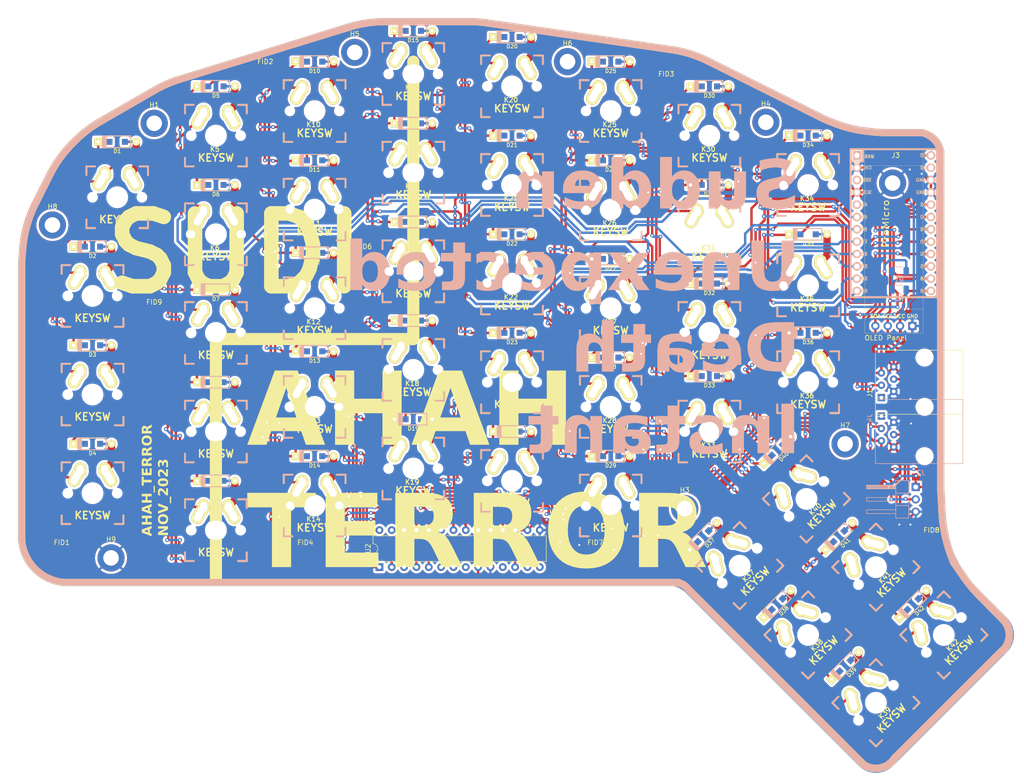
<source format=kicad_pcb>
(kicad_pcb (version 20221018) (generator pcbnew)
  (title_block (title "SUDI - Split Ergonomic Keyboard") (date "2023-11-04") (rev "0.1") (company "AHAH_TERROR") (comment 1 "Based on Redox-Keyboard"))
  (layers (0 "F.Cu" signal) (31 "B.Cu" signal) (34 "B.Paste" user) (35 "F.Paste" user) (36 "B.SilkS" user "B.Silkscreen") (37 "F.SilkS" user "F.Silkscreen") (38 "B.Mask" user) (39 "F.Mask" user) (44 "Edge.Cuts" user))
  (net 0 "")
  (net 1 "row1")
  (net 2 "Net-(D1-A)")
  (net 4 "row2")
  (net 6 "Net-(D2-A)")
  (net 8 "row3")
  (net 9 "Net-(D3-A)")
  (net 10 "row4")
  (net 11 "Net-(D4-A)")
  (net 12 "row5")
  (net 13 "Net-(D5-A)")
  (net 14 "row6")
  (net 15 "Net-(D6-A)")
  (net 16 "Net-(D7-A)")
  (net 17 "Net-(D8-A)")
  (net 18 "Net-(D9-A)")
  (net 19 "Net-(D10-A)")
  (net 20 "Net-(D11-A)")
  (net 21 "Net-(D12-A)")
  (net 22 "Net-(D13-A)")
  (net 23 "Net-(D14-A)")
  (net 24 "Net-(D15-A)")
  (net 26 "Net-(D16-A)")
  (net 27 "Net-(D17-A)")
  (net 28 "Net-(D18-A)")
  (net 29 "Net-(D19-A)")
  (net 31 "Net-(D20-A)")
  (net 32 "Net-(D21-A)")
  (net 34 "Net-(D22-A)")
  (net 35 "Net-(D23-A)")
  (net 37 "Net-(D24-A)")
  (net 38 "Net-(D25-A)")
  (net 39 "Net-(D26-A)")
  (net 40 "Net-(D27-A)")
  (net 43 "Net-(D28-A)")
  (net 44 "Net-(D29-A)")
  (net 45 "Net-(D30-A)")
  (net 46 "Net-(D31-A)")
  (net 47 "Net-(D32-A)")
  (net 48 "Net-(D33-A)")
  (net 51 "Net-(D34-A)")
  (net 52 "Net-(D35-A)")
  (net 53 "Net-(D36-A)")
  (net 54 "Net-(D37-A)")
  (net 55 "Net-(D38-A)")
  (net 56 "Net-(D39-A)")
  (net 57 "Net-(D40-A)")
  (net 58 "Net-(D41-A)")
  (net 59 "Net-(D42-A)")
  (net 60 "+5V")
  (net 61 "GND")
  (net 62 "Tx")
  (net 63 "col1")
  (net 64 "col2")
  (net 65 "col3")
  (net 66 "col4")
  (net 67 "col5")
  (net 68 "col6")
  (net 69 "col7")
  (net 70 "SDA")
  (net 71 "SCL")
  (footprint "canadian_footprints:Mx_Alps_100-dualside" (layer "F.Cu") (at 106.68 116.84)
    (fp_text reference "K19")
    (fp_text value "KEYSW")
  )
  (footprint "canadian_footprints:Mx_Alps_100-dualside" (layer "F.Cu") (at 106.68 55.88)
    (fp_text reference "K16")
    (fp_text value "KEYSW")
  )
  (footprint "canadian_footprints:D_SOD123_axial-dual" (layer "F.Cu") (at 187.96 48.26)
    (fp_text reference "D34")
    (fp_text value "1N5820" hide)
  )
  (footprint "Connector_RJ:RJ12_Amphenol_54601" (layer "F.Cu") (at 203.05 102.23 90)
    (fp_text reference "J1")
    (fp_text value "RJ12_LEFT")
  )
  (footprint "canadian_footprints:D_SOD123_axial-dual" (layer "F.Cu") (at 106.68 66.04)
    (fp_text reference "D17")
    (fp_text value "1N5820" hide)
  )
  (footprint "canadian_footprints:Mx_Alps_100-dualside" (layer "F.Cu") (at 187.624868 123.101049 45)
    (fp_text reference "K40")
    (fp_text value "KEYSW")
  )
  (footprint "Fiducial:Fiducial_1mm_Mask3mm" (layer "F.Cu") (at 53.34 85.09)
    (fp_text reference "FID9")
    (fp_text value "Fiducial" hide)
  )
  (footprint "canadian_footprints:D_SOD123_axial-dual" (layer "F.Cu") (at 127 68.58)
    (fp_text reference "D22")
    (fp_text value "1N5820" hide)
  )
  (footprint "canadian_footprints:D_SOD123_axial-dual" (layer "F.Cu") (at 147.32 53.34)
    (fp_text reference "D26")
    (fp_text value "1N5820" hide)
  )
  (footprint "canadian_footprints:Mx_Alps_100-dualside" (layer "F.Cu") (at 66.04 129.54)
    (fp_text reference "K9")
    (fp_text value "KEYSW")
  )
  (footprint "Fiducial:Fiducial_1mm_Mask3mm" (layer "F.Cu") (at 76.2 35.56)
    (fp_text reference "FID2")
    (fp_text value "Fiducial" hide)
  )
  (footprint "canadian_footprints:D_SOD123_axial-dual" (layer "F.Cu") (at 106.68 86.36)
    (fp_text reference "D18")
    (fp_text value "1N5820" hide)
  )
  (footprint "MountingHole:MountingHole_3.2mm_M3_DIN965_Pad" (layer "F.Cu") (at 94.615 31.115)
    (fp_text reference "H5")
    (fp_text value "MountingHole_Pad" hide)
  )
  (footprint "canadian_footprints:Mx_Alps_100-dualside" (layer "F.Cu") (at 66.04 109.22)
    (fp_text reference "K8")
    (fp_text value "KEYSW")
  )
  (footprint "canadian_footprints:D_SOD123_axial-dual" (layer "F.Cu") (at 187.96 88.9)
    (fp_text reference "D36")
    (fp_text value "1N5820" hide)
  )
  (footprint "Fiducial:Fiducial_1mm_Mask3mm" (layer "F.Cu") (at 158.75 38.1)
    (fp_text reference "FID3")
    (fp_text value "Fiducial" hide)
  )
  (footprint "canadian_footprints:Mx_Alps_100-dualside" (layer "F.Cu") (at 106.68 96.52)
    (fp_text reference "K18")
    (fp_text value "KEYSW")
  )
  (footprint "MountingHole:MountingHole_3.2mm_M3_DIN965_Pad" (layer "F.Cu") (at 53.34 45.72)
    (fp_text reference "H1")
    (fp_text value "MountingHole_Pad" hide)
  )
  (footprint "canadian_footprints:Mx_Alps_100-dualside" (layer "F.Cu") (at 86.36 83.82)
    (fp_text reference "K12")
    (fp_text value "KEYSW")
  )
  (footprint "MountingHole:MountingHole_3.2mm_M3_DIN965_Pad" (layer "F.Cu") (at 162.56 125.095)
    (fp_text reference "H3")
    (fp_text value "MountingHole_Pad" hide)
  )
  (footprint "canadian_footprints:Mx_Alps_100-dualside" (layer "F.Cu") (at 86.36 124.46)
    (fp_text reference "K14")
    (fp_text value "KEYSW")
  )
  (footprint "canadian_footprints:D_SOD123_axial-dual" (layer "F.Cu") (at 147.32 33.02)
    (fp_text reference "D25")
    (fp_text value "1N5820" hide)
  )
  (footprint "canadian_footprints:Mx_Alps_100-dualside" (layer "F.Cu") (at 66.04 88.9)
    (fp_text reference "K7")
    (fp_text value "KEYSW")
  )
  (footprint "canadian_footprints:D_SOD123_axial-dual" (layer "F.Cu") (at 40.64 71.12)
    (fp_text reference "D2")
    (fp_text value "1N5820" hide)
  )
  (footprint "canadian_footprints:Mx_Alps_100-dualside" (layer "F.Cu") (at 187.96 151.13 45)
    (fp_text reference "K38")
    (fp_text value "KEYSW")
  )
  (footprint "Fiducial:Fiducial_1mm_Mask3mm" (layer "F.Cu") (at 144.145 134.62)
    (fp_text reference "FID7")
    (fp_text value "Fiducial" hide)
  )
  (footprint "canadian_footprints:D_SOD123_axial-dual" (layer "F.Cu") (at 86.36 53.34)
    (fp_text reference "D11")
    (fp_text value "1N5820" hide)
  )
  (footprint "Fiducial:Fiducial_1mm_Mask3mm" (layer "F.Cu") (at 213.36 161.29)
    (fp_text reference "FID5" hide)
    (fp_text value "Fiducial" hide)
  )
  (footprint "canadian_footprints:Mx_Alps_100-dualside" (layer "F.Cu") (at 66.04 68.58)
    (fp_text reference "K6")
    (fp_text value "KEYSW")
  )
  (footprint "Package_DIP:DIP-28_W7.62mm" (layer "F.Cu") (at 99.705 137.15 90)
    (fp_text reference "U2")
    (fp_text value "MCP23017_SP")
  )
  (footprint "canadian_footprints:Mx_Alps_100-dualside" (layer "F.Cu") (at 147.32 43.18)
    (fp_text reference "K25")
    (fp_text value "KEYSW")
  )
  (footprint "canadian_footprints:Mx_Alps_100-dualside" (layer "F.Cu") (at 167.64 88.9)
    (fp_text reference "K32")
    (fp_text value "KEYSW")
  )
  (footprint "canadian_footprints:Mx_Alps_100-dualside" (layer "F.Cu") (at 66.04 48.26)
    (fp_text reference "K5")
    (fp_text value "KEYSW")
  )
  (footprint "canadian_footprints:D_SOD123_axial-dual" (layer "F.Cu") (at 187.96 68.58)
    (fp_text reference "D35")
    (fp_text value "1N5820" hide)
  )
  (footprint "canadian_footprints:D_SOD123_axial-dual" (layer "F.Cu") (at 127 48.26)
    (fp_text reference "D21")
    (fp_text value "1N5820" hide)
  )
  (footprint "canadian_footprints:Mx_Alps_150-dualsided" (layer "F.Cu") (at 40.64 81.28)
    (fp_text reference "K2" hide)
    (fp_text value "KEYSW")
  )
  (footprint "canadian_footprints:D_SOD123_axial-dual" (layer "F.Cu") (at 209.55 144.78 45)
    (fp_text reference "D42")
    (fp_text value "1N5820" hide)
  )
  (footprint "canadian_footprints:Mx_Alps_100-dualside" (layer "F.Cu") (at 167.64 48.26)
    (fp_text reference "K30")
    (fp_text value "KEYSW")
  )
  (footprint "canadian_footprints:Mx_Alps_100-dualside" (layer "F.Cu") (at 167.64 68.58)
    (fp_text reference "K31")
    (fp_text value "KEYSW")
  )
  (footprint "canadian_footprints:Mx_Alps_100-dualside" (layer "F.Cu") (at 86.36 43.18)
    (fp_text reference "K10")
    (fp_text value "KEYSW")
  )
  (footprint "canadian_footprints:Mx_Alps_100-dualside" (layer "F.Cu") (at 127 119.38)
    (fp_text reference "K24")
    (fp_text value "KEYSW")
  )
  (footprint "canadian_footprints:D_SOD123_axial-dual" (layer "F.Cu") (at 147.32 93.98)
    (fp_text reference "D28")
    (fp_text value "1N5820" hide)
  )
  (footprint "canadian_footprints:Mx_Alps_100-dualside" (layer "F.Cu") (at 187.96 99.06)
    (fp_text reference "K36")
    (fp_text value "KEYSW")
  )
  (footprint "canadian_footprints:D_SOD123_axial-dual" (layer "F.Cu") (at 66.04 99.06)
    (fp_text reference "D8")
    (fp_text value "1N5820" hide)
  )
  (footprint "canadian_footprints:Mx_Alps_100-dualside" (layer "F.Cu") (at 127 78.74)
    (fp_text reference "K22")
    (fp_text value "KEYSW")
  )
  (footprint "MountingHole:MountingHole_3.2mm_M3_DIN965_Pad" (layer "F.Cu") (at 44.45 135.255)
    (fp_text reference "H9")
    (fp_text value "MountingHole_Pad" hide)
  )
  (footprint "canadian_footprints:D_SOD123_axial-dual" (layer "F.Cu") (at 147.32 114.3)
    (fp_text reference "D29")
    (fp_text value "1N5820" hide)
  )
  (footprint "canadian_footprints:Pro_Micro" (layer "F.Cu") (at 205.625 64.77)
    (fp_text reference "U1")
    (fp_text value "ProMicro")
  )
  (footprint "MountingHole:MountingHole_3.2mm_M3_DIN965_Pad" (layer "F.Cu") (at 205.359 58.039)
    (fp_text reference "H2" hide)
    (fp_text value "MountingHole_Pad" hide)
  )
  (footprint "canadian_footprints:Mx_Alps_100-dualside" (layer "F.Cu") (at 201.93 137.16 45)
    (fp_text reference "K41")
    (fp_text value "KEYSW")
  )
  (footprint "canadian_footprints:D_SOD123_axial-dual" (layer "F.Cu") (at 181.61 144.78 45)
    (fp_text reference "D38")
    (fp_text value "1N5820" hide)
  )
  (footprint "canadian_footprints:Mx_Alps_100-dualside" (layer "F.Cu") (at 187.96 58.42)
    (fp_text reference "K34")
    (fp_text value "KEYSW")
  )
  (footprint "canadian_footprints:D_SOD123_axial-dual" (layer "F.Cu") (at 167.64 58.42)
    (fp_text reference "D31")
    (fp_text value "1N5820" hide)
  )
  (footprint "canadian_footprints:Mx_Alps_100-dualside" (layer "F.Cu") (at 86.36 104.14)
    (fp_text reference "K13")
    (fp_text value "KEYSW")
  )
  (footprint "canadian_footprints:Mx_Alps_150-dualsided" (layer "F.Cu") (at 40.64 101.6)
    (fp_text reference "K3" hide)
    (fp_text value "KEYSW")
  )
  (footprint "canadian_footprints:D_SOD123_axial-dual" (layer "F.Cu") (at 195.58 157.48 45)
    (fp_text reference "D39")
    (fp_text value "1N5820" hide)
  )
  (footprint "Fiducial:Fiducial_1mm_Mask3mm" (layer "F.Cu") (at 34.29 134.62)
    (fp_text reference "FID1")
    (fp_text value "Fiducial" hide)
  )
  (footprint "canadian_footprints:Mx_Alps_100-dualside" (layer "F.Cu") (at 106.68 35.56)
    (fp_text reference "K15")
    (fp_text value "KEYSW")
  )
  (footprint "MountingHole:MountingHole_3.2mm_M3_DIN965_Pad" (layer "F.Cu") (at 32.385 66.675)
    (fp_text reference "H8")
    (fp_text value "MountingHole_Pad" hide)
  )
  (footprint "canadian_footprints:D_SOD123_axial-dual" (layer "F.Cu") (at 166.37 130.81 45)
    (fp_text reference "D37")
    (fp_text value "1N5820" hide)
  )
  (footprint "canadian_footprints:D_SOD123_axial-dual" (layer "F.Cu") (at 194.31 130.81 45)
    (fp_text reference "D41")
    (fp_text value "1N5820" hide)
  )
  (footprint "canadian_footprints:D_SOD123_axial-dual" (layer "F.Cu") (at 86.36 114.3)
    (fp_text reference "D14")
    (fp_text value "1N5820" hide)
  )
  (footprint "canadian_footprints:D_SOD123_axial-dual" (layer "F.Cu") (at 167.64 78.74)
    (fp_text reference "D32")
    (fp_text value "1N5820" hide)
  )
  (footprint "canadian_footprints:D_SOD123_axial-dual" (layer "F.Cu") (at 66.04 80.01)
    (fp_text reference "D7")
    (fp_text value "1N5820" hide)
  )
  (footprint "canadian_footprints:D_SOD123_axial-dual" (layer "F.Cu") (at 66.04 119.38)
    (fp_text reference "D9")
    (fp_text value "1N5820" hide)
  )
  (footprint "canadian_footprints:D_SOD123_axial-dual" (layer "F.Cu") (at 45.72 49.53)
    (fp_text reference "D1")
    (fp_text value "1N5820" hide)
  )
  (footprint "canadian_footprints:D_SOD123_axial-dual" (layer "F.Cu") (at 127 27.94)
    (fp_text reference "D20")
    (fp_text value "1N5820" hide)
  )
  (footprint "canadian_footprints:Mx_Alps_100-dualside" (layer "F.Cu") (at 127 99.06)
    (fp_text reference "K23")
    (fp_text value "KEYSW")
  )
  (footprint "canadian_footprints:Mx_Alps_100-dualside" (layer "F.Cu") (at 147.32 83.82)
    (fp_text reference "K27")
    (fp_text value "KEYSW")
  )
  (footprint "canadian_footprints:Mx_Alps_100-dualside" (layer "F.Cu") (at 106.68 76.208188)
    (fp_text reference "K17")
    (fp_text value "KEYSW")
  )
  (footprint "canadian_footprints:Mx_Alps_100-dualside" (layer "F.Cu") (at 147.32 104.14)
    (fp_text reference "K28")
    (fp_text value "KEYSW")
  )
  (footprint "canadian_footprints:D_SOD123_axial-dual" (layer "F.Cu") (at 40.64 111.76)
    (fp_text reference "D4")
    (fp_text value "1N5820" hide)
  )
  (footprint "canadian_footprints:D_SOD123_axial-dual" (layer "F.Cu") (at 106.68 26.67)
    (fp_text reference "D15")
    (fp_text value "1N5820" hide)
  )
  (footprint "MountingHole:MountingHole_3.2mm_M3_DIN965_Pad" (layer "F.Cu") (at 179.264799 45.503227)
    (fp_text reference "H4")
    (fp_text value "MountingHole_Pad" hide)
  )
  (footprint "canadian_footprints:D_SOD123_axial-dual" (layer "F.Cu") (at 181.61 113.03 45)
    (fp_text reference "D40")
    (fp_text value "1N5820" hide)
  )
  (footprint "Fiducial:Fiducial_1mm_Mask3mm" (layer "F.Cu") (at 96.52 73.66)
    (fp_text reference "FID6")
    (fp_text value "Fiducial" hide)
  )
  (footprint "canadian_footprints:D_SOD123_axial-dual" (layer "F.Cu") (at 86.36 33.02)
    (fp_text reference "D10")
    (fp_text value "1N5820" hide)
  )
  (footprint "canadian_footprints:D_SOD123_axial-dual" (layer "F.Cu") (at 127 109.22)
    (fp_text reference "D24")
    (fp_text value "1N5820" hide)
  )
  (footprint "canadian_footprints:D_SOD123_axial-dual" (layer "F.Cu") (at 66.04 58.42)
    (fp_text reference "D6")
    (fp_text value "1N5820" hide)
  )
  (footprint "canadian_footprints:Mx_Alps_100-dualside" (layer "F.Cu") (at 127 38.1)
    (fp_text reference "K20")
    (fp_text value "KEYSW")
  )
  (footprint "canadian_footprints:D_SOD123_axial-dual" (layer "F.Cu") (at 66.04 38.1)
    (fp_text reference "D5")
    (fp_text value "1N5820" hide)
  )
  (footprint "canadian_footprints:D_SOD123_axial-dual" (layer "F.Cu") (at 106.68 106.68)
    (fp_text reference "D19")
    (fp_text value "1N5820" hide)
  )
  (footprint "KiCad-SSD1306-0.91-OLED-4pin-128x32:SSD1306-0.91-OLED-4pin-128x32" (layer "F.Cu") (at 211.625 50.965 -90)
    (fp_text reference "J3")
    (fp_text value "0.91 OLED")
  )
  (footprint "canadian_footprints:Mx_Alps_150-dualsided" (layer "F.Cu") (at 40.64 121.92)
    (fp_text reference "K4" hide)
    (fp_text value "KEYSW")
  )
  (footprint "canadian_footprints:Mx_Alps_100-dualside" (layer "F.Cu") (at 187.96 79.1116)
    (fp_text reference "K35")
    (fp_text value "KEYSW")
  )
  (footprint "canadian_footprints:Mx_Alps_100-dualside" (layer "F.Cu") (at 215.9 151.13 45)
    (fp_text reference "K42")
    (fp_text value "KEYSW")
  )
  (footprint "canadian_footprints:Mx_Alps_100-dualside" (layer "F.Cu") (at 147.32 63.5)
    (fp_text reference "K26")
    (fp_text value "KEYSW")
  )
  (footprint "canadian_footprints:D_SOD123_axial-dual" (layer "F.Cu") (at 167.64 38.1)
    (fp_text reference "D30")
    (fp_text value "1N5820" hide)
  )
  (footprint "canadian_footprints:D_SOD123_axial-dual" (layer "F.Cu") (at 147.32 73.66)
    (fp_text reference "D27")
    (fp_text value "1N5820" hide)
  )
  (footprint "canadian_footprints:Mx_Alps_100-dualside" (layer "F.Cu") (at 147.32 124.46)
    (fp_text reference "K29")
    (fp_text value "KEYSW")
  )
  (footprint "canadian_footprints:D_SOD123_axial-dual" (layer "F.Cu") (at 127 88.9)
    (fp_text reference "D23")
    (fp_text value "1N5820" hide)
  )
  (footprint "canadian_footprints:D_SOD123_axial-dual" (layer "F.Cu") (at 40.64 91.44)
    (fp_text reference "D3")
    (fp_text value "1N5820" hide)
  )
  (footprint "canadian_footprints:Mx_Alps_100-dualside" (layer "F.Cu") (at 173.872766 136.853151 45)
    (fp_text reference "K37")
    (fp_text value "KEYSW")
  )
  (footprint "canadian_footprints:D_SOD123_axial-dual" (layer "F.Cu") (at 86.36 92.71)
    (fp_text reference "D13")
    (fp_text value "1N5820" hide)
  )
  (footprint "canadian_footprints:D_SOD123_axial-dual" (layer "F.Cu") (at 106.68 45.72)
    (fp_text reference "D16")
    (fp_text value "1N5820" hide)
  )
  (footprint "canadian_footprints:Mx_Alps_100-dualside" (layer "F.Cu") (at 201.93 165.1 45)
    (fp_text reference "K39")
    (fp_text value "KEYSW")
  )
  (footprint "canadian_footprints:Mx_Alps_100-dualside" (layer "F.Cu") (at 167.64 109.22)
    (fp_text reference "K33")
    (fp_text value "KEYSW")
  )
  (footprint "Fiducial:Fiducial_1mm_Mask3mm" (layer "F.Cu") (at 213.36 132.08)
    (fp_text reference "FID8")
    (fp_text value "Fiducial" hide)
  )
  (footprint "canadian_footprints:D_SOD123_axial-dual" (layer "F.Cu") (at 167.64 97.79)
    (fp_text reference "D33")
    (fp_text value "1N5820" hide)
  )
  (footprint "canadian_footprints:Mx_Alps_100-dualside" (layer "F.Cu") (at 127 58.42)
    (fp_text reference "K21")
    (fp_text value "KEYSW")
  )
  (footprint "canadian_footprints:Mx_Alps_100-dualside" (layer "F.Cu") (at 86.36 63.5)
    (fp_text reference "K11")
    (fp_text value "KEYSW")
  )
  (footprint "canadian_footprints:Mx_Alps_100-dualside" (layer "F.Cu") (at 45.72 60.96)
    (fp_text reference "K1" hide)
    (fp_text value "KEYSW")
  )
  (footprint "Fiducial:Fiducial_1mm_Mask3mm" (layer "F.Cu") (at 84.455 134.62)
    (fp_text reference "FID4")
    (fp_text value "Fiducial" hide)
  )
  (footprint "MountingHole:MountingHole_3.2mm_M3_DIN965_Pad" (layer "F.Cu") (at 195.58 111.76)
    (fp_text reference "H7")
    (fp_text value "MountingHole_Pad" hide)
  )
  (footprint "canadian_footprints:D_SOD123_axial-dual" (layer "F.Cu") (at 86.36 72.39)
    (fp_text reference "D12")
    (fp_text value "1N5820" hide)
  )
  (footprint "MountingHole:MountingHole_3.2mm_M3_DIN965_Pad" (layer "F.Cu") (at 138.43 33.02)
    (fp_text reference "H6")
    (fp_text value "MountingHole_Pad" hide)
  )
  (footprint "Connector_PinHeader_2.54mm:PinHeader_1x03_P2.54mm_Horizontal" (layer "B.Cu") (at 210.115 120.65 180)
    (fp_text reference "J2")
    (fp_text value "Serial_Out")
  )
  (footprint "Resistor_SMD:R_1206_3216Metric" (layer "B.Cu") (at 206.7025 76.2)
    (fp_text reference "R1")
    (fp_text value "4K7")
  )
  (footprint "Resistor_SMD:R_1206_3216Metric" (layer "B.Cu") (at 206.7025 80.01)
    (fp_text reference "R2")
    (fp_text value "4K7")
  )
  (footprint "Connector_RJ:RJ12_Amphenol_54601" (layer "B.Cu") (at 203.05 106.05 -90)
    (fp_text reference "J4")
    (fp_text value "RJ12_RIGHT")
  )
  (gr_line (start 163.195 141.605) (end 199.37569 177.820956) (stroke (width 1.5)) (layer "B.SilkS"))
  (gr_line (start 28.823137 62.368726) (end 31.84068 56.333639) (stroke (width 1.5)) (layer "B.SilkS"))
  (gr_line (start 217.912222 136.139137) (end 217.443663 134.902448) (stroke (width 1.5)) (layer "B.SilkS"))
  (gr_arc (start 53.435942 38.875034) (mid 55.943399 37.610514) (end 58.576858 36.635198) (stroke (width 1.5)) (layer "B.SilkS"))
  (gr_arc (start 93.562045 25.870525) (mid 97.196791 25.042925) (end 100.914191 24.765) (stroke (width 1.5)) (layer "B.SilkS"))
  (gr_line (start 36.523691 49.836309) (end 37.03981 49.32019) (stroke (width 1.5)) (layer "B.SilkS"))
  (gr_line (start 215.376376 122.873659) (end 215.265 120.91544) (stroke (width 1.5)) (layer "B.SilkS"))
  (gr_arc (start 199.948359 47.334262) (mid 196.895028 46.801691) (end 193.931062 45.895399) (stroke (width 1.5)) (layer "B.SilkS"))
  (gr_arc (start 203.949629 47.625) (mid 202.567119 47.586745) (end 201.18884 47.472093) (stroke (width 1.5)) (layer "B.SilkS"))
  (gr_arc (start 31.84068 56.333639) (mid 33.920305 52.896221) (end 36.523691 49.836309) (stroke (width 1.5)) (layer "B.SilkS"))
  (gr_arc (start 217.443663 134.902448) (mid 216.146499 130.479359) (end 215.542236 125.909762) (stroke (width 1.5)) (layer "B.SilkS"))
  (gr_arc (start 161.277669 140.396656) (mid 162.347821 140.823928) (end 163.195 141.605) (stroke (width 1.5)) (layer "B.SilkS"))
  (gr_line (start 228.012206 147.906413) (end 223.232927 143.050267) (stroke (width 1.5)) (layer "B.SilkS"))
  (gr_line (start 42.224418 45.343221) (end 53.435942 38.875034) (stroke (width 1.5)) (layer "B.SilkS"))
  (gr_line (start 193.931062 45.895399) (end 192.998618 45.545732) (stroke (width 1.5)) (layer "B.SilkS"))
  (gr_line (start 215.542236 125.909762) (end 215.376376 122.873659) (stroke (width 1.5)) (layer "B.SilkS"))
  (gr_arc (start 205.739999 176.53) (mid 202.830461 178.519457) (end 199.37569 177.820956) (stroke (width 1.5)) (layer "B.SilkS"))
  (gr_line (start 205.739999 176.53) (end 227.965 154.305) (stroke (width 1.5)) (layer "B.SilkS"))
  (gr_line (start 121.798547 25.023485) (end 159.840754 30.536848) (stroke (width 1.5)) (layer "B.SilkS"))
  (gr_arc (start 223.232927 143.050267) (mid 221.502232 141.133246) (end 219.942831 139.074473) (stroke (width 1.5)) (layer "B.SilkS"))
  (gr_line (start 26.035 74.295) (end 26.270173 71.472929) (stroke (width 1.5)) (layer "B.SilkS"))
  (gr_arc (start 211.455 47.625) (mid 213.887654 49.002346) (end 215.265 51.435) (stroke (width 1.5)) (layer "B.SilkS"))
  (gr_arc (start 159.840754 30.536848) (mid 163.733413 31.4231) (end 167.435367 32.917683) (stroke (width 1.5)) (layer "B.SilkS"))
  (gr_arc (start 118.21282 24.765) (mid 120.010336 24.829705) (end 121.798547 25.023485) (stroke (width 1.5)) (layer "B.SilkS"))
  (gr_line (start 211.455 47.625) (end 203.949629 47.625) (stroke (width 1.5)) (layer "B.SilkS"))
  (gr_line (start 58.576858 36.635198) (end 93.562045 25.870525) (stroke (width 1.5)) (layer "B.SilkS"))
  (gr_line (start 201.18884 47.472093) (end 199.948359 47.334262) (stroke (width 1.5)) (layer "B.SilkS"))
  (gr_line (start 100.914191 24.765) (end 118.21282 24.765) (stroke (width 1.5)) (layer "B.SilkS"))
  (gr_arc (start 228.012206 147.906413) (mid 229.374766 151.13) (end 228.012206 154.353587) (stroke (width 1.5)) (layer "B.SilkS"))
  (gr_line (start 34.925 140.335) (end 161.29 140.335) (stroke (width 1.5)) (layer "B.SilkS"))
  (gr_line (start 219.942831 139.074473) (end 217.912222 136.139137) (stroke (width 1.5)) (layer "B.SilkS"))
  (gr_line (start 26.035 131.445) (end 26.035 74.295) (stroke (width 1.5)) (layer "B.SilkS"))
  (gr_arc (start 192.998618 45.545732) (mid 191.783756 45.053455) (end 190.596364 44.498182) (stroke (width 1.5)) (layer "B.SilkS"))
  (gr_line (start 167.435367 32.917683) (end 190.596364 44.498182) (stroke (width 1.5)) (layer "B.SilkS"))
  (gr_arc (start 34.925 140.335) (mid 28.809857 137.560143) (end 26.035 131.445) (stroke (width 1.5)) (layer "B.SilkS"))
  (gr_arc (start 37.03981 49.32019) (mid 39.501622 47.161588) (end 42.224418 45.343221) (stroke (width 1.5)) (layer "B.SilkS"))
  (gr_arc (start 26.270173 71.472929) (mid 27.112318 66.799033) (end 28.823137 62.368726) (stroke (width 1.5)) (layer "B.SilkS"))
  (gr_line (start 215.265 120.91544) (end 215.265 51.435) (stroke (width 1.5)) (layer "B.SilkS"))
  (gr_line (start 53.435942 38.875034) (end 42.224418 45.343221) (stroke (width 1.5)) (layer "F.SilkS"))
  (gr_arc (start 31.84068 56.333639) (mid 33.920305 52.896221) (end 36.523691 49.836309) (stroke (width 1.5)) (layer "F.SilkS"))
  (gr_arc (start 205.739999 176.53) (mid 202.830461 178.519457) (end 199.37569 177.820956) (stroke (width 1.5)) (layer "F.SilkS"))
  (gr_line (start 217.443663 134.902448) (end 217.912222 136.139137) (stroke (width 1.5)) (layer "F.SilkS"))
  (gr_arc (start 161.277669 140.396656) (mid 162.347821 140.823928) (end 163.195 141.605) (stroke (width 1.5)) (layer "F.SilkS"))
  (gr_line (start 26.270173 71.472929) (end 26.035 74.295) (stroke (width 1.5)) (layer "F.SilkS"))
  (gr_line (start 31.84068 56.333639) (end 28.823137 62.368726) (stroke (width 1.5)) (layer "F.SilkS"))
  (gr_arc (start 217.443663 134.902448) (mid 216.146497 130.479359) (end 215.542236 125.909762) (stroke (width 1.5)) (layer "F.SilkS"))
  (gr_arc (start 93.562045 25.870525) (mid 97.196791 25.042925) (end 100.914191 24.765) (stroke (width 1.5)) (layer "F.SilkS"))
  (gr_arc (start 34.925 140.335) (mid 28.809857 137.560143) (end 26.035 131.445) (stroke (width 1.5)) (layer "F.SilkS"))
  (gr_line (start 223.232927 143.050267) (end 228.012206 147.906413) (stroke (width 1.5)) (layer "F.SilkS"))
  (gr_line (start 159.840754 30.536848) (end 121.798547 25.023485) (stroke (width 1.5)) (layer "F.SilkS"))
  (gr_arc (start 118.21282 24.765) (mid 120.010336 24.829706) (end 121.798547 25.023485) (stroke (width 1.5)) (layer "F.SilkS"))
  (gr_arc (start 203.949629 47.625) (mid 202.567119 47.586745) (end 201.18884 47.472093) (stroke (width 1.5)) (layer "F.SilkS"))
  (gr_line (start 161.29 140.335) (end 34.925 140.335) (stroke (width 1.5)) (layer "F.SilkS"))
  (gr_arc (start 199.948359 47.334262) (mid 196.895029 46.801687) (end 193.931062 45.895399) (stroke (width 1.5)) (layer "F.SilkS"))
  (gr_arc (start 37.03981 49.32019) (mid 39.501617 47.161583) (end 42.224418 45.343221) (stroke (width 1.5)) (layer "F.SilkS"))
  (gr_line (start 215.265 51.435) (end 215.265 120.91544) (stroke (width 1.5)) (layer "F.SilkS"))
  (gr_arc (start 53.435942 38.875034) (mid 55.943399 37.610514) (end 58.576858 36.635198) (stroke (width 1.5)) (layer "F.SilkS"))
  (gr_line (start 106.68 90.17) (end 106.68 33.02) (stroke (width 2.5)) (layer "F.SilkS"))
  (gr_line (start 203.949629 47.625) (end 211.455 47.625) (stroke (width 1.5)) (layer "F.SilkS"))
  (gr_line (start 215.376376 122.873659) (end 215.542236 125.909762) (stroke (width 1.5)) (layer "F.SilkS"))
  (gr_line (start 199.948359 47.334262) (end 201.18884 47.472093) (stroke (width 1.5)) (layer "F.SilkS"))
  (gr_line (start 66.04 139.7) (end 66.04 90.17) (stroke (width 2.5)) (layer "F.SilkS"))
  (gr_line (start 37.03981 49.32019) (end 36.523691 49.836309) (stroke (width 1.5)) (layer "F.SilkS"))
  (gr_line (start 93.562045 25.870525) (end 58.576858 36.635198) (stroke (width 1.5)) (layer "F.SilkS"))
  (gr_line (start 227.965 154.305) (end 205.739999 176.53) (stroke (width 1.5)) (layer "F.SilkS"))
  (gr_arc (start 228.012206 147.906413) (mid 229.374766 151.13) (end 228.012206 154.353587) (stroke (width 1.5)) (layer "F.SilkS"))
  (gr_line (start 26.035 74.295) (end 26.035 131.445) (stroke (width 1.5)) (layer "F.SilkS"))
  (gr_arc (start 26.270173 71.472929) (mid 27.112317 66.799032) (end 28.823137 62.368726) (stroke (width 1.5)) (layer "F.SilkS"))
  (gr_line (start 215.265 120.91544) (end 215.376376 122.873659) (stroke (width 1.5)) (layer "F.SilkS"))
  (gr_line (start 192.998618 45.545732) (end 193.931062 45.895399) (stroke (width 1.5)) (layer "F.SilkS"))
  (gr_line (start 190.596364 44.498182) (end 167.435367 32.917683) (stroke (width 1.5)) (layer "F.SilkS"))
  (gr_arc (start 159.840754 30.536848) (mid 163.733413 31.4231) (end 167.435367 32.917683) (stroke (width 1.5)) (layer "F.SilkS"))
  (gr_line (start 118.21282 24.765) (end 100.914191 24.765) (stroke (width 1.5)) (layer "F.SilkS"))
  (gr_arc (start 211.455 47.625) (mid 213.887654 49.002346) (end 215.265 51.435) (stroke (width 1.5)) (layer "F.SilkS"))
  (gr_arc (start 223.232927 143.050267) (mid 221.502229 141.133248) (end 219.942831 139.074473) (stroke (width 1.5)) (layer "F.SilkS"))
  (gr_line (start 217.912222 136.139137) (end 219.942831 139.074473) (stroke (width 1.5)) (layer "F.SilkS"))
  (gr_line (start 199.37569 177.820956) (end 163.195 141.605) (stroke (width 1.5)) (layer "F.SilkS"))
  (gr_arc (start 192.998618 45.545732) (mid 191.783756 45.053455) (end 190.596364 44.498182) (stroke (width 1.5)) (layer "F.SilkS"))
  (gr_line (start 66.04 90.17) (end 106.68 90.17) (stroke (width 2.5)) (layer "F.SilkS"))
  (gr_arc (start 202.7517 46.99) (mid 197.007877 46.321225) (end 191.57136 44.35068) (stroke (width 0.1)) (layer "Edge.Cuts"))
  (gr_arc (start 159.813833 29.906262) (mid 163.732488 30.792161) (end 167.458639 32.294319) (stroke (width 0.1)) (layer "Edge.Cuts"))
  (gr_arc (start 35.4 140.97) (mid 28.328932 138.041068) (end 25.4 130.97) (stroke (width 0.1)) (layer "Edge.Cuts"))
  (gr_line (start 53.40363 38.286688) (end 41.271756 45.423085) (stroke (width 0.1)) (layer "Edge.Cuts"))
  (gr_line (start 158.75 140.97) (end 159.218932 140.97) (stroke (width 0.1)) (layer "Edge.Cuts"))
  (gr_arc (start 228.874466 147.594466) (mid 230.338932 151.13) (end 228.874466 154.665534) (stroke (width 0.1)) (layer "Edge.Cuts"))
  (gr_line (start 215.9 51.99) (end 215.9 124.264661) (stroke (width 0.1)) (layer "Edge.Cuts"))
  (gr_line (start 92.878398 25.268001) (end 58.622258 35.973044) (stroke (width 0.1)) (layer "Edge.Cuts"))
  (gr_line (start 31.043326 56.950969) (end 27.496067 65.05899) (stroke (width 0.1)) (layer "Edge.Cuts"))
  (gr_arc (start 92.878398 25.268001) (mid 96.563667 24.416134) (end 100.335273 24.13) (stroke (width 0.1)) (layer "Edge.Cuts"))
  (gr_line (start 205.465534 178.074466) (end 228.874466 154.665534) (stroke (width 0.1)) (layer "Edge.Cuts"))
  (gr_line (start 159.813833 29.906262) (end 121.138839 24.381263) (stroke (width 0.1)) (layer "Edge.Cuts"))
  (gr_arc (start 223.22233 141.94233) (mid 217.803013 133.831746) (end 215.9 124.264661) (stroke (width 0.1)) (layer "Edge.Cuts"))
  (gr_line (start 117.603305 24.13) (end 100.335273 24.13) (stroke (width 0.1)) (layer "Edge.Cuts"))
  (gr_arc (start 31.043326 56.950969) (mid 35.24707 50.379187) (end 41.271756 45.423085) (stroke (width 0.1)) (layer "Edge.Cuts"))
  (gr_line (start 162.754466 142.434466) (end 198.394466 178.074466) (stroke (width 0.1)) (layer "Edge.Cuts"))
  (gr_line (start 191.57136 44.35068) (end 167.458639 32.294319) (stroke (width 0.1)) (layer "Edge.Cuts"))
  (gr_arc (start 159.218932 140.97) (mid 161.132342 141.350613) (end 162.754466 142.434466) (stroke (width 0.1)) (layer "Edge.Cuts"))
  (gr_line (start 202.7517 46.99) (end 210.9 46.99) (stroke (width 0.1)) (layer "Edge.Cuts"))
  (gr_line (start 25.4 75.079461) (end 25.4 130.97) (stroke (width 0.1)) (layer "Edge.Cuts"))
  (gr_line (start 35.4 140.97) (end 158.75 140.97) (stroke (width 0.1)) (layer "Edge.Cuts"))
  (gr_arc (start 53.40363 38.286688) (mid 55.94669 36.980425) (end 58.622258 35.973044) (stroke (width 0.1)) (layer "Edge.Cuts"))
  (gr_line (start 228.874466 147.594466) (end 223.22233 141.94233) (stroke (width 0.1)) (layer "Edge.Cuts"))
  (gr_arc (start 25.4 75.079461) (mid 25.929627 69.960786) (end 27.496067 65.05899) (stroke (width 0.1)) (layer "Edge.Cuts"))
  (gr_arc (start 210.9 46.99) (mid 214.435534 48.454466) (end 215.9 51.99) (stroke (width 0.1)) (layer "Edge.Cuts"))
  (gr_arc (start 117.603305 24.13) (mid 119.375531 24.192895) (end 121.138839 24.381263) (stroke (width 0.1)) (layer "Edge.Cuts"))
  (gr_arc (start 205.465534 178.074466) (mid 201.93 179.538932) (end 198.394466 178.074466) (stroke (width 0.1)) (layer "Edge.Cuts"))
  (gr_text "Sudden \nUnexpected \nDeath \nInstant" (at 186.367632 115.378029) (layer "B.SilkS") (effects (font (size 10 10) (thickness 0.2) bold) (justify left bottom mirror)))
  (gr_text "AHAH_TERROR\nNOV_2023" (at 56.515 130.81 90) (layer "F.SilkS") (effects (font (size 2 2) (thickness 0.4) bold) (justify left bottom)))
  (gr_text "SUDI" (at 41.91 81.28) (layer "F.SilkS") (effects (font (size 15 15) (thickness 3) bold) (justify left bottom)))
  (gr_text "AHAH\nTERROR" (at 72.39 139.7) (layer "F.SilkS") (effects (font (size 15 15) (thickness 0.3) bold) (justify left bottom)))
  (segment (start 34.163 86.995) (end 33.974 86.806) (width 0.5) (layer "F.Cu") (net 1))
  (segment (start 163.74 58.42) (end 158.9645 58.42) (width 0.5) (layer "F.Cu") (net 1))
  (segment (start 154.878 128.84) (end 155.1685 128.5495) (width 0.5) (layer "F.Cu") (net 1))
  (segment (start 139.7 128.27) (end 139.7 126.746) (width 0.5) (layer "F.Cu") (net 1))
  (segment (start 151.7 128.84) (end 153.00595 128.84) (width 0.5) (layer "F.Cu") (net 1))
  (segment (start 140.9305 49.6795) (end 140.9305 48.133) (width 0.5) (layer "F.Cu") (net 1))
  (segment (start 112.522 104.902) (end 105.41 104.902) (width 0.5) (layer "F.Cu") (net 1))
  (segment (start 201.8425 69.088) (end 200.04955 70.88095) (width 0.5) (layer "F.Cu") (net 1))
  (segment (start 36.892 67.741654) (end 36.892 57.85) (width 0.5) (layer "F.Cu") (net 1))
  (segment (start 178.1555 62.992) (end 178.1555 59.1565) (width 0.5) (layer "F.Cu") (net 1))
  (segment (start 141.351 50.1) (end 140.9305 49.6795) (width 0.5) (layer "F.Cu") (net 1))
  (segment (start 54.229 79.756) (end 50.419 83.566) (width 0.5) (layer "F.Cu") (net 1))
  (segment (start 105.105 105.207) (end 105.105 106.68) (width 0.5) (layer "F.Cu") (net 1))
  (segment (start 181.194688 62.899312) (end 180.721 63.373) (width 0.5) (layer "F.Cu") (net 1))
  (segment (start 41.82 52.922) (end 41.82 49.53) (width 0.5) (layer "F.Cu") (net 1))
  (segment (start 153.00595 128.84) (end 154.878 128.84) (width 0.5) (layer "F.Cu") (net 1))
  (segment (start 62.14 78.83) (end 62.14 80.01) (width 0.5) (layer "F.Cu") (net 1))
  (segment (start 93.596 105.8955) (end 93.596 91.186) (width 0.5) (layer "F.Cu") (net 1))
  (segment (start 155.0185 125.961) (end 155.0185 105.941) (width 0.5) (layer "F.Cu") (net 1))
  (segment (start 36.892 57.85) (end 41.82 52.922) (width 0.5) (layer "F.Cu") (net 1))
  (segment (start 156.337 56.134) (end 156.337 52.42495) (width 0.5) (layer "F.Cu") (net 1))
  (segment (start 139.2315 48.006) (end 139.2315 38.97555) (width 0.5) (layer "F.Cu") (net 1))
  (segment (start 50.419 83.566) (end 50.419 85.598) (width 0.5) (layer "F.Cu") (net 1))
  (segment (start 155.1685 128.5495) (end 155.1685 126.111) (width 0.5) (layer "F.Cu") (net 1))
  (segment (start 155.019 59.944) (end 155.019 57.73205) (width 0.5) (layer "F.Cu") (net 1))
  (segment (start 113.919 106.299) (end 112.522 104.902) (width 0.5) (layer "F.Cu") (net 1))
  (segment (start 55.386 79.756) (end 54.229 79.756) (width 0.5) (layer "F.Cu") (net 1))
  (segment (start 49.022 86.995) (end 34.163 86.995) (width 0.5) (layer "F.Cu") (net 1))
  (segment (start 155.019 68.4135) (end 155.019 59.944) (width 0.5) (layer "F.Cu") (net 1))
  (segment (start 196.853 81.915) (end 196.472 81.534) (width 0.5) (layer "F.Cu") (net 1))
  (segment (start 196.472 81.534) (end 196.472 66.17) (width 0.5) (layer "F.Cu") (net 1))
  (segment (start 154.572025 98.665974) (end 153.5825 97.676449) (width 0.5) (layer "F.Cu") (net 1))
  (segment (start 153.5825 97.676449) (end 153.5825 93.218) (width 0.5) (layer "F.Cu") (net 1))
  (segment (start 76.4935 91.948) (end 76.4935 79.6685) (width 0.5) (layer "F.Cu") (net 1))
  (segment (start 140.86905 37.338) (end 141.732 37.338) (width 0.5) (layer "F.Cu") (net 1))
  (segment (start 62.14 80.01) (end 58.7615 80.01) (width 0.5) (layer "F.Cu") (net 1))
  (segment (start 83.947 90.297) (end 82.46 91.784) (width 0.5) (layer "F.Cu") (net 1))
  (segment (start 140.5635 129.1335) (end 139.7 128.27) (width 0.5) (layer "F.Cu") (net 1))
  (segment (start 153.481 50.1) (end 141.351 50.1) (width 0.5) (layer "F.Cu") (net 1))
  (segment (start 79.756 92.71) (end 79.121 92.075) (width 0.5) (layer "F.Cu") (net 1))
  (segment (start 76.4935 79.6685) (end 74.93 78.105) (width 0.5) (layer "F.Cu") (net 1))
  (segment (start 33.974 86.806) (end 33.974 86.7635) (width 0.5) (layer "F.Cu") (net 1))
  (segment (start 196.472 66.17) (end 194.402688 64.100688) (width 0.5) (layer "F.Cu") (net 1))
  (segment (start 166.065 57.139) (end 166.065 58.42) (width 0.5) (layer "F.Cu") (net 1))
  (segment (start 155.0185 105.941) (end 155.1685 105.791) (width 0.5) (layer "F.Cu") (net 1))
  (segment (start 158.9645 58.42) (end 157.5675 59.817) (width 0.5) (layer "F.Cu") (net 1))
  (segment (start 82.46 92.71) (end 79.756 92.71) (width 0.5) (layer "F.Cu") (net 1))
  (segment (start 32.4245 72.209154) (end 36.892 67.741654) (width 0.5) (layer "F.Cu") (net 1))
  (segment (start 117.485 128.4355) (end 114.427 125.3775) (width 0.5) (layer "F.Cu") (net 1))
  (segment (start 200.04955 81.38245) (end 199.517 81.915) (width 0.5) (layer "F.Cu") (net 1))
  (segment (start 74.93 78.105) (end 62.865 78.105) (width 0.5) (layer "F.Cu") (net 1))
  (segment (start 93.596 91.186) (end 92.707 90.297) (width 0.5) (layer "F.Cu") (net 1))
  (segment (start 213.245 67.564) (end 208.026 67.564) (width 0.5) (layer "F.Cu") (net 1))
  (segment (start 154.178 69.2545) (end 155.019 68.4135) (width 0.5) (layer "F.Cu") (net 1))
  (segment (start 200.04955 70.88095) (end 200.04955 81.38245) (width 0.5) (layer "F.Cu") (net 1))
  (segment (start 193.201312 62.899312) (end 181.194688 62.899312) (width 0.5) (layer "F.Cu") (net 1))
  (segment (start 62.865 78.105) (end 62.14 78.83) (width 0.5) (layer "F.Cu") (net 1))
  (segment (start 117.485 129.53) (end 117.485 128.4355) (width 0.5) (layer "F.Cu") (net 1))
  (segment (start 92.707 90.297) (end 83.947 90.297) (width 0.5) (layer "F.Cu") (net 1))
  (segment (start 156.337 52.42495) (end 154.12645 52.42495) (width 0.5) (layer "F.Cu") (net 1))
  (segment (start 82.46 91.784) (end 82.46 92.71) (width 0.5) (layer "F.Cu") (net 1))
  (segment (start 58.7615 80.01) (end 58.6345 79.883) (width 0.5) (layer "F.Cu") (net 1))
  (segment (start 147.8505 129.283) (end 151.257 129.283) (width 0.5) (layer "F.Cu") (net 1))
  (segment (start 155.1685 126.111) (end 155.0185 125.961) (width 0.5) (layer "F.Cu") (net 1))
  (segment (start 139.7 126.746) (end 138.049 125.095) (width 0.5) (layer "F.Cu") (net 1))
  (segment (start 147.991284 133.567716) (end 147.955 133.604) (width 0.5) (layer "F.Cu") (net 1))
  (segment (start 96.3535 106.68) (end 95.8455 106.172) (width 0.5) (layer "F.Cu") (net 1))
  (segment (start 155.1685 99.26245) (end 154.572025 98.665974) (width 0.5) (layer "F.Cu") (net 1))
  (segment (start 113.919 119.7355) (end 113.919 106.299) (width 0.5) (layer "F.Cu") (net 1))
  (segment (start 153.889688 90.966312) (end 155.019 89.837) (width 0.5) (layer "F.Cu") (net 1))
  (segment (start 166.37 56.834) (end 166.065 57.139) (width 0.5) (layer "F.Cu") (net 1))
  (segment (start 208.026 67.564) (end 206.502 69.088) (width 0.5) (layer "F.Cu") (net 1))
  (segment (start 155.1685 105.791) (end 155.1685 99.26245) (width 0.5) (layer "F.Cu") (net 1))
  (segment (start 154.12645 52.42495) (end 154.051 52.3495) (width 0.5) (layer "F.Cu") (net 1))
  (segment (start 102.78 106.68) (end 96.3535 106.68) (width 0.5) (layer "F.Cu") (net 1))
  (segment (start 32.4245 86.487) (end 32.4245 72.209154) (width 0.5) (layer "F.Cu") (net 1))
  (segment (start 153.797 49.784) (end 153.481 50.1) (width 0.5) (layer "F.Cu") (net 1))
  (segment (start 155.019 89.837) (end 155.019 71.977624) (width 0.5) (layer "F.Cu") (net 1))
  (segment (start 147.701 129.1335) (end 140.5635 129.1335) (width 0.5) (layer "F.Cu") (net 1))
  (segment (start 105.41 104.902) (end 105.105 105.207) (width 0.5) (layer "F.Cu") (net 1))
  (segment (start 93.4465 106.045) (end 93.596 105.8955) (width 0.5) (layer "F.Cu") (net 1))
  (segment (start 156.477025 56.274025) (end 156.337 56.134) (width 0.5) (layer "F.Cu") (net 1))
  (segment (start 50.419 85.598) (end 49.022 86.995) (width 0.5) (layer "F.Cu") (net 1))
  (segment (start 141.732 37.338) (end 143.42 35.65) (width 0.5) (layer "F.Cu") (net 1))
  (segment (start 33.974 86.7635) (end 34.1235 86.614) (width 0.5) (layer "F.Cu") (net 1))
  (segment (start 132.969 125.3775) (end 114.427 125.3775) (width 0.5) (layer "F.Cu") (net 1))
  (segment (start 151.257 129.283) (end 151.7 128.84) (width 0.5) (layer "F.Cu") (net 1))
  (segment (start 139.2315 38.97555) (end 140.86905 37.338) (width 0.5) (layer "F.Cu") (net 1))
  (segment (start 147.701 129.1335) (end 147.8505 129.283) (width 0.5) (layer "F.Cu") (net 1))
  (segment (start 114.2125 120.029) (end 113.919 119.7355) (width 0.5) (layer "F.Cu") (net 1))
  (segment (start 199.517 81.915) (end 196.853 81.915) (width 0.5) (layer "F.Cu") (net 1))
  (segment (start 163.612284 133.567716) (end 147.991284 133.567716) (width 0.5) (layer "F.Cu") (net 1))
  (segment (start 175.833 56.834) (end 166.37 56.834) (width 0.5) (layer "F.Cu") (net 1))
  (segment (start 155.019 57.73205) (end 156.477025 56.274025) (width 0.5) (layer "F.Cu") (net 1))
  (segment (start 178.1555 59.1565) (end 175.833 56.834) (width 0.5) (layer "F.Cu") (net 1))
  (segment (start 143.42 35.65) (end 143.42 33.02) (width 0.5) (layer "F.Cu") (net 1))
  (via (at 32.4245 86.487) (size 0.8) (drill 0.4) (layers "F.Cu" "B.Cu") (net 1))
  (via (at 139.2315 48.006) (size 0.8) (drill 0.4) (layers "F.Cu" "B.Cu") (net 1))
  (via (at 157.5675 59.817) (size 0.8) (drill 0.4) (layers "F.Cu" "B.Cu") (net 1))
  (via (at 154.051 52.3495) (size 0.8) (drill 0.4) (layers "F.Cu" "B.Cu") (net 1))
  (via (at 95.8455 106.172) (size 0.8) (drill 0.4) (layers "F.Cu" "B.Cu") (net 1))
  (via (at 180.721 63.373) (size 0.8) (drill 0.4) (layers "F.Cu" "B.Cu") (net 1))
  (via (at 34.1235 86.614) (size 0.8) (drill 0.4) (layers "F.Cu" "B.Cu") (net 1))
  (via (at 147.701 129.1335) (size 0.8) (drill 0.4) (layers "F.Cu" "B.Cu") (net 1))
  (via (at 147.955 133.604) (size 0.8) (drill 0.4) (layers "F.Cu" "B.Cu") (net 1))
  (via (at 194.402688 64.100688) (size 0.8) (drill 0.4) (layers "F.Cu" "B.Cu") (net 1))
  (via (at 206.502 69.088) (size 0.8) (drill 0.4) (layers "F.Cu" "B.Cu") (net 1))
  (via (at 132.969 125.3775) (size 0.8) (drill 0.4) (layers "F.Cu" "B.Cu") (net 1))
  (via (at 76.4935 91.948) (size 0.8) (drill 0.4) (layers "F.Cu" "B.Cu") (net 1))
  (via (at 138.049 125.095) (size 0.8) (drill 0.4) (layers "F.Cu" "B.Cu") (net 1))
  (via (at 153.889688 90.966312) (size 0.8) (drill 0.4) (layers "F.Cu" "B.Cu") (net 1))
  (via (at 153.5825 93.218) (size 0.8) (drill 0.4) (layers "F.Cu" "B.Cu") (net 1))
  (via (at 155.019 59.944) (size 0.8) (drill 0.4) (layers "F.Cu" "B.Cu") (net 1))
  (via (at 79.121 92.075) (size 0.8) (drill 0.4) (layers "F.Cu" "B.Cu") (net 1))
  (via (at 140.9305 48.133) (size 0.8) (drill 0.4) (layers "F.Cu" "B.Cu") (net 1))
  (via (at 58.6345 79.883) (size 0.8) (drill 0.4) (layers "F.Cu" "B.Cu") (net 1))
  (via (at 193.201312 62.899312) (size 0.8) (drill 0.4) (layers "F.Cu" "B.Cu") (net 1))
  (via (at 201.8425 69.088) (size 0.8) (drill 0.4) (layers "F.Cu" "B.Cu") (net 1))
  (via (at 93.4465 106.045) (size 0.8) (drill 0.4) (layers "F.Cu" "B.Cu") (net 1))
  (via (at 114.2125 120.029) (size 0.8) (drill 0.4) (layers "F.Cu" "B.Cu") (net 1))
  (via (at 55.386 79.756) (size 0.8) (drill 0.4) (layers "F.Cu" "B.Cu") (net 1))
  (via (at 178.1555 62.992) (size 0.8) (drill 0.4) (layers "F.Cu" "B.Cu") (net 1))
  (via (at 153.797 49.784) (size 0.8) (drill 0.4) (layers "F.Cu" "B.Cu") (net 1))
  (via (at 154.178 69.2545) (size 0.8) (drill 0.4) (layers "F.Cu" "B.Cu") (net 1))
  (via (at 155.019 71.977624) (size 0.8) (drill 0.4) (layers "F.Cu" "B.Cu") (net 1))
  (via (at 114.427 125.3775) (size 0.8) (drill 0.4) (layers "F.Cu" "B.Cu") (net 1))
  (segment (start 133.2515 125.095) (end 132.969 125.3775) (width 0.5) (layer "B.Cu") (net 1))
  (segment (start 139.3585 48.133) (end 139.2315 48.006) (width 0.5) (layer "B.Cu") (net 1))
  (segment (start 147.955 133.604) (end 147.955 129.3875) (width 0.5) (layer "B.Cu") (net 1))
  (segment (start 157.5675 59.817) (end 156.718 59.817) (width 0.5) (layer "B.Cu") (net 1))
  (segment (start 55.513 79.883) (end 55.386 79.756) (width 0.5) (layer "B.Cu") (net 1))
  (segment (start 58.6345 79.883) (end 55.513 79.883) (width 0.5) (layer "B.Cu") (net 1))
  (segment (start 138.049 125.095) (end 133.2515 125.095) (width 0.5) (layer "B.Cu") (net 1))
  (segment (start 155.019 71.977624) (end 155.019 70.0955) (width 0.5) (layer "B.Cu") (net 1))
  (segment (start 155.019 59.944) (end 156.591 59.944) (width 0.5) (layer "B.Cu") (net 1))
  (segment (start 34.1235 86.614) (end 32.5515 86.614) (width 0.5) (layer "B.Cu") (net 1))
  (segment (start 155.019 70.0955) (end 154.178 69.2545) (width 0.5) (layer "B.Cu") (net 1))
  (segment (start 154.051 50.038) (end 153.797 49.784) (width 0.5) (layer "B.Cu") (net 1))
  (segment (start 180.721 63.373) (end 178.5365 63.373) (width 0.5) (layer "B.Cu") (net 1))
  (segment (start 147.955 129.3875) (end 147.701 129.1335) (width 0.5) (layer "B.Cu") (net 1))
  (segment (start 156.591 59.944) (end 156.718 59.817) (width 0.5) (layer "B.Cu") (net 1))
  (segment (start 194.402688 64.100688) (end 193.201312 62.899312) (width 0.5) (layer "B.Cu") (net 1))
  (segment (start 32.5515 86.614) (end 32.4245 86.487) (width 0.5) (layer "B.Cu") (net 1))
  (segment (start 76.6205 92.075) (end 76.4935 91.948) (width 0.5) (layer "B.Cu") (net 1))
  (segment (start 153.5825 93.218) (end 153.5825 91.2735) (width 0.5) (layer "B.Cu") (net 1))
  (segment (start 114.2125 125.163) (end 114.2125 120.029) (width 0.5) (layer "B.Cu") (net 1))
  (segment (start 140.9305 48.133) (end 139.3585 48.133) (width 0.5) (layer "B.Cu") (net 1))
  (segment (start 95.8455 106.172) (end 93.5735 106.172) (width 0.5) (layer "B.Cu") (net 1))
  (segment (start 114.427 125.3775) (end 114.2125 125.163) (width 0.5) (layer "B.Cu") (net 1))
  (segment (start 79.121 92.075) (end 76.6205 92.075) (width 0.5) (layer "B.Cu") (net 1))
  (segment (start 153.5825 91.2735) (end 153.889688 90.966312) (width 0.5) (layer "B.Cu") (net 1))
  (segment (start 93.5735 106.172) (end 93.4465 106.045) (width 0.5) (layer "B.Cu") (net 1))
  (segment (start 154.051 52.3495) (end 154.051 50.038) (width 0.5) (layer "B.Cu") (net 1))
  (segment (start 206.502 69.088) (end 201.8425 69.088) (width 0.5) (layer "B.Cu") (net 1))
  (segment (start 178.5365 63.373) (end 178.1555 62.992) (width 0.5) (layer "B.Cu") (net 1))
  (segment (start 49.62 54.79) (end 48.24 56.17) (width 1.5) (layer "F.Cu") (net 2))
  (segment (start 49.62 49.53) (end 49.62 54.79) (width 1.5) (layer "F.Cu") (net 2))
  (segment (start 152.273 129.983) (end 139.7099 129.983) (width 0.5) (layer "F.Cu") (net 4))
  (segment (start 195.772 81.28) (end 195.772 66.89305) (width 0.5) (layer "F.Cu") (net 4))
  (segment (start 160.466 78.74) (end 157.418 75.692) (width 0.5) (layer "F.Cu") (net 4))
  (segment (start 155.829 129.032) (end 155.321 129.54) (width 0.5) (layer "F.Cu") (net 4))
  (segment (start 56.2355 85.1945) (end 56.2355 71.0945) (width 0.5) (layer "F.Cu") (net 4))
  (segment (start 189.067051 64.832) (end 187.566525 66.332526) (width 0.5) (layer "F.Cu") (net 4))
  (segment (start 160.641975 117.615025) (end 159.267 116.24005) (width 0.5) (layer "F.Cu") (net 4))
  (segment (start 41.275 66.802) (end 39.065 69.012) (width 0.5) (layer "F.Cu") (net 4))
  (segment (start 155.8685 114.3) (end 155.8685 128.9925) (width 0.5) (layer "F.Cu") (net 4))
  (segment (start 193.710949 64.832) (end 193.13105 64.832) (width 0.5) (layer "F.Cu") (net 4))
  (segment (start 116.648 90.678) (end 115.609 89.639) (width 0.5) (layer "F.Cu") (net 4))
  (segment (start 138.972312 51.469312) (end 138.972312 49.564312) (width 0.5) (layer "F.Cu") (net 4))
  (segment (start 156.402 51.5) (end 146.366 51.5) (width 0.5) (layer "F.Cu") (net 4))
  (segment (start 152.716 129.54) (end 152.273 129.983) (width 0.5) (layer "F.Cu") (net 4))
  (segment (start 109.982 120.729) (end 97.107 120.729) (width 0.5) (layer "F.Cu") (net 4))
  (segment (start 167.649624 117.915) (end 160.94195 117.915) (width 0.5) (layer "F.Cu") (net 4))
  (segment (start 111.7235 124.6775) (end 110.13027 124.6775) (width 0.5) (layer "F.Cu") (net 4))
  (segment (start 196.596 82.677) (end 195.772 81.853) (width 0.5) (layer "F.Cu") (net 4))
  (segment (start 112.327 124.528) (end 112.141 124.714) (width 0.5) (layer "F.Cu") (net 4))
  (segment (start 118.048 37.4875) (end 118.1975 37.338) (width 0.5) (layer "F.Cu") (net 4))
  (segment (start 114.945 127.899) (end 113.792 126.746) (width 0.5) (layer "F.Cu") (net 4))
  (segment (start 116.648 37.338) (end 116.648 34.392) (width 0.5) (layer "F.Cu") (net 4))
  (segment (start 116.648 38.038) (end 116.648 37.338) (width 0.5) (layer "F.Cu") (net 4))
  (segment (start 56.2355 71.0945) (end 51.943 66.802) (width 0.5) (layer "F.Cu") (net 4))
  (segment (start 178.852284 147.537716) (end 178.852284 145.832284) (width 0.5) (layer "F.Cu") (net 4))
  (segment (start 213.245 70.104) (end 206.6545 70.104) (width 0.5) (layer "F.Cu") (net 4))
  (segment (start 206.6545 70.104) (end 206.4005 70.358) (width 0.5) (layer "F.Cu") (net 4))
  (segment (start 159.267 116.24005) (end 159.267 114.173) (width 0.5) (layer "F.Cu") (net 4))
  (segment (start 154.305 129.54) (end 152.716 129.54) (width 0.5) (layer "F.Cu") (net 4))
  (segment (start 201.1425 82.3975) (end 201.1425 82.677) (width 0.5) (layer "F.Cu") (net 4))
  (segment (start 134.568025 124.736925) (end 134.3591 124.528) (width 0.5) (layer "F.Cu") (net 4))
  (segment (start 115.948 60.833) (end 115.948 49.11995) (width 0.5) (layer "F.Cu") (net 4))
  (segment (start 146.366 51.5) (end 145.745 52.121) (width 0.5) (layer "F.Cu") (net 4))
  (segment (start 115.948 49.11995) (end 113.219 46.390949) (width 0.5) (layer "F.Cu") (net 4))
  (segment (start 165.608 75.184) (end 163.74 77.052) (width 0.5) (layer "F.Cu") (net 4))
  (segment (start 115.159812 102.840812) (end 116.648 101.352624) (width 0.5) (layer "F.Cu") (net 4))
  (segment (start 137.727082 126.238) (end 137.5015 126.238) (width 0.5) (layer "F.Cu") (net 4))
  (segment (start 82.46 114.3) (end 80.075 114.3) (width 0.5) (layer "F.Cu") (net 4))
  (segment (start 115.316 62.992) (end 115.316 61.465) (width 0.5) (layer "F.Cu") (net 4))
  (segment (start 95.8455 119.4675) (end 95.8455 115.189) (width 0.5) (layer "F.Cu") (net 4))
  (segment (start 56.086 85.344) (end 56.2355 85.1945) (width 0.5) (layer "F.Cu") (net 4))
  (segment (start 80.075 114.3) (end 78.932 113.157) (width 0.5) (layer "F.Cu") (net 4))
  (segment (start 115.286812 85.695812) (end 115.286812 64.7305) (width 0.5) (layer "F.Cu") (net 4))
  (segment (start 88.646 110.363) (end 84.328 110.363) (width 0.5) (layer "F.Cu") (net 4))
  (segment (start 76.643 105.41) (end 76.643 101.662) (width 0.5) (layer "F.Cu") (net 4))
  (segment (start 51.943 66.802) (end 41.275 66.802) (width 0.5) (layer "F.Cu") (net 4))
  (segment (start 157.418 75.692) (end 157.418 69.2375) (width 0.5) (layer "F.Cu") (net 4))
  (segment (start 69.723 94.742) (end 62.738 94.742) (width 0.5) (layer "F.Cu") (net 4))
  (segment (start 160.94195 117.915) (end 160.641975 117.615025) (width 0.5) (layer "F.Cu") (net 4))
  (segment (start 155.8685 128.9925) (end 155.829 129.032) (width 0.5) (layer "F.Cu") (net 4))
  (segment (start 92.597 115.062) (end 92.456 114.921) (width 0.5) (layer "F.Cu") (net 4))
  (segment (start 138.972312 49.564312) (end 133.539 44.131) (width 0.5) (layer "F.Cu") (net 4))
  (segment (start 157.226 52.324) (end 156.402 51.5) (width 0.5) (layer "F.Cu") (net 4))
  (segment (start 201.1425 82.677) (end 196.596 82.677) (width 0.5) (layer "F.Cu") (net 4))
  (segment (start 157.418 69.2375) (end 157.5675 69.088) (width 0.5) (layer "F.Cu") (net 4))
  (segment (start 59.12 99.06) (end 58.485 98.425) (width 0.5) (layer "F.Cu") (net 4))
  (segment (start 92.456 114.921) (end 92.456 114.173) (width 0.5) (layer "F.Cu") (net 4))
  (segment (start 75.644 106.409) (end 76.643 105.41) (width 0.5) (layer "F.Cu") (net 4))
  (segment (start 157.226 56.515) (end 157.226 52.324) (width 0.5) (layer "F.Cu") (net 4))
  (segment (start 97.107 120.729) (end 96.393 120.015) (width 0.5) (layer "F.Cu") (net 4))
  (segment (start 134.112 126.238) (end 134.568025 125.781975) (width 0.5) (layer "F.Cu") (net 4))
  (segment (start 200.74955 73.26705) (end 201.1425 73.66) (width 0.5) (layer "F.Cu") (net 4))
  (segment (start 176.022 124.46) (end 172.749188 121.187188) (width 0.5) (layer "F.Cu") (net 4))
  (segment (start 201.803 70.358) (end 200.74955 71.41145) (width 0.5) (layer "F.Cu") (net 4))
  (segment (start 138.97545 127.486368) (end 137.727082 126.238) (width 0.5) (layer "F.Cu") (net 4))
  (segment (start 155.321 129.54) (end 154.305 129.54) (width 0.5) (layer "F.Cu") (net 4))
  (segment (start 76.643 101.662) (end 69.723 94.742) (width 0.5) (layer "F.Cu") (net 4))
  (segment (start 78.932 113.157) (end 79.0815 113.0075) (width 0.5) (layer "F.Cu") (net 4))
  (segment (start 113.219 46.390949) (end 113.219 44.069) (width 0.5) (layer "F.Cu") (net 4))
  (segment (start 118.048 40.578) (end 118.048 37.4875) (width 0.5) (layer "F.Cu") (net 4))
  (segment (start 182.372 136.017) (end 182.372 133.525849) (width 0.5) (layer "F.Cu") (net 4))
  (segment (start 201.1425 73.66) (end 201.1425 82.3975) (width 0.5) (layer "F.Cu") (net 4))
  (segment (start 195.772 66.89305) (end 193.710949 64.832) (width 0.5) (layer "F.Cu") (net 4))
  (segment (start 174.879 75.184) (end 165.608 75.184) (width 0.5) (layer "F.Cu") (net 4))
  (segment (start 115.316 61.465) (end 115.948 60.833) (width 0.5) (layer "F.Cu") (net 4))
  (segment (start 92.456 114.173) (end 88.646 110.363) (width 0.5) (layer "F.Cu") (net 4))
  (segment (start 113.792 126.746) (end 111.7235 124.6775) (width 0.5) (layer "F.Cu") (net 4))
  (segment (start 58.485 85.7475) (end 58.6345 85.598) (width 0.5) (layer "F.Cu") (net 4))
  (segment (start 163.74 77.052) (end 163.74 78.74) (width 0.5) (layer "F.Cu") (net 4))
  (segment (start 116.648 37.338) (end 116.4985 37.338) (width 0.5) (layer "F.Cu") (net 4))
  (segment (start 112.141 124.714) (end 111.76 124.714) (width 0.5) (layer "F.Cu") (net 4))
  (segment (start 112.154025 42.658975) (end 112.0535 42.7595) (width 0.5) (layer "F.Cu") (net 4))
  (segment (start 134.3591 124.528) (end 112.327 124.528) (width 0.5) (layer "F.Cu") (net 4))
  (segment (start 179.998076 131.151924) (end 176.022 127.175847) (width 0.5) (layer "F.Cu") (net 4))
  (segment (start 139.7099 129.983) (end 138.97545 129.24855) (width 0.5) (layer "F.Cu") (net 4))
  (segment (start 62.14 95.34) (end 62.14 99.06) (width 0.5) (layer "F.Cu") (net 4))
  (segment (start 145.745 52.121) (end 145.745 53.34) (width 0.5) (layer "F.Cu") (net 4))
  (segment (start 163.74 78.74) (end 160.466 78.74) (width 0.5) (layer "F.Cu") (net 4))
  (segment (start 195.772 81.853) (end 195.772 81.28) (width 0.5) (layer "F.Cu") (net 4))
  (segment (start 39.065 69.012) (end 39.065 71.12) (width 0.5) (layer "F.Cu") (net 4))
  (segment (start 111.76 124.714) (end 111.7235 124.6775) (width 0.5) (layer "F.Cu") (net 4))
  (segment (start 181.876475 66.408525) (end 180.721 67.564) (width 0.5) (layer "F.Cu") (net 4))
  (segment (start 84.328 110.363) (end 82.46 112.231) (width 0.5) (layer "F.Cu") (net 4))
  (segment (start 134.568025 125.781975) (end 134.568025 124.736925) (width 0.5) (layer "F.Cu") (net 4))
  (segment (start 155.8685 57.8725) (end 157.226 56.515) (width 0.5) (layer "F.Cu") (net 4))
  (segment (start 115.609 86.018) (end 115.286812 85.695812) (width 0.5) (layer "F.Cu") (net 4))
  (segment (start 113.219 43.72395) (end 112.154025 42.658975) (width 0.5) (layer "F.Cu") (net 4))
  (segment (start 176.022 127.175847) (end 176.022 124.46) (width 0.5) (layer "F.Cu") (net 4))
  (segment (start 138.97545 129.24855) (end 138.97545 127.486368) (width 0.5) (layer "F.Cu") (net 4))
  (segment (start 200.74955 71.41145) (end 200.74955 73.26705) (width 0.5) (layer "F.Cu") (net 4))
  (segment (start 187.566525 66.332526) (end 187.566525 66.408525) (width 0.5) (layer "F.Cu") (net 4))
  (segment (start 168.626812 116.937812) (end 167.649624 117.915) (width 0.5) (layer "F.Cu") (net 4))
  (segment (start 116.648 101.352624) (end 116.648 90.678) (width 0.5) (layer "F.Cu") (net 4))
  (segment (start 143.42 53.34) (end 139.504376 53.34) (width 0.5) (layer "F.Cu") (net 4))
  (segment (start 58.485 98.425) (end 58.485 85.7475) (width 0.5) (layer "F.Cu") (net 4))
  (segment (start 182.372 133.525849) (end 179.998076 131.151924) (width 0.5) (layer "F.Cu") (net 4))
  (segment (start 111.887 39.0285) (end 115.6575 39.0285) (width 0.5) (layer "F.Cu") (net 4))
  (segment (start 113.219 44.069) (end 113.219 43.72395) (width 0.5) (layer "F.Cu") (net 4))
  (segment (start 177.292 144.272) (end 182.372 139.192) (width 0.5) (layer "F.Cu") (net 4))
  (segment (start 182.372 139.192) (end 182.372 136.017) (width 0.5) (layer "F.Cu") (net 4))
  (segment (start 62.14 99.06) (end 59.12 99.06) (width 0.5) (layer "F.Cu") (net 4))
  (segment (start 62.738 94.742) (end 62.14 95.34) (width 0.5) (layer "F.Cu") (net 4))
  (segment (start 115.062 120.8785) (end 115.062 104.9895) (width 0.5) (layer "F.Cu") (net 4))
  (segment (start 133.539 44.131) (end 121.601 44.131) (width 0.5) (layer "F.Cu") (net 4))
  (segment (start 82.46 112.231) (end 82.46 114.3) (width 0.5) (layer "F.Cu") (net 4))
  (segment (start 115.6575 39.0285) (end 116.648 38.038) (width 0.5) (layer "F.Cu") (net 4))
  (segment (start 110.1315 120.8785) (end 115.062 120.8785) (width 0.5) (layer "F.Cu") (net 4))
  (segment (start 75.644 110.363) (end 75.644 106.409) (width 0.5) (layer "F.Cu") (net 4))
  (segment (start 109.982 120.729) (end 110.1315 120.8785) (width 0.5) (layer "F.Cu") (net 4))
  (segment (start 115.609 89.639) (end 115.609 86.018) (width 0.5) (layer "F.Cu") (net 4))
  (segment (start 177.156 67.691) (end 177.156 72.907) (width 0.5) (layer "F.Cu") (net 4))
  (segment (start 193.13105 64.832) (end 189.067051 64.832) (width 0.5) (layer "F.Cu") (net 4))
  (segment (start 139.504376 53.34) (end 139.157688 53.686688) (width 0.5) (layer "F.Cu") (net 4))
  (segment (start 79.0815 113.0075) (end 79.0815 110.49) (width 0.5) (layer "F.Cu") (net 4))
  (segment (start 178.852284 145.832284) (end 177.292 144.272) (width 0.5) (layer "F.Cu") (net 4))
  (segment (start 121.601 44.131) (end 118.048 40.578) (width 0.5) (layer "F.Cu") (net 4))
  (segment (start 114.945 129.53) (end 114.945 127.899) (width 0.5) (layer "F.Cu") (net 4))
  (segment (start 96.393 120.015) (end 95.8455 119.4675) (width 0.5) (layer "F.Cu") (net 4))
  (segment (start 112.0535 42.7595) (end 111.633 42.7595) (width 0.5) (layer "F.Cu") (net 4))
  (segment (start 177.156 72.907) (end 174.879 75.184) (width 0.5) (layer "F.Cu") (net 4))
  (segment (start 155.8685 68.834) (end 155.8685 57.8725) (width 0.5) (layer "F.Cu") (net 4))
  (segment (start 187.566525 66.408525) (end 181.876475 66.408525) (width 0.5) (layer "F.Cu") (net 4))
  (segment (start 116.648 34.392) (end 123.1 27.94) (width 0.5) (layer "F.Cu") (net 4))
  (via (at 111.887 39.0285) (size 0.8) (drill 0.4) (layers "F.Cu" "B.Cu") (net 4))
  (via (at 115.316 62.992) (size 0.8) (drill 0.4) (layers "F.Cu" "B.Cu") (net 4))
  (via (at 115.159812 102.840812) (size 0.8) (drill 0.4) (layers "F.Cu" "B.Cu") (net 4))
  (via (at 75.644 110.363) (size 0.8) (drill 0.4) (layers "F.Cu" "B.Cu") (net 4))
  (via (at 134.112 126.238) (size 0.8) (drill 0.4) (layers "F.Cu" "B.Cu") (net 4))
  (via (at 206.4005 70.358) (size 0.8) (drill 0.4) (layers "F.Cu" "B.Cu") (net 4))
  (via (at 79.0815 110.49) (size 0.8) (drill 0.4) (layers "F.Cu" "B.Cu") (net 4))
  (via (at 138.972312 51.469312) (size 0.8) (drill 0.4) (layers "F.Cu" "B.Cu") (net 4))
  (via (at 180.721 67.564) (size 0.8) (drill 0.4) (layers "F.Cu" "B.Cu") (net 4))
  (via (at 159.267 114.173) (size 0.8) (drill 0.4) (layers "F.Cu" "B.Cu") (net 4))
  (via (at 92.597 115.062) (size 0.8) (drill 0.4) (layers "F.Cu" "B.Cu") (net 4))
  (via (at 172.749188 121.187188) (size 0.8) (drill 0.4) (layers "F.Cu" "B.Cu") (net 4))
  (via (at 118.1975 37.338) (size 0.8) (drill 0.4) (layers "F.Cu" "B.Cu") (net 4))
  (via (at 109.982 120.729) (size 0.8) (drill 0.4) (layers "F.Cu" "B.Cu") (net 4))
  (via (at 111.633 42.7595) (size 0.8) (drill 0.4) (layers "F.Cu" "B.Cu") (net 4))
  (via (at 110.13027 124.6775) (size 0.8) (drill 0.4) (layers "F.Cu" "B.Cu") (net 4))
  (via (at 157.5675 69.088) (size 0.8) (drill 0.4) (layers "F.Cu" "B.Cu") (net 4))
  (via (at 201.803 70.358) (size 0.8) (drill 0.4) (layers "F.Cu" "B.Cu") (net 4))
  (via (at 56.086 85.344) (size 0.8) (drill 0.4) (layers "F.Cu" "B.Cu") (net 4))
  (via (at 155.8685 114.3) (size 0.8) (drill 0.4) (layers "F.Cu" "B.Cu") (net 4))
  (via (at 139.157688 53.686688) (size 0.8) (drill 0.4) (layers "F.Cu" "B.Cu") (net 4))
  (via (at 58.6345 85.598) (size 0.8) (drill 0.4) (layers "F.Cu" "B.Cu") (net 4))
  (via (at 115.062 104.9895) (size 0.8) (drill 0.4) (layers "F.Cu" "B.Cu") (net 4))
  (via (at 155.8685 68.834) (size 0.8) (drill 0.4) (layers "F.Cu" "B.Cu") (net 4))
  (via (at 95.8455 115.189) (size 0.8) (drill 0.4) (layers "F.Cu" "B.Cu") (net 4))
  (via (at 137.5015 126.238) (size 0.8) (drill 0.4) (layers "F.Cu" "B.Cu") (net 4))
  (via (at 116.4985 37.338) (size 0.8) (drill 0.4) (layers "F.Cu" "B.Cu") (net 4))
  (via (at 115.286812 64.7305) (size 0.8) (drill 0.4) (layers "F.Cu" "B.Cu") (net 4))
  (via (at 168.626812 116.937812) (size 0.8) (drill 0.4) (layers "F.Cu" "B.Cu") (net 4))
  (via (at 177.156 67.691) (size 0.8) (drill 0.4) (layers "F.Cu" "B.Cu") (net 4))
  (segment (start 118.1975 37.338) (end 116.4985 37.338) (width 0.5) (layer "B.Cu") (net 4))
  (segment (start 139.157688 51.654688) (end 138.972312 51.469312) (width 0.5) (layer "B.Cu") (net 4))
  (segment (start 95.8455 115.189) (end 92.724 115.189) (width 0.5) (layer "B.Cu") (net 4))
  (segment (start 110.13027 124.6775) (end 110.13027 120.87727) (width 0.5) (layer "B.Cu") (net 4))
  (segment (start 111.633 39.2825) (end 111.887 39.0285) (width 0.5) (layer "B.Cu") (net 4))
  (segment (start 115.062 104.9895) (end 115.062 102.938624) (width 0.5) (layer "B.Cu") (net 4))
  (segment (start 58.6345 85.598) (end 56.34 85.598) (width 0.5) (layer "B.Cu") (net 4))
  (segment (start 111.633 42.7595) (end 111.633 39.2825) (width 0.5) (layer "B.Cu") (net 4))
  (segment (start 155.9955 114.173) (end 155.8685 114.3) (width 0.5) (layer "B.Cu") (net 4))
  (segment (start 137.5015 126.238) (end 134.112 126.238) (width 0.5) (layer "B.Cu") (net 4))
  (segment (start 168.626812 117.064812) (end 168.626812 116.937812) (width 0.5) (layer "B.Cu") (net 4))
  (segment (start 156.1225 69.088) (end 155.8685 68.834) (width 0.5) (layer "B.Cu") (net 4))
  (segment (start 75.771 110.49) (end 75.644 110.363) (width 0.5) (layer "B.Cu") (net 4))
  (segment (start 79.0815 110.49) (end 75.771 110.49) (width 0.5) (layer "B.Cu") (net 4))
  (segment (start 56.34 85.598) (end 56.086 85.344) (width 0.5) (layer "B.Cu") (net 4))
  (segment (start 159.267 114.173) (end 155.9955 114.173) (width 0.5) (layer "B.Cu") (net 4))
  (segment (start 110.13027 120.87727) (end 109.982 120.729) (width 0.5) (layer "B.Cu") (net 4))
  (segment (start 172.749188 121.187188) (end 168.626812 117.064812) (width 0.5) (layer "B.Cu") (net 4))
  (segment (start 115.286812 64.7305) (end 115.286812 63.021188) (width 0.5) (layer "B.Cu") (net 4))
  (segment (start 115.062 102.938624) (end 115.159812 102.840812) (width 0.5) (layer "B.Cu") (net 4))
  (segment (start 92.724 115.189) (end 92.597 115.062) (width 0.5) (layer "B.Cu") (net 4))
  (segment (start 139.157688 53.686688) (end 139.157688 51.654688) (width 0.5) (layer "B.Cu") (net 4))
  (segment (start 180.721 67.564) (end 177.283 67.564) (width 0.5) (layer "B.Cu") (net 4))
  (segment (start 157.5675 69.088) (end 156.1225 69.088) (width 0.5) (layer "B.Cu") (net 4))
  (segment (start 206.4005 70.358) (end 201.803 70.358) (width 0.5) (layer "B.Cu") (net 4))
  (segment (start 177.283 67.564) (end 177.156 67.691) (width 0.5) (layer "B.Cu") (net 4))
  (segment (start 115.286812 63.021188) (end 115.316 62.992) (width 0.5) (layer "B.Cu") (net 4))
  (segment (start 44.54 71.12) (end 44.54 75.11) (width 1.5) (layer "F.Cu") (net 6))
  (segment (start 44.54 75.11) (end 43.16 76.49) (width 1.5) (layer "F.Cu") (net 6))
  (segment (start 123.1 47.207) (end 123.1 48.26) (width 0.5) (layer "F.Cu") (net 8))
  (segment (start 99.949 39.878) (end 99.314 39.243) (width 0.5) (layer "F.Cu") (net 8))
  (segment (start 136.183 112.545) (end 136.333 112.395) (width 0.5) (layer "F.Cu") (net 8))
  (segment (start 134.60655 121.5785) (end 137.349 118.83605) (width 0.5) (layer "F.Cu") (net 8))
  (segment (start 163.74 97.79) (end 158.4565 97.79) (width 0.5) (layer "F.Cu") (net 8))
  (segment (start 192.786 106.426) (end 178.9035 106.426) (width 0.5) (layer "F.Cu") (net 8))
  (segment (start 56.134 90.4495) (end 53.6955 88.011) (width 0.5) (layer "F.Cu") (net 8))
  (segment (start 62.14 119.38) (end 59.501 119.38) (width 0.5) (layer "F.Cu") (net 8))
  (segment (start 201.8425 83.17155) (end 199.39 85.62405) (width 0.5) (layer "F.Cu") (net 8))
  (segment (start 197.42 98.363) (end 195.961 99.822) (width 0.5) (layer "F.Cu") (net 8))
  (segment (start 191.135 156.337) (end 191.135 158.550432) (width 0.5) (layer "F.Cu") (net 8))
  (segment (start 119.572 48.26) (end 118.048 46.736) (width 0.5) (layer "F.Cu") (net 8))
  (segment (start 62.14 117.565) (end 62.14 119.38) (width 0.5) (layer "F.Cu") (net 8))
  (segment (start 135.063 79.502) (end 134.9135 79.3525) (width 0.5) (layer "F.Cu") (net 8))
  (segment (start 186.055 136.2189) (end 186.055 137.092082) (width 0.5) (layer "F.Cu") (net 8))
  (segment (start 93.4465 122.555) (end 93.4465 113.7665) (width 0.5) (layer "F.Cu") (net 8))
  (segment (start 174.879 95.123) (end 165.608 95.123) (width 0.5) (layer "F.Cu") (net 8))
  (segment (start 137.349 115.183082) (end 136.183 114.017082) (width 0.5) (layer "F.Cu") (net 8))
  (segment (start 143.42 71.21) (end 144.526 70.104) (width 0.5) (layer "F.Cu") (net 8))
  (segment (start 197.42 93.791) (end 197.42 97.917) (width 0.5) (layer "F.Cu") (net 8))
  (segment (start 174.363579 117.609421) (end 177.645134 120.890975) (width 0.5) (layer "F.Cu") (net 8))
  (segment (start 116.332 41.91) (end 114.3 39.878) (width 0.5) (layer "F.Cu") (net 8))
  (segment (start 96.803124 121.5785) (end 95.855812 122.525812) (width 0.5) (layer "F.Cu") (net 8))
  (segment (start 137.349 118.83605) (end 137.349 115.183082) (width 0.5) (layer "F.Cu") (net 8))
  (segment (start 176.654 96.898) (end 174.879 95.123) (width 0.5) (layer "F.Cu") (net 8))
  (segment (start 178.817884 123.15405) (end 177.035 124.936934) (width 0.5) (layer "F.Cu") (net 8))
  (segment (start 163.74 96.991) (end 163.74 97.79) (width 0.5) (layer "F.Cu") (net 8))
  (segment (start 108.077 121.5785) (end 96.803124 121.5785) (width 0.5) (layer "F.Cu") (net 8))
  (segment (start 178.067025 120.890975) (end 178.817884 121.641834) (width 0.5) (layer "F.Cu") (net 8))
  (segment (start 97.282 34.417) (end 102.78 28.919) (width 0.5) (layer "F.Cu") (net 8))
  (segment (start 199.39 91.821) (end 197.42 93.791) (width 0.5) (layer "F.Cu") (net 8))
  (segment (start 140.6765 73.66) (end 138.8985 71.882) (width 0.5) (layer "F.Cu") (net 8))
  (segment (start 134.9135 79.3525) (end 134.9135 71.628) (width 0.5) (layer "F.Cu") (net 8))
  (segment (start 198.12 147.32) (end 198.12 149.352) (width 0.5) (layer "F.Cu") (net 8))
  (segment (start 76.4935 115.2765) (end 75.184 116.586) (width 0.5) (layer "F.Cu") (net 8))
  (segment (start 59.501 119.38) (end 58.485 118.364) (width 0.5) (layer "F.Cu") (net 8))
  (segment (start 132.969 44.831) (end 125.476 44.831) (width 0.5) (layer "F.Cu") (net 8))
  (segment (start 174.871099 110.693525) (end 175.082525 110.693525) (width 0.5) (layer "F.Cu") (net 8))
  (segment (start 196.977 146.15095) (end 196.977 146.177) (width 0.5) (layer "F.Cu") (net 8))
  (segment (start 198.12 149.352) (end 191.135 156.337) (width 0.5) (layer "F.Cu") (net 8))
  (segment (start 87.122 107.442) (end 79.0815 107.442) (width 0.5) (layer "F.Cu") (net 8))
  (segment (start 186.055 137.092082) (end 187.887893 138.924975) (width 0.5) (layer "F.Cu") (net 8))
  (segment (start 187.887893 138.924975) (end 189.751025 138.924975) (width 0.5) (layer "F.Cu") (net 8))
  (segment (start 177.035 124.936934) (end 177.035 127.198898) (width 0.5) (layer "F.Cu") (net 8))
  (segment (start 112.405 128.407) (end 112.405 129.53) (width 0.5) (layer "F.Cu") (net 8))
  (segment (start 191.135 158.550432) (end 192.822284 160.237716) (width 0.5) (layer "F.Cu") (net 8))
  (segment (start 176.654 109.12205) (end 176.654 96.898) (width 0.5) (layer "F.Cu") (net 8))
  (segment (start 136.333 112.395) (end 136.333 88.68195) (width 0.5) (layer "F.Cu") (net 8))
  (segment (start 136.333 88.68195) (end 134.442525 86.791475) (width 0.5) (layer "F.Cu") (net 8))
  (segment (start 178.817884 121.641834) (end 178.817884 123.15405) (width 0.5) (layer "F.Cu") (net 8))
  (segment (start 108.077 121.5785) (end 124.333 121.5785) (width 0.5) (layer "F.Cu") (net 8))
  (segment (start 201.8425 72.517) (end 201.8425 83.17155) (width 0.5) (layer "F.Cu") (net 8))
  (segment (start 123.1 48.26) (end 119.572 48.26) (width 0.5) (layer "F.Cu") (net 8))
  (segment (start 196.977 146.177) (end 198.12 147.32) (width 0.5) (layer "F.Cu") (net 8))
  (segment (start 75.184 116.586) (end 63.119 116.586) (width 0.5) (layer "F.Cu") (net 8))
  (segment (start 213.245 72.644) (end 206.5275 72.644) (width 0.5) (layer "F.Cu") (net 8))
  (segment (start 143.42 73.66) (end 140.6765 73.66) (width 0.5) (layer "F.Cu") (net 8))
  (segment (start 175.082525 110.693525) (end 176.654 109.12205) (width 0.5) (layer "F.Cu") (net 8))
  (segment (start 189.751025 138.924975) (end 196.977 146.15095) (width 0.5) (layer "F.Cu") (net 8))
  (segment (start 55.753 108.712) (end 56.134 108.331) (width 0.5) (layer "F.Cu") (net 8))
  (segment (start 63.119 116.586) (end 62.14 117.565) (width 0.5) (layer "F.Cu") (net 8))
  (segment (start 154.813 70.104) (end 155.8685 71.1595) (width 0.5) (layer "F.Cu") (net 8))
  (segment (start 155.8685 71.1595) (end 155.8685 96.774) (width 0.5) (layer "F.Cu") (net 8))
  (segment (start 136.183 114.017082) (end 136.183 112.545) (width 0.5) (layer "F.Cu") (net 8))
  (segment (start 56.134 108.331) (end 56.134 90.4495) (width 0.5) (layer "F.Cu") (net 8))
  (segment (start 97.282 39.243) (end 97.282 34.417) (width 0.5) (layer "F.Cu") (net 8))
  (segment (start 177.035 127.198898) (end 186.055 136.2189) (width 0.5) (layer "F.Cu") (net 8))
  (segment (start 206.5275 72.644) (end 206.4005 72.517) (width 0.5) (layer "F.Cu") (net 8))
  (segment (start 53.6955 88.011) (end 38.481 88.011) (width 0.5) (layer "F.Cu") (net 8))
  (segment (start 118.048 46.736) (end 118.1975 46.736) (width 0.5) (layer "F.Cu") (net 8))
  (segment (start 195.453 103.759) (end 192.786 106.426) (width 0.5) (layer "F.Cu") (net 8))
  (segment (start 116.332 46.609) (end 116.332 41.91) (width 0.5) (layer "F.Cu") (net 8))
  (segment (start 76.4935 107.315) (end 76.4935 115.2765) (width 0.5) (layer "F.Cu") (net 8))
  (segment (start 36.74 89.752) (end 36.74 91.44) (width 0.5) (layer "F.Cu") (net 8))
  (segment (start 195.453 100.33) (end 195.453 103.759) (width 0.5) (layer "F.Cu") (net 8))
  (segment (start 58.6345 118.2145) (end 58.6345 110.109) (width 0.5) (layer "F.Cu") (net 8))
  (segment (start 135.063 84.139) (end 135.063 79.502) (width 0.5) (layer "F.Cu") (net 8))
  (segment (start 199.39 85.62405) (end 199.39 91.821) (width 0.5) (layer "F.Cu") (net 8))
  (segment (start 177.645134 120.890975) (end 178.067025 120.890975) (width 0.5) (layer "F.Cu") (net 8))
  (segment (start 114.3 39.878) (end 99.949 39.878) (width 0.5) (layer "F.Cu") (net 8))
  (segment (start 137.1995 71.628) (end 137.1995 49.0615) (width 0.5) (layer "F.Cu") (net 8))
  (segment (start 137.1995 49.0615) (end 132.969 44.831) (width 0.5) (layer "F.Cu") (net 8))
  (segment (start 129.794 121.5785) (end 134.60655 121.5785) (width 0.5) (layer "F.Cu") (net 8))
  (segment (start 165.608 95.123) (end 163.74 96.991) (width 0.5) (layer "F.Cu") (net 8))
  (segment (start 102.78 28.919) (end 102.78 26.67) (width 0.5) (layer "F.Cu") (net 8))
  (segment (start 93.4465 113.7665) (end 87.122 107.442) (width 0.5) (layer "F.Cu") (net 8))
  (segment (start 38.481 88.011) (end 36.74 89.752) (width 0.5) (layer "F.Cu") (net 8))
  (segment (start 108.204 124.968) (end 108.966 124.968) (width 0.5) (layer "F.Cu") (net 8))
  (segment (start 158.4565 97.79) (end 157.5675 96.901) (width 0.5) (layer "F.Cu") (net 8))
  (segment (start 197.42 97.917) (end 197.42 98.363) (width 0.5) (layer "F.Cu") (net 8))
  (segment (start 144.526 70.104) (end 154.813 70.104) (width 0.5) (layer "F.Cu") (net 8))
  (segment (start 171.103312 114.461312) (end 174.871099 110.693525) (width 0.5) (layer "F.Cu") (net 8))
  (segment (start 125.476 44.831) (end 123.1 47.207) (width 0.5) (layer "F.Cu") (net 8))
  (segment (start 58.485 118.364) (end 58.6345 118.2145) (width 0.5) (layer "F.Cu") (net 8))
  (segment (start 134.442525 86.791475) (end 134.336812 86.897188) (width 0.5) (layer "F.Cu") (net 8))
  (segment (start 143.42 73.66) (end 143.42 71.21) (width 0.5) (layer "F.Cu") (net 8))
  (segment (start 195.961 99.822) (end 195.453 100.33) (width 0.5) (layer "F.Cu") (net 8))
  (segment (start 134.366 84.836) (end 135.063 84.139) (width 0.5) (layer "F.Cu") (net 8))
  (segment (start 108.966 124.968) (end 112.405 128.407) (width 0.5) (layer "F.Cu") (net 8))
  (via (at 95.855812 122.525812) (size 0.8) (drill 0.4) (layers "F.Cu" "B.Cu") (net 8))
  (via (at 171.103312 114.461312) (size 0.8) (drill 0.4) (layers "F.Cu" "B.Cu") (net 8))
  (via (at 174.363579 117.609421) (size 0.8) (drill 0.4) (layers "F.Cu" "B.Cu") (net 8))
  (via (at 124.333 121.5785) (size 0.8) (drill 0.4) (layers "F.Cu" "B.Cu") (net 8))
  (via (at 138.8985 71.882) (size 0.8) (drill 0.4) (layers "F.Cu" "B.Cu") (net 8))
  (via (at 118.1975 46.736) (size 0.8) (drill 0.4) (layers "F.Cu" "B.Cu") (net 8))
  (via (at 55.753 108.712) (size 0.8) (drill 0.4) (layers "F.Cu" "B.Cu") (net 8))
  (via (at 129.794 121.5785) (size 0.8) (drill 0.4) (layers "F.Cu" "B.Cu") (net 8))
  (via (at 137.1995 71.628) (size 0.8) (drill 0.4) (layers "F.Cu" "B.Cu") (net 8))
  (via (at 134.336812 86.897188) (size 0.8) (drill 0.4) (layers "F.Cu" "B.Cu") (net 8))
  (via (at 108.077 121.5785) (size 0.8) (drill 0.4) (layers "F.Cu" "B.Cu") (net 8))
  (via (at 116.332 46.609) (size 0.8) (drill 0.4) (layers "F.Cu" "B.Cu") (net 8))
  (via (at 76.4935 107.315) (size 0.8) (drill 0.4) (layers "F.Cu" "B.Cu") (net 8))
  (via (at 206.4005 72.517) (size 0.8) (drill 0.4) (layers "F.Cu" "B.Cu") (net 8))
  (via (at 93.4465 122.555) (size 0.8) (drill 0.4) (layers "F.Cu" "B.Cu") (net 8))
  (via (at 201.8425 72.517) (size 0.8) (drill 0.4) (layers "F.Cu" "B.Cu") (net 8))
  (via (at 99.314 39.243) (size 0.8) (drill 0.4) (layers "F.Cu" "B.Cu") (net 8))
  (via (at 178.9035 106.426) (size 0.8) (drill 0.4) (layers "F.Cu" "B.Cu") (net 8))
  (via (at 157.5675 96.901) (size 0.8) (drill 0.4) (layers "F.Cu" "B.Cu") (net 8))
  (via (at 108.204 124.968) (size 0.8) (drill 0.4) (layers "F.Cu" "B.Cu") (net 8))
  (via (at 176.5045 106.172) (size 0.8) (drill 0.4) (layers "F.Cu" "B.Cu") (net 8))
  (via (at 79.0815 107.442) (size 0.8) (drill 0.4) (layers "F.Cu" "B.Cu") (net 8))
  (via (at 155.8685 96.774) (size 0.8) (drill 0.4) (layers "F.Cu" "B.Cu") (net 8))
  (via (at 58.6345 110.109) (size 0.8) (drill 0.4) (layers "F.Cu" "B.Cu") (net 8))
  (via (at 134.366 84.836) (size 0.8) (drill 0.4) (layers "F.Cu" "B.Cu") (net 8))
  (via (at 134.9135 71.628) (size 0.8) (drill 0.4) (layers "F.Cu" "B.Cu") (net 8))
  (via (at 97.282 39.243) (size 0.8) (drill 0.4) (layers "F.Cu" "B.Cu") (net 8))
  (segment (start 116.459 46.736) (end 116.332 46.609) (width 0.5) (layer "B.Cu") (net 8))
  (segment (start 99.314 39.243) (end 97.282 39.243) (width 0.5) (layer "B.Cu") (net 8))
  (segment (start 57.15 110.109) (end 58.6345 110.109) (width 0.5) (layer "B.Cu") (net 8))
  (segment (start 134.9135 71.628) (end 137.1995 71.628) (width 0.5) (layer "B.Cu") (net 8))
  (segment (start 108.204 124.968) (end 108.204 121.7055) (width 0.5) (layer "B.Cu") (net 8))
  (segment (start 137.4535 71.882) (end 137.1995 71.628) (width 0.5) (layer "B.Cu") (net 8))
  (segment (start 134.336812 84.865188) (end 134.366 84.836) (width 0.5) (layer "B.Cu") (net 8))
  (segment (start 157.5675 96.901) (end 155.9955 96.901) (width 0.5) (layer "B.Cu") (net 8))
  (segment (start 125.3095 122.555) (end 129.032 122.555) (width 0.5) (layer "B.Cu") (net 8))
  (segment (start 108.204 121.7055) (end 108.077 121.5785) (width 0.5) (layer "B.Cu") (net 8))
  (segment (start 176.7585 106.426) (end 176.5045 106.172) (width 0.5) (layer "B.Cu") (net 8))
  (segment (start 134.336812 86.897188) (end 134.336812 84.865188) (width 0.5) (layer "B.Cu") (net 8))
  (segment (start 93.475688 122.525812) (end 93.4465 122.555) (width 0.5) (layer "B.Cu") (net 8))
  (segment (start 79.0815 107.442) (end 76.6205 107.442) (width 0.5) (layer "B.Cu") (net 8))
  (segment (start 155.9955 96.901) (end 155.8685 96.774) (width 0.5) (layer "B.Cu") (net 8))
  (segment (start 55.753 108.712) (end 57.15 110.109) (width 0.5) (layer "B.Cu") (net 8))
  (segment (start 129.032 122.555) (end 129.794 121.793) (width 0.5) (layer "B.Cu") (net 8))
  (segment (start 174.363579 117.609421) (end 174.251421 117.609421) (width 0.5) (layer "B.Cu") (net 8))
  (segment (start 95.855812 122.525812) (end 93.475688 122.525812) (width 0.5) (layer "B.Cu") (net 8))
  (segment (start 76.6205 107.442) (end 76.4935 107.315) (width 0.5) (layer "B.Cu") (net 8))
  (segment (start 129.794 121.793) (end 129.794 121.5785) (width 0.5) (layer "B.Cu") (net 8))
  (segment (start 124.333 121.5785) (end 125.3095 122.555) (width 0.5) (layer "B.Cu") (net 8))
  (segment (start 206.4005 72.517) (end 201.8425 72.517) (width 0.5) (layer "B.Cu") (net 8))
  (segment (start 118.1975 46.736) (end 116.459 46.736) (width 0.5) (layer "B.Cu") (net 8))
  (segment (start 178.9035 106.426) (end 176.7585 106.426) (width 0.5) (layer "B.Cu") (net 8))
  (segment (start 174.251421 117.609421) (end 171.103312 114.461312) (width 0.5) (layer "B.Cu") (net 8))
  (segment (start 138.8985 71.882) (end 137.4535 71.882) (width 0.5) (layer "B.Cu") (net 8))
  (segment (start 44.54 95.43) (end 43.16 96.81) (width 1.5) (layer "F.Cu") (net 9))
  (segment (start 44.54 91.44) (end 44.54 95.43) (width 1.5) (layer "F.Cu") (net 9))
  (segment (start 79.375 70.993) (end 79.121 70.993) (width 0.5) (layer "F.Cu") (net 10))
  (segment (start 82.46 33.364) (end 82.46 33.02) (width 0.5) (layer "F.Cu") (net 10))
  (segment (start 58.485 131.7215) (end 58.6345 131.572) (width 0.5) (layer "F.Cu") (net 10))
  (segment (start 201.8425 66.179601) (end 205.157101 62.865) (width 0.5) (layer "F.Cu") (net 10))
  (segment (start 113.919 43.434) (end 112.395 41.91) (width 0.5) (layer "F.Cu") (net 10))
  (segment (start 38.989 108.585) (end 36.74 110.834) (width 0.5) (layer "F.Cu") (net 10))
  (segment (start 94.615 46.482) (end 77.8115 46.482) (width 0.5) (layer "F.Cu") (net 10))
  (segment (start 75.184 46.482) (end 75.184 40.64) (width 0.5) (layer "F.Cu") (net 10))
  (segment (start 112.395 41.91) (end 104.013 41.91) (width 0.5) (layer "F.Cu") (net 10))
  (segment (start 173.863 112.903) (end 168.151 118.615) (width 0.5) (layer "F.Cu") (net 10))
  (segment (start 77.8115 68.6845) (end 77.8115 60.071) (width 0.5) (layer "F.Cu") (net 10))
  (segment (start 195.199 56.007) (end 195.199 62.103) (width 0.5) (layer "F.Cu") (net 10))
  (segment (start 179.005 65.659) (end 179.005 57.72) (width 0.5) (layer "F.Cu") (net 10))
  (segment (start 90.997 131.38) (end 82.042 131.38) (width 0.5) (layer "F.Cu") (net 10))
  (segment (start 177.5685 56.834) (end 177.419 56.9835) (width 0.5) (layer "F.Cu") (net 10))
  (segment (start 135.763 82.1295) (end 135.763 68.707) (width 0.5) (layer "F.Cu") (net 10))
  (segment (start 155.8685 106.934) (end 155.8685 98.9725) (width 0.5) (layer "F.Cu") (net 10))
  (segment (start 75.184 59.182) (end 75.184 46.482) (width 0.5) (layer "F.Cu") (net 10))
  (segment (start 116.586 61.849) (end 116.648 61.787) (width 0.5) (layer "F.Cu") (net 10))
  (segment (start 209.739 61.468) (end 209.739 53.848) (width 0.5) (layer "F.Cu") (net 10))
  (segment (start 181.61 63.881) (end 180.594 64.897) (width 0.5) (layer "F.Cu") (net 10))
  (segment (start 176.403 115.443) (end 176.747716 115.787716) (width 0.5) (layer "F.Cu") (net 10))
  (segment (start 177.354 109.412) (end 177.354 104.456) (width 0.5) (layer "F.Cu") (net 10))
  (segment (start 178.0055 66.6585) (end 179.005 65.659) (width 0.5) (layer "F.Cu") (net 10))
  (segment (start 154.432 92.71) (end 152.781 91.059) (width 0.5) (layer "F.Cu") (net 10))
  (segment (start 132.715 65.659) (end 124.587 65.659) (width 0.5) (layer "F.Cu") (net 10))
  (segment (start 106.68 124.841) (end 98.679 124.841) (width 0.5) (layer "F.Cu") (net 10))
  (segment (start 77.343 134.366) (end 75.949 135.76) (width 0.5) (layer "F.Cu") (net 10))
  (segment (start 123.1 67.146) (end 123.1 68.58) (width 0.5) (layer "F.Cu") (net 10))
  (segment (start 118.11 62.1905) (end 118.1975 62.103) (width 0.5) (layer "F.Cu") (net 10))
  (segment (start 92.667709 125.560709) (end 91.44 126.788418) (width 0.5) (layer "F.Cu") (net 10))
  (segment (start 139.765 93.98) (end 138.749 92.964) (width 0.5) (layer "F.Cu") (net 10))
  (segment (start 158.4175 111.8705) (end 157.418 110.871) (width 0.5) (layer "F.Cu") (net 10))
  (segment (start 143.42 93.98) (end 139.765 93.98) (width 0.5) (layer "F.Cu") (net 10))
  (segment (start 109.865 128.026) (end 107.315 125.476) (width 0.5) (layer "F.Cu") (net 10))
  (segment (start 178.119 56.834) (end 177.5685 56.834) (width 0.5) (layer "F.Cu") (net 10))
  (segment (start 76.483188 39.340812) (end 82.46 33.364) (width 0.5) (layer "F.Cu") (net 10))
  (segment (start 116.648 48.83) (end 113.919 46.101) (width 0.5) (layer "F.Cu") (net 10))
  (segment (start 36.74 110.834) (end 36.74 111.76) (width 0.5) (layer "F.Cu") (net 10))
  (segment (start 91.44 126.788418) (end 91.44 130.937) (width 0.5) (layer "F.Cu") (net 10))
  (segment (start 53.9495 108.585) (end 38.989 108.585) (width 0.5) (layer "F.Cu") (net 10))
  (segment (start 176.747716 115.787716) (end 178.852284 115.787716) (width 0.5) (layer "F.Cu") (net 10))
  (segment (start 75.949 135.76) (end 75.946 135.76) (width 0.5) (layer "F.Cu") (net 10))
  (segment (start 177.419 55.2845) (end 177.419 54.901) (width 0.5) (layer "F.Cu") (net 10))
  (segment (start 138.749 92.964) (end 138.749 84.3505) (width 0.5) (layer "F.Cu") (net 10))
  (segment (start 205.157101 62.865) (end 205.74 62.865) (width 0.5) (layer "F.Cu") (net 10))
  (segment (start 212.09 75.184) (end 210.82 76.454) (width 0.5) (layer "F.Cu") (net 10))
  (segment (start 104.013 41.91) (end 102.78 43.143) (width 0.5) (layer "F.Cu") (net 10))
  (segment (start 155.8685 98.9725) (end 154.432 97.536) (width 0.5) (layer "F.Cu") (net 10))
  (segment (start 79.121 70.993) (end 77.662 69.534) (width 0.5) (layer "F.Cu") (net 10))
  (segment (start 195.199 50.8) (end 195.199 56.007) (width 0.5) (layer "F.Cu") (net 10))
  (segment (start 77.343 126.746) (end 77.343 75.946) (width 0.5) (layer "F.Cu") (net 10))
  (segment (start 56.2355 131.3435) (end 56.2355 110.871) (width 0.5) (layer "F.Cu") (net 10))
  (segment (start 56.007 131.572) (end 56.2355 131.3435) (width 0.5) (layer "F.Cu") (net 10))
  (segment (start 77.978 75.311) (end 78.448812 74.840188) (width 0.5) (layer "F.Cu") (net 10))
  (segment (start 109.865 129.53) (end 109.865 128.026) (width 0.5) (layer "F.Cu") (net 10))
  (segment (start 177.419 54.901) (end 184.06 48.26) (width 0.5) (layer "F.Cu") (net 10))
  (segment (start 118.11 67.818) (end 118.11 62.1905) (width 0.5) (layer "F.Cu") (net 10))
  (segment (start 205.802 49.911) (end 196.088 49.911) (width 0.5) (layer "F.Cu") (net 10))
  (segment (start 145.796 91.059) (end 143.42 93.435) (width 0.5) (layer "F.Cu") (net 10))
  (segment (start 178.0055 103.8045) (end 178.0055 66.6585) (width 0.5) (layer "F.Cu") (net 10))
  (segment (start 77.343 126.746) (end 77.343 134.366) (width 0.5) (layer "F.Cu") (net 10))
  (segment (start 205.551 76.073) (end 205.551 67.8405) (width 0.5) (layer "F.Cu") (net 10))
  (segment (start 77.343 75.946) (end 77.978 75.311) (width 0.5) (layer "F.Cu") (net 10))
  (segment (start 207.772 77.024) (end 206.183 77.024) (width 0.5) (layer "F.Cu") (net 10))
  (segment (start 61.084 135.76) (end 58.485 133.161) (width 0.5) (layer "F.Cu") (net 10))
  (segment (start 213.245 75.184) (end 212.09 75.184) (width 0.5) (layer "F.Cu") (net 10))
  (segment (start 123.1 68.58) (end 118.872 68.58) (width 0.5) (layer "F.Cu") (net 10))
  (segment (start 168.151 118.615) (end 160.652 118.615) (width 0.5) (layer "F.Cu") (net 10))
  (segment (start 81.69695 131.38) (end 79.107975 128.791025) (width 0.5) (layer "F.Cu") (net 10))
  (segment (start 177.354 104.456) (end 178.0055 103.8045) (width 0.5) (layer "F.Cu") (net 10))
  (segment (start 77.662 68.834) (end 77.8115 68.6845) (width 0.5) (layer "F.Cu") (net 10))
  (segment (start 152.781 91.059) (end 145.796 91.059) (width 0.5) (layer "F.Cu") (net 10))
  (segment (start 135.763 68.707) (end 132.715 65.659) (width 0.5) (layer "F.Cu") (net 10))
  (segment (start 195.199 62.103) (end 193.421 63.881) (width 0.5) (layer "F.Cu") (net 10))
  (segment (start 102.78 43.143) (end 102.78 45.72) (width 0.5) (layer "F.Cu") (net 10))
  (segment (start 91.44 130.937) (end 90.997 131.38) (width 0.5) (layer "F.Cu") (net 10))
  (segment (start 97.155 43.942) (end 94.615 46.482) (width 0.5) (layer "F.Cu") (net 10))
  (segment (start 75.946 59.944) (end 75.184 59.182) (width 0.5) (layer "F.Cu") (net 10))
  (segment (start 158.4175 116.3805) (end 158.4175 111.8705) (width 0.5) (layer "F.Cu") (net 10))
  (segment (start 173.863 112.903) (end 177.354 109.412) (width 0.5) (layer "F.Cu") (net 10))
  (segment (start 209.2211 62.865) (end 209.739 62.3471) (width 0.5) (layer "F.Cu") (net 10))
  (segment (start 196.088 49.911) (end 195.199 50.8) (width 0.5) (layer "F.Cu") (net 10))
  (segment (start 113.919 46.101) (end 113.919 43.434) (width 0.5) (layer "F.Cu") (net 10))
  (segment (start 102.78 45.72) (end 101.0245 45.72) (width 0.5) (layer "F.Cu") (net 10))
  (segment (start 179.005 57.72) (end 178.119 56.834) (width 0.5) (layer "F.Cu") (net 10))
  (segment (start 154.432 97.536) (end 154.432 92.71) (width 0.5) (layer "F.Cu") (net 10))
  (segment (start 93.4465 124.587) (end 93.4465 124.781918) (width 0.5) (layer "F.Cu") (net 10))
  (segment (start 79.107975 128.791025) (end 79.0815 128.76455) (width 0.5) (layer "F.Cu") (net 10))
  (segment (start 209.739 53.848) (end 205.802 49.911) (width 0.5) (layer "F.Cu") (net 10))
  (segment (start 160.652 118.615) (end 158.4175 116.3805) (width 0.5) (layer "F.Cu") (net 10))
  (segment (start 116.4985 61.849) (end 116.586 61.849) (width 0.5) (layer "F.Cu") (net 10))
  (segment (start 77.662 69.534) (end 77.662 68.834) (width 0.5) (layer "F.Cu") (net 10))
  (segment (start 116.648 61.787) (end 116.648 48.83) (width 0.5) (layer "F.Cu") (net 10))
  (segment (start 210.25 77.024) (end 207.772 77.024) (width 0.5) (layer "F.Cu") (net 10))
  (segment (start 79.0815 128.76455) (end 79.0815 126.746) (width 0.5) (layer "F.Cu") (net 10))
  (segment (start 107.315 125.476) (end 106.68 124.841) (width 0.5) (layer "F.Cu") (net 10))
  (segment (start 101.0245 45.72) (end 99.1195 43.815) (width 0.5) (layer "F.Cu") (net 10))
  (segment (start 205.551 76.392) (end 205.551 76.073) (width 0.5) (layer "F.Cu") (net 10))
  (segment (start 201.8425 67.818) (end 201.8425 66.179601) (width 0.5) (layer "F.Cu") (net 10))
  (segment (start 58.485 133.161) (end 58.485 131.7215) (width 0.5) (layer "F.Cu") (net 10))
  (segment (start 157.418 110.871) (end 157.418 107.2105) (width 0.5) (layer "F.Cu") (net 10))
  (segment (start 137.1995 83.566) (end 135.763 82.1295) (width 0.5) (layer "F.Cu") (net 10))
  (segment (start 157.418 107.2105) (end 157.5675 107.061) (width 0.5) (layer "F.Cu") (net 10))
  (segment (start 205.74 62.865) (end 209.2211 62.865) (width 0.5) (layer "F.Cu") (net 10))
  (segment (start 193.421 63.881) (end 181.61 63.881) (width 0.5) (layer "F.Cu") (net 10))
  (segment (start 75.946 135.76) (end 61.084 135.76) (width 0.5) (layer "F.Cu") (net 10))
  (segment (start 138.749 84.3505) (end 138.8985 84.201) (width 0.5) (layer "F.Cu") (net 10))
  (segment (start 209.739 62.3471) (end 209.739 61.468) (width 0.5) (layer "F.Cu") (net 10))
  (segment (start 143.42 93.435) (end 143.42 93.98) (width 0.5) (layer "F.Cu") (net 10))
  (segment (start 93.4465 124.781918) (end 92.667709 125.560709) (width 0.5) (layer "F.Cu") (net 10))
  (segment (start 210.82 76.454) (end 210.25 77.024) (width 0.5) (layer "F.Cu") (net 10))
  (segment (start 82.042 131.38) (end 81.69695 131.38) (width 0.5) (layer "F.Cu") (net 10))
  (segment (start 205.551 67.8405) (end 205.7005 67.691) (width 0.5) (layer "F.Cu") (net 10))
  (segment (start 124.587 65.659) (end 123.1 67.146) (width 0.5) (layer "F.Cu") (net 10))
  (segment (start 56.2355 110.871) (end 53.9495 108.585) (width 0.5) (layer "F.Cu") (net 10))
  (segment (start 206.183 77.024) (end 205.551 76.392) (width 0.5) (layer "F.Cu") (net 10))
  (segment (start 118.872 68.58) (end 118.11 67.818) (width 0.5) (layer "F.Cu") (net 10))
  (via (at 180.594 64.897) (size 0.8) (drill 0.4) (layers "F.Cu" "B.Cu") (net 10))
  (via (at 93.4465 124.587) (size 0.8) (drill 0.4) (layers "F.Cu" "B.Cu") (net 10))
  (via (at 76.483188 39.340812) (size 0.8) (drill 0.4) (layers "F.Cu" "B.Cu") (net 10))
  (via (at 116.4985 61.849) (size 0.8) (drill 0.4) (layers "F.Cu" "B.Cu") (net 10))
  (via (at 75.184 40.64) (size 0.8) (drill 0.4) (layers "F.Cu" "B.Cu") (net 10))
  (via (at 77.8115 46.482) (size 0.8) (drill 0.4) (layers "F.Cu" "B.Cu") (net 10))
  (via (at 56.007 131.572) (size 0.8) (drill 0.4) (layers "F.Cu" "B.Cu") (net 10))
  (via (at 75.184 46.482) (size 0.8) (drill 0.4) (layers "F.Cu" "B.Cu") (net 10))
  (via (at 173.863 112.903) (size 0.8) (drill 0.4) (layers "F.Cu" "B.Cu") (net 10))
  (via (at 77.343 126.746) (size 0.8) (drill 0.4) (layers "F.Cu" "B.Cu") (net 10))
  (via (at 157.5675 107.061) (size 0.8) (drill 0.4) (layers "F.Cu" "B.Cu") (net 10))
  (via (at 176.403 115.443) (size 0.8) (drill 0.4) (layers "F.Cu" "B.Cu") (net 10))
  (via (at 79.0815 126.746) (size 0.8) (drill 0.4) (layers "F.Cu" "B.Cu") (net 10))
  (via (at 177.419 56.9835) (size 0.8) (drill 0.4) (layers "F.Cu" "B.Cu") (net 10))
  (via (at 77.8115 60.071) (size 0.8) (drill 0.4) (layers "F.Cu" "B.Cu") (net 10))
  (via (at 138.8985 84.201) (size 0.8) (drill 0.4) (layers "F.Cu" "B.Cu") (net 10))
  (via (at 75.946 59.944) (size 0.8) (drill 0.4) (layers "F.Cu" "B.Cu") (net 10))
  (via (at 177.419 55.2845) (size 0.8) (drill 0.4) (layers "F.Cu" "B.Cu") (net 10))
  (via (at 137.1995 83.566) (size 0.8) (drill 0.4) (layers "F.Cu" "B.Cu") (net 10))
  (via (at 79.375 70.993) (size 0.8) (drill 0.4) (layers "F.Cu" "B.Cu") (net 10))
  (via (at 118.1975 62.103) (size 0.8) (drill 0.4) (layers "F.Cu" "B.Cu") (net 10))
  (via (at 97.155 43.942) (size 0.8) (drill 0.4) (layers "F.Cu" "B.Cu") (net 10))
  (via (at 78.448812 74.840188) (size 0.8) (drill 0.4) (layers "F.Cu" "B.Cu") (net 10))
  (via (at 178.8555 64.897) (size 0.8) (drill 0.4) (layers "F.Cu" "B.Cu") (net 10))
  (via (at 155.8685 106.934) (size 0.8) (drill 0.4) (layers "F.Cu" "B.Cu") (net 10))
  (via (at 205.7005 67.691) (size 0.8) (drill 0.4) (layers "F.Cu" "B.Cu") (net 10))
  (via (at 201.8425 67.818) (size 0.8) (drill 0.4) (layers "F.Cu" "B.Cu") (net 10))
  (via (at 98.679 124.841) (size 0.8) (drill 0.4) (layers "F.Cu" "B.Cu") (net 10))
  (via (at 99.1195 43.815) (size 0.8) (drill 0.4) (layers "F.Cu" "B.Cu") (net 10))
  (via (at 58.6345 131.572) (size 0.8) (drill 0.4) (layers "F.Cu" "B.Cu") (net 10))
  (segment (start 173.863 112.903) (end 176.403 115.443) (width 0.5) (layer "B.Cu") (net 10))
  (segment (start 79.0815 126.746) (end 77.343 126.746) (width 0.5) (layer "B.Cu") (net 10))
  (segment (start 137.8345 84.201) (end 137.1995 83.566) (width 0.5) (layer "B.Cu") (net 10))
  (segment (start 75.184 40.64) (end 76.483188 39.340812) (width 0.5) (layer "B.Cu") (net 10))
  (segment (start 157.5675 107.061) (end 155.9955 107.061) (width 0.5) (layer "B.Cu") (net 10))
  (segment (start 201.9695 67.691) (end 201.8425 67.818) (width 0.5) (layer "B.Cu") (net 10))
  (segment (start 205.7005 67.691) (end 201.9695 67.691) (width 0.5) (layer "B.Cu") (net 10))
  (segment (start 177.419 56.9835) (end 177.419 55.2845) (width 0.5) (layer "B.Cu") (net 10))
  (segment (start 93.7005 124.841) (end 93.4465 124.587) (width 0.5) (layer "B.Cu") (net 10))
  (segment (start 76.073 60.071) (end 75.946 59.944) (width 0.5) (layer "B.Cu") (net 10))
  (segment (start 77.8115 60.071) (end 76.073 60.071) (width 0.5) (layer "B.Cu") (net 10))
  (segment (start 118.1975 62.103) (end 116.7525 62.103) (width 0.5) (layer "B.Cu") (net 10))
  (segment (start 97.282 43.815) (end 97.155 43.942) (width 0.5) (layer "B.Cu") (net 10))
  (segment (start 77.8115 46.482) (end 75.184 46.482) (width 0.5) (layer "B.Cu") (net 10))
  (segment (start 98.679 124.841) (end 93.7005 124.841) (width 0.5) (layer "B.Cu") (net 10))
  (segment (start 58.6345 131.572) (end 56.007 131.572) (width 0.5) (layer "B.Cu") (net 10))
  (segment (start 78.448812 74.840188) (end 79.375 73.914) (width 0.5) (layer "B.Cu") (net 10))
  (segment (start 99.1195 43.815) (end 97.282 43.815) (width 0.5) (layer "B.Cu") (net 10))
  (segment (start 155.9955 107.061) (end 155.8685 106.934) (width 0.5) (layer "B.Cu") (net 10))
  (segment (start 79.375 73.914) (end 79.375 70.993) (width 0.5) (layer "B.Cu") (net 10))
  (segment (start 180.594 64.897) (end 178.8555 64.897) (width 0.5) (layer "B.Cu") (net 10))
  (segment (start 116.7525 62.103) (end 116.4985 61.849) (width 0.5) (layer "B.Cu") (net 10))
  (segment (start 138.8985 84.201) (end 137.8345 84.201) (width 0.5) (layer "B.Cu") (net 10))
  (segment (start 44.54 111.76) (end 44.54 115.75) (width 1.5) (layer "F.Cu") (net 11))
  (segment (start 44.54 115.75) (end 43.16 117.13) (width 1.5) (layer "F.Cu") (net 11))
  (segment (start 116.459 64.516) (end 115.824 63.881) (width 0.5) (layer "F.Cu") (net 12))
  (segment (start 180.5545 68.707) (end 183.933 68.707) (width 0.5) (layer "F.Cu") (net 12))
  (segment (start 168.815674 119.315) (end 166.116 119.315) (width 0.5) (layer "F.Cu") (net 12))
  (segment (start 178.054 110.076674) (end 178.054 104.775) (width 0.5) (layer "F.Cu") (net 12))
  (segment (start 177.735 125.226884) (end 177.735 126.908949) (width 0.5) (layer "F.Cu") (net 12))
  (segment (start 118.618 88.9) (end 118.364 88.646) (width 0.5) (layer "F.Cu") (net 12))
  (segment (start 206.375 83.566) (end 206.375 80.707) (width 0.5) (layer "F.Cu") (net 12))
  (segment (start 179.005 90.678) (end 179.005 68.8565) (width 0.5) (layer "F.Cu") (net 12))
  (segment (start 56.9355 135.382) (end 56.9355 63.5875) (width 0.5) (layer "F.Cu") (net 12))
  (segment (start 179.005 68.8565) (end 178.8555 68.707) (width 0.5) (layer "F.Cu") (net 12))
  (segment (start 159.066 119.315) (end 157.48 117.729) (width 0.5) (layer "F.Cu") (net 12))
  (segment (start 205.551 78.613) (end 206.44 77.724) (width 0.5) (layer "F.Cu") (net 12))
  (segment (start 206.44 77.724) (end 213.245 77.724) (width 0.5) (layer "F.Cu") (net 12))
  (segment (start 93.4465 125.984) (end 92.583 126.8475) (width 0.5) (layer "F.Cu") (net 12))
  (segment (start 92.583 126.8475) (end 92.583 130.937) (width 0.5) (layer "F.Cu") (net 12))
  (segment (start 102.78 66.04) (end 99.568 66.04) (width 0.5) (layer "F.Cu") (net 12))
  (segment (start 64.465 38.1) (end 66.243 36.322) (width 0.5) (layer "F.Cu") (net 12))
  (segment (start 85.598 51.054) (end 84.785 51.867) (width 0.5) (layer "F.Cu") (net 12))
  (segment (start 66.243 36.322) (end 72.263 36.322) (width 0.5) (layer "F.Cu") (net 12))
  (segment (start 58.801 61.722) (end 58.801 50.419) (width 0.5) (layer "F.Cu") (net 12))
  (segment (start 137.033 88.392) (end 134.493 85.852) (width 0.5) (layer "F.Cu") (net 12))
  (segment (start 137.033 113.665) (end 137.033 88.392) (width 0.5) (layer "F.Cu") (net 12))
  (segment (start 84.785 51.867) (end 84.785 53.34) (width 0.5) (layer "F.Cu") (net 12))
  (segment (start 179.517884 123.444) (end 177.735 125.226884) (width 0.5) (layer "F.Cu") (net 12))
  (segment (start 196.439812 83.536812) (end 195.072 82.169) (width 0.5) (layer "F.Cu") (net 12))
  (segment (start 123.1 88.9) (end 118.618 88.9) (width 0.5) (layer "F.Cu") (net 12))
  (segment (start 76.1125 40.1715) (end 76.1125 53.34) (width 0.5) (layer "F.Cu") (net 12))
  (segment (start 195.072 82.169) (end 195.072 67.183) (width 0.5) (layer "F.Cu") (net 12))
  (segment (start 107.325 127.772) (end 106.299 126.746) (width 0.5) (layer "F.Cu") (net 12))
  (segment (start 143.42 114.3) (end 139.7 114.3) (width 0.5) (layer "F.Cu") (net 12))
  (segment (start 58.674 47.117) (end 58.674 41.566) (width 0.5) (layer "F.Cu") (net 12))
  (segment (start 173.148337 114.982337) (end 168.815674 119.315) (width 0.5) (layer "F.Cu") (net 12))
  (segment (start 175.133 116.967) (end 179.517884 121.351884) (width 0.5) (layer "F.Cu") (net 12))
  (segment (start 157.48 112.9905) (end 157.5675 112.903) (width 0.5) (layer "F.Cu") (net 12))
  (segment (start 173.148337 114.982337) (end 178.054 110.076674) (width 0.5) (layer "F.Cu") (net 12))
  (segment (start 147.142 112.903) (end 145.745 114.3) (width 0.5) (layer "F.Cu") (net 12))
  (segment (start 105.537 125.984) (end 97.9455 125.984) (width 0.5) (layer "F.Cu") (net 12))
  (segment (start 115.824 63.881) (end 107.264 63.881) (width 0.5) (layer "F.Cu") (net 12))
  (segment (start 82.333 53.467) (end 82.46 53.34) (width 0.5) (layer "F.Cu") (net 12))
  (segment (start 92.456 133.096) (end 92.456 135.382) (width 0.5) (layer "F.Cu") (net 12))
  (segment (start 58.801 50.419) (end 58.674 50.292) (width 0.5) (layer "F.Cu") (net 12))
  (segment (start 178.054 104.775) (end 179.005 103.824) (width 0.5) (layer "F.Cu") (net 12))
  (segment (start 189.357 65.608) (end 186.385 68.58) (width 0.5) (layer "F.Cu") (net 12))
  (segment (start 134.493 85.852) (end 127.635 85.852) (width 0.5) (layer "F.Cu") (net 12))
  (segment (start 91.821 136.017) (end 91.378 136.46) (width 0.5) (layer "F.Cu") (net 12))
  (segment (start 60.198 136.46) (end 59.752 136.46) (width 0.5) (layer "F.Cu") (net 12))
  (segment (start 91.378 136.46) (end 60.198 136.46) (width 0.5) (layer "F.Cu") (net 12))
  (segment (start 195.072 67.183) (end 193.421 65.532) (width 0.5) (layer "F.Cu") (net 12))
  (segment (start 179.005 103.824) (end 179.005 90.678) (width 0.5) (layer "F.Cu") (net 12))
  (segment (start 179.517884 121.351884) (end 179.517884 123.444) (width 0.5) (layer "F.Cu") (net 12))
  (segment (start 116.459 88.519) (end 116.459 64.516) (width 0.5) (layer "F.Cu") (net 12))
  (segment (start 154.051 112.903) (end 147.142 112.903) (width 0.5) (layer "F.Cu") (net 12))
  (segment (start 72.263 36.322) (end 76.1125 40.1715) (width 0.5) (layer "F.Cu") (net 12))
  (segment (start 127.635 85.852) (end 125.425 88.062) (width 0.5) (layer "F.Cu") (net 12))
  (segment (start 183.933 68.707) (end 184.06 68.58) (width 0.5) (layer "F.Cu") (net 12))
  (segment (start 206.375 80.707) (end 205.551 79.883) (width 0.5) (layer "F.Cu") (net 12))
  (segment (start 139.7 114.3) (end 139.192 113.792) (width 0.5) (layer "F.Cu") (net 12))
  (segment (start 157.48 117.729) (end 157.48 112.9905) (width 0.5) (layer "F.Cu") (net 12))
  (segment (start 191.552284 133.567716) (end 189.068688 136.051312) (width 0.5) (layer "F.Cu") (net 12))
  (segment (start 95.377 51.054) (end 85.598 51.054) (width 0.5) (layer "F.Cu") (net 12))
  (segment (start 193.421 65.532) (end 189.357 65.532) (width 0.5) (layer "F.Cu") (net 12))
  (segment (start 58.674 41.566) (end 62.14 38.1) (width 0.5) (layer "F.Cu") (net 12))
  (segment (start 107.325 129.53) (end 107.325 127.772) (width 0.5) (layer "F.Cu") (net 12))
  (segment (start 125.425 88.062) (end 125.425 88.9) (width 0.5) (layer "F.Cu") (net 12))
  (segment (start 97.282 65.786) (end 97.282 52.959) (width 0.5) (layer "F.Cu") (net 12))
  (segment (start 92.456 135.382) (end 91.821 136.017) (width 0.5) (layer "F.Cu") (net 12))
  (segment (start 99.568 66.04) (end 99.441 65.913) (width 0.5) (layer "F.Cu") (net 12))
  (segment (start 205.551 79.883) (end 205.551 78.613) (width 0.5) (layer "F.Cu") (net 12))
  (segment (start 56.9355 63.5875) (end 58.801 61.722) (width 0.5) (layer "F.Cu") (net 12))
  (segment (start 189.357 65.532) (end 189.357 65.608) (width 0.5) (layer "F.Cu") (net 12))
  (segment (start 166.116 119.315) (end 159.066 119.315) (width 0.5) (layer "F.Cu") (net 12))
  (segment (start 77.8115 53.467) (end 82.333 53.467) (width 0.5) (layer "F.Cu") (net 12))
  (segment (start 177.735 126.908949) (end 187.579 136.75295) (width 0.5) (layer "F.Cu") (net 12))
  (segment (start 59.752 136.46) (end 58.674 135.382) (width 0.5) (layer "F.Cu") (net 12))
  (segment (start 187.579 136.75295) (end 187.579 137.414) (width 0.5) (layer "F.Cu") (net 12))
  (segment (start 97.282 52.959) (end 95.377 51.054) (width 0.5) (layer "F.Cu") (net 12))
  (segment (start 106.299 126.746) (end 105.537 125.984) (width 0.5) (layer "F.Cu") (net 12))
  (segment (start 107.264 63.881) (end 105.105 66.04) (width 0.5) (layer "F.Cu") (net 12))
  (via (at 92.456 133.096) (size 0.8) (drill 0.4) (layers "F.Cu" "B.Cu") (net 12))
  (via (at 206.375 83.566) (size 0.8) (drill 0.4) (layers "F.Cu" "B.Cu") (net 12))
  (via (at 99.441 65.913) (size 0.8) (drill 0.4) (layers "F.Cu" "B.Cu") (net 12))
  (via (at 137.033 113.665) (size 0.8) (drill 0.4) (layers "F.Cu" "B.Cu") (net 12))
  (via (at 154.051 112.903) (size 0.8) (drill 0.4) (layers "F.Cu" "B.Cu") (net 12))
  (via (at 58.674 50.292) (size 0.8) (drill 0.4) (layers "F.Cu" "B.Cu") (net 12))
  (via (at 93.4465 125.984) (size 0.8) (drill 0.4) (layers "F.Cu" "B.Cu") (net 12))
  (via (at 139.192 113.792) (size 0.8) (drill 0.4) (layers "F.Cu" "B.Cu") (net 12))
  (via (at 77.8115 53.467) (size 0.8) (drill 0.4) (layers "F.Cu" "B.Cu") (net 12))
  (via (at 157.5675 112.903) (size 0.8) (drill 0.4) (layers "F.Cu" "B.Cu") (net 12))
  (via (at 189.068688 136.051312) (size 0.8) (drill 0.4) (layers "F.Cu" "B.Cu") (net 12))
  (via (at 92.583 130.937) (size 0.8) (drill 0.4) (layers "F.Cu" "B.Cu") (net 12))
  (via (at 175.133 116.967) (size 0.8) (drill 0.4) (layers "F.Cu" "B.Cu") (net 12))
  (via (at 180.5545 68.707) (size 0.8) (drill 0.4) (layers "F.Cu" "B.Cu") (net 12))
  (via (at 173.148337 114.982337) (size 0.8) (drill 0.4) (layers "F.Cu" "B.Cu") (net 12))
  (via (at 58.674 135.382) (size 0.8) (drill 0.4) (layers "F.Cu" "B.Cu") (net 12))
  (via (at 97.282 65.786) (size 0.8) (drill 0.4) (layers "F.Cu" "B.Cu") (net 12))
  (via (at 76.1125 53.34) (size 0.8) (drill 0.4) (layers "F.Cu" "B.Cu") (net 12))
  (via (at 97.9455 125.984) (size 0.8) (drill 0.4) (layers "F.Cu" "B.Cu") (net 12))
  (via (at 56.9355 135.382) (size 0.8) (drill 0.4) (layers "F.Cu" "B.Cu") (net 12))
  (via (at 196.439812 83.536812) (size 0.8) (drill 0.4) (layers "F.Cu" "B.Cu") (net 12))
  (via (at 187.579 137.414) (size 0.8) (drill 0.4) (layers "F.Cu" "B.Cu") (net 12))
  (via (at 58.674 47.117) (size 0.8) (drill 0.4) (layers "F.Cu" "B.Cu") (net 12))
  (via (at 116.459 88.519) (size 0.8) (drill 0.4) (layers "F.Cu" "B.Cu") (net 12))
  (via (at 118.364 88.646) (size 0.8) (drill 0.4) (layers "F.Cu" "B.Cu") (net 12))
  (via (at 178.8555 68.707) (size 0.8) (drill 0.4) (layers "F.Cu" "B.Cu") (net 12))
  (segment (start 178.8555 68.707) (end 180.5545 68.707) (width 0.5) (layer "B.Cu") (net 12))
  (segment (start 76.1125 53.34) (end 77.6845 53.34) (width 0.5) (layer "B.Cu") (net 12))
  (segment (start 58.674 135.382) (end 56.9355 135.382) (width 0.5) (layer "B.Cu") (net 12))
  (segment (start 157.5675 112.903) (end 154.051 112.903) (width 0.5) (layer "B.Cu") (net 12))
  (segment (start 77.6845 53.34) (end 77.8115 53.467) (width 0.5) (layer "B.Cu") (net 12))
  (segment (start 97.9455 125.984) (end 93.4465 125.984) (width 0.5) (layer "B.Cu") (net 12))
  (segment (start 189.068688 136.051312) (end 188.941688 136.051312) (width 0.5) (layer "B.Cu") (net 12))
  (segment (start 175.133 116.967) (end 173.148337 114.982337) (width 0.5) (layer "B.Cu") (net 12))
  (segment (start 206.345812 83.536812) (end 206.375 83.566) (width 0.5) (layer "B.Cu") (net 12))
  (segment (start 196.439812 83.536812) (end 206.345812 83.536812) (width 0.5) (layer "B.Cu") (net 12))
  (segment (start 116.586 88.646) (end 116.459 88.519) (width 0.5) (layer "B.Cu") (net 12))
  (segment (start 188.941688 136.051312) (end 187.579 137.414) (width 0.5) (layer "B.Cu") (net 12))
  (segment (start 137.16 113.792) (end 137.033 113.665) (width 0.5) (layer "B.Cu") (net 12))
  (segment (start 99.441 65.913) (end 97.409 65.913) (width 0.5) (layer "B.Cu") (net 12))
  (segment (start 92.583 130.937) (end 92.583 132.969) (width 0.5) (layer "B.Cu") (net 12))
  (segment (start 118.364 88.646) (end 116.586 88.646) (width 0.5) (layer "B.Cu") (net 12))
  (segment (start 97.409 65.913) (end 97.282 65.786) (width 0.5) (layer "B.Cu") (net 12))
  (segment (start 58.674 50.292) (end 58.674 47.117) (width 0.5) (layer "B.Cu") (net 12))
  (segment (start 139.192 113.792) (end 137.16 113.792) (width 0.5) (layer "B.Cu") (net 12))
  (segment (start 92.583 132.969) (end 92.456 133.096) (width 0.5) (layer "B.Cu") (net 12))
  (segment (start 69.94 42.09) (end 68.56 43.47) (width 1.5) (layer "F.Cu") (net 13))
  (segment (start 69.94 38.1) (end 69.94 42.09) (width 1.5) (layer "F.Cu") (net 13))
  (segment (start 73.533 68.58) (end 73.533 57.404) (width 0.5) (layer "F.Cu") (net 14))
  (segment (start 207.645 83.566) (end 206.121 85.09) (width 0.5) (layer "F.Cu") (net 14))
  (segment (start 206.186 129.097) (end 205.867 129.097) (width 0.5) (layer "F.Cu") (net 14))
  (segment (start 104.785 127.518) (end 104.785 129.53) (width 0.5) (layer "F.Cu") (net 14))
  (segment (start 173.7585 57.534) (end 173.609 57.6835) (width 0.5) (layer "F.Cu") (net 14))
  (segment (start 73.533 57.404) (end 72.009 55.88) (width 0.5) (layer "F.Cu") (net 14))
  (segment (start 158.434 45.078376) (end 159.033188 44.479188) (width 0.5) (layer "F.Cu") (net 14))
  (segment (start 94.361 80.518) (end 92.71 78.867) (width 0.5) (layer "F.Cu") (net 14))
  (segment (start 198.705515 85.120927) (end 188.564073 85.120927) (width 0.5) (layer "F.Cu") (net 14))
  (segment (start 177.156 89.408) (end 177.156 74.422) (width 0.5) (layer "F.Cu") (net 14))
  (segment (start 204.724 145.469432) (end 204.724 145.034) (width 0.5) (layer "F.Cu") (net 14))
  (segment (start 183.679 89.281) (end 184.06 88.9) (width 0.5) (layer "F.Cu") (net 14))
  (segment (start 163.703 38.1) (end 163.74 38.1) (width 0.5) (layer "F.Cu") (net 14))
  (segment (start 159.258 42.545) (end 163.703 38.1) (width 0.5) (layer "F.Cu") (net 14))
  (segment (start 96.6955 114.2215) (end 96.6955 115.541082) (width 0.5) (layer "F.Cu") (net 14))
  (segment (start 90.043 69.596) (end 83.312 69.596) (width 0.5) (layer "F.Cu") (net 14))
  (segment (start 187.198 108.777) (end 183.515 108.777) (width 0.5) (layer "F.Cu") (net 14))
  (segment (start 138.8985 109.093) (end 139.065 109.093) (width 0.5) (layer "F.Cu") (net 14))
  (segment (start 154.3185 111.3655) (end 154.3185 111.252) (width 0.5) (layer "F.Cu") (net 14))
  (segment (start 108.458 120.029) (end 109.361 119.126) (width 0.5) (layer "F.Cu") (net 14))
  (segment (start 104.521 127.254) (end 104.785 127.518) (width 0.5) (layer "F.Cu") (net 14))
  (segment (start 94.296 127.1045) (end 94.296 90.997) (width 0.5) (layer "F.Cu") (net 14))
  (segment (start 135.4835 107.0355) (end 135.4835 108.966) (width 0.5) (layer "F.Cu") (net 14))
  (segment (start 209.55 136.675285) (end 208.268357 135.393642) (width 0.5) (layer "F.Cu") (net 14))
  (segment (start 176.559188 95.474812) (end 177.156 94.878) (width 0.5) (layer "F.Cu") (net 14))
  (segment (start 123.1 109.22) (end 123.1 107.659) (width 0.5) (layer "F.Cu") (net 14))
  (segment (start 205.994 143.764) (end 205.994 141.478) (width 0.5) (layer "F.Cu") (net 14))
  (segment (start 186.385 87.3) (end 186.385 88.9) (width 0.5) (layer "F.Cu") (net 14))
  (segment (start 174.371 57.534) (end 173.7585 57.534) (width 0.5) (layer "F.Cu") (net 14))
  (segment (start 209.55 137.922) (end 209.55 136.675285) (width 0.5) (layer "F.Cu") (net 14))
  (segment (start 208.788 80.264) (end 207.645 81.407) (width 0.5) (layer "F.Cu") (net 14))
  (segment (start 115.762 118.9765) (end 115.9115 119.126) (width 0.5) (layer "F.Cu") (net 14))
  (segment (start 205.994 141.478) (end 209.55 137.922) (width 0.5) (layer "F.Cu") (net 14))
  (segment (start 177.4555 62.103) (end 177.4555 59.4725) (width 0.5) (layer "F.Cu") (net 14))
  (segment (start 72.009 55.88) (end 62.865 55.88) (width 0.5) (layer "F.Cu") (net 14))
  (segment (start 115.762 118.618) (end 115.762 118.9765) (width 0.5) (layer "F.Cu") (net 14))
  (segment (start 175.6545 97.099876) (end 174.976812 96.422188) (width 0.5) (layer "F.Cu") (net 14))
  (segment (start 75.946 72.136) (end 75.946 70.993) (width 0.5) (layer "F.Cu") (net 14))
  (segment (start 173.3325 55.434) (end 160.274 55.434) (width 0.5) (layer "F.Cu") (net 14))
  (segment (start 175.6545 108.708042) (end 175.6545 97.099876) (width 0.5) (layer "F.Cu") (net 14))
  (segment (start 154.3185 109.2425) (end 154.169 109.093) (width 0.5) (layer "F.Cu") (net 14))
  (segment (start 134.493 106.045) (end 135.255 106.807) (width 0.5) (layer "F.Cu") (net 14))
  (segment (start 62.14 56.605) (end 62.14 58.42) (width 0.5) (layer "F.Cu") (net 14))
  (segment (start 158.2675 109.22) (end 160.147 111.0995) (width 0.5) (layer "F.Cu") (net 14))
  (segment (start 207.645 81.407) (end 207.645 83.566) (width 0.5) (layer "F.Cu") (net 14))
  (segment (start 183.515 108.777) (end 182.746376 108.777) (width 0.5) (layer "F.Cu") (net 14))
  (segment (start 160.147 115.824) (end 161.538 117.215) (width 0.5) (layer "F.Cu") (net 14))
  (segment (start 98.933 86.36) (end 99.1195 86.1735) (width 0.5) (layer "F.Cu") (net 14))
  (segment (start 208.268357 135.393642) (end 206.873002 133.998287) (width 0.5) (layer "F.Cu") (net 14))
  (segment (start 117.856 115.4395) (end 116.5895 115.4395) (width 0.5) (layer "F.Cu") (net 14))
  (segment (start 188.564073 85.120927) (end 186.385 87.3) (width 0.5) (layer "F.Cu") (net 14))
  (segment (start 177.156 94.878) (end 177.156 89.408) (width 0.5) (layer "F.Cu") (net 14))
  (segment (start 97.155 80.518) (end 94.361 80.518) (width 0.5) (layer "F.Cu") (net 14))
  (segment (start 206.792284 147.537716) (end 204.724 145.469432) (width 0.5) (layer "F.Cu") (net 14))
  (segment (start 120.9555 113.7405) (end 117.856 113.7405) (width 0.5) (layer "F.Cu") (net 14))
  (segment (start 115.762 116.267) (end 115.762 118.618) (width 0.5) (layer "F.Cu") (net 14))
  (segment (start 96.5455 119.17755) (end 97.39695 120.029) (width 0.5) (layer "F.Cu") (net 14))
  (segment (start 204.30705 129.097) (end 188.403 113.192949) (width 0.5) (layer "F.Cu") (net 14))
  (segment (start 206.121 85.09) (end 205.74 85.09) (width 0.5) (layer "F.Cu") (net 14))
  (segment (start 94.296 90.997) (end 98.933 86.36) (width 0.5) (layer "F.Cu") (net 14))
  (segment (start 154.3185 111.252) (end 154.3185 109.2425) (width 0.5) (layer "F.Cu") (net 14))
  (segment (start 158.434 48.60505) (end 158.434 45.078376) (width 0.5) (layer "F.Cu") (net 14))
  (segment (start 161.538 117.215) (end 165.735 117.215) (width 0.5) (layer "F.Cu") (net 14))
  (segment (start 188.403 110.998) (end 188.403 109.50995) (width 0.5) (layer "F.Cu") (net 14))
  (segment (start 177.4555 59.4725) (end 175.517 57.534) (width 0.5) (layer "F.Cu") (net 14))
  (segment (start 82.46 70.448) (end 82.46 72.39) (width 0.5) (layer "F.Cu") (net 14))
  (segment (start 94.1465 127.254) (end 94.296 127.1045) (width 0.5) (layer "F.Cu") (net 14))
  (segment (start 123.1 109.22) (end 123.1 111.596) (width 0.5) (layer "F.Cu") (net 14))
  (segment (start 98.933 86.36) (end 102.78 86.36) (width 0.5) (layer "F.Cu") (net 14))
  (segment (start 83.312 69.596) (end 82.46 70.448) (width 0.5) (layer "F.Cu") (net 14))
  (segment (start 139.065 109.093) (end 141.605 111.633) (width 0.5) (layer "F.Cu") (net 14))
  (segment (start 121.539 113.157) (end 120.9555 113.7405) (width 0.5) (layer "F.Cu") (net 14))
  (segment (start 95.8455 113.665) (end 96.139 113.665) (width 0.5) (layer "F.Cu") (net 14))
  (segment (start 205.867 129.097) (end 204.30705 129.097) (width 0.5) (layer "F.Cu") (net 14))
  (segment (start 135.255 106.807) (end 135.4835 107.0355) (width 0.5) (layer "F.Cu") (net 14))
  (segment (start 204.724 145.034) (end 205.994 143.764) (width 0.5) (layer "F.Cu") (net 14))
  (segment (start 96.6955 115.541082) (end 96.5455 115.691082) (width 0.5) (layer "F.Cu") (net 14))
  (segment (start 160.274 55.434) (end 158.434 53.594) (width 0.5) (layer "F.Cu") (net 14))
  (segment (start 123.1 111.596) (end 121.539 113.157) (width 0.5) (layer "F.Cu") (net 14))
  (segment (start 75.946 70.993) (end 73.533 68.58) (width 0.5) (layer "F.Cu") (net 14))
  (segment (start 188.403 109.50995) (end 187.67005 108.777) (width 0.5) (layer "F.Cu") (net 14))
  (segment (start 82.46 72.39) (end 78.486 72.39) (width 0.5) (layer "F.Cu") (net 14))
  (segment (start 92.71 78.867) (end 92.71 72.263) (width 0.5) (layer "F.Cu") (net 14))
  (segment (start 124.714 106.045) (end 134.493 106.045) (width 0.5) (layer "F.Cu") (net 14))
  (segment (start 165.735 117.215) (end 167.147542 117.215) (width 0.5) (layer "F.Cu") (net 14))
  (segment (start 141.605 111.633) (end 154.051 111.633) (width 0.5) (layer "F.Cu") (net 14))
  (segment (start 96.5455 115.691082) (end 96.5455 119.17755) (width 0.5) (layer "F.Cu") (net 14))
  (segment (start 78.486 72.39) (end 78.232 72.136) (width 0.5) (layer "F.Cu") (net 14))
  (segment (start 176.432188 95.474812) (end 176.559188 95.474812) (width 0.5) (layer "F.Cu") (net 14))
  (segment (start 176.306 72.555624) (end 176.306 63.2525) (width 0.5) (layer "F.Cu") (net 14))
  (segment (start 97.39695 120.029) (end 108.458 120.029) (width 0.5) (layer "F.Cu") (net 14))
  (segment (start 180.5545 89.281) (end 183.679 89.281) (width 0.5) (layer "F.Cu") (net 14))
  (segment (start 109.361 119.126) (end 112.903 119.126) (width 0.5) (layer "F.Cu") (net 14))
  (segment (start 176.059234 72.80239) (end 176.306 72.555624) (width 0.5) (layer "F.Cu") (net 14))
  (segment (start 99.1195 86.1735) (end 99.1195 80.518) (width 0.5) (layer "F.Cu") (net 14))
  (segment (start 182.746376 108.777) (end 180.305688 111.217688) (width 0.5) (layer "F.Cu") (net 14))
  (segment (start 213.245 80.264) (end 208.788 80.264) (width 0.5) (layer "F.Cu") (net 14))
  (segment (start 188.403 113.192949) (end 188.403 110.998) (width 0.5) (layer "F.Cu") (net 14))
  (segment (start 175.517 57.534) (end 174.371 57.534) (width 0.5) (layer "F.Cu") (net 14))
  (segment (start 160.147 111.0995) (end 160.147 115.824) (width 0.5) (layer "F.Cu") (net 14))
  (segment (start 176.306 63.2525) (end 177.4555 62.103) (width 0.5) (layer "F.Cu") (net 14))
  (segment (start 97.9455 127.254) (end 104.521 127.254) (width 0.5) (layer "F.Cu") (net 14))
  (segment (start 167.147542 117.215) (end 175.6545 108.708042) (width 0.5) (layer "F.Cu") (net 14))
  (segment (start 116.5895 115.4395) (end 115.762 116.267) (width 0.5) (layer "F.Cu") (net 14))
  (segment (start 62.865 55.88) (end 62.14 56.605) (width 0.5) (layer "F.Cu") (net 14))
  (segment (start 158.434 53.594) (end 158.434 48.60505) (width 0.5) (layer "F.Cu") (net 14))
  (segment (start 92.71 72.263) (end 90.043 69.596) (width 0.5) (layer "F.Cu") (net 14))
  (segment (start 123.1 107.659) (end 124.714 106.045) (width 0.5) (layer "F.Cu") (net 14))
  (segment (start 206.873002 129.784002) (end 206.186 129.097) (width 0.5) (layer "F.Cu") (net 14))
  (segment (start 173.482 55.2845) (end 173.3325 55.434) (width 0.5) (layer "F.Cu") (net 14))
  (segment (start 154.051 111.633) (end 154.3185 111.3655) (width 0.5) (layer "F.Cu") (net 14))
  (segment (start 187.67005 108.777) (end 187.198 108.777) (width 0.5) (layer "F.Cu") (net 14))
  (segment (start 206.873002 133.998287) (end 206.873002 129.784002) (width 0.5) (layer "F.Cu") (net 14))
  (segment (start 96.139 113.665) (end 96.6955 114.2215) (width 0.5) (layer "F.Cu") (net 14))
  (via (at 205.74 85.09) (size 0.8) (drill 0.4) (layers "F.Cu" "B.Cu") (net 14))
  (via (at 138.8985 109.093) (size 0.8) (drill 0.4) (layers "F.Cu" "B.Cu") (net 14))
  (via (at 176.432188 95.474812) (size 0.8) (drill 0.4) (layers "F.Cu" "B.Cu") (net 14))
  (via (at 117.856 113.7405) (size 0.8) (drill 0.4) (layers "F.Cu" "B.Cu") (net 14))
  (via (at 95.8455 113.665) (size 0.8) (drill 0.4) (layers "F.Cu" "B.Cu") (net 14))
  (via (at 180.305688 111.217688) (size 0.8) (drill 0.4) (layers "F.Cu" "B.Cu") (net 14))
  (via (at 154.169 109.093) (size 0.8) (drill 0.4) (layers "F.Cu" "B.Cu") (net 14))
  (via (at 198.705515 85.120927) (size 0.8) (drill 0.4) (layers "F.Cu" "B.Cu") (net 14))
  (via (at 112.903 119.126) (size 0.8) (drill 0.4) (layers "F.Cu" "B.Cu") (net 14))
  (via (at 180.5545 89.281) (size 0.8) (drill 0.4) (layers "F.Cu" "B.Cu") (net 14))
  (via (at 99.1195 80.518) (size 0.8) (drill 0.4) (layers "F.Cu" "B.Cu") (net 14))
  (via (at 97.9455 127.254) (size 0.8) (drill 0.4) (layers "F.Cu" "B.Cu") (net 14))
  (via (at 158.2675 109.22) (size 0.8) (drill 0.4) (layers "F.Cu" "B.Cu") (net 14))
  (via (at 176.059234 72.80239) (size 0.8) (drill 0.4) (layers "F.Cu" "B.Cu") (net 14))
  (via (at 75.946 72.136) (size 0.8) (drill 0.4) (layers "F.Cu" "B.Cu") (net 14))
  (via (at 97.155 80.518) (size 0.8) (drill 0.4) (layers "F.Cu" "B.Cu") (net 14))
  (via (at 115.9115 119.126) (size 0.8) (drill 0.4) (layers "F.Cu" "B.Cu") (net 14))
  (via (at 135.4835 108.966) (size 0.8) (drill 0.4) (layers "F.Cu" "B.Cu") (net 14))
  (via (at 94.1465 127.254) (size 0.8) (drill 0.4) (layers "F.Cu" "B.Cu") (net 14))
  (via (at 173.482 55.2845) (size 0.8) (drill 0.4) (layers "F.Cu" "B.Cu") (net 14))
  (via (at 159.258 42.545) (size 0.8) (drill 0.4) (layers "F.Cu" "B.Cu") (net 14))
  (via (at 174.976812 96.422188) (size 0.8) (drill 0.4) (layers "F.Cu" "B.Cu") (net 14))
  (via (at 94.1465 112.522) (size 0.8) (drill 0.4) (layers "F.Cu" "B.Cu") (net 14))
  (via (at 117.856 115.4395) (size 0.8) (drill 0.4) (layers "F.Cu" "B.Cu") (net 14))
  (via (at 173.609 57.6835) (size 0.8) (drill 0.4) (layers "F.Cu" "B.Cu") (net 14))
  (via (at 177.156 89.408) (size 0.8) (drill 0.4) (layers "F.Cu" "B.Cu") (net 14))
  (via (at 78.232 72.136) (size 0.8) (drill 0.4) (layers "F.Cu" "B.Cu") (net 14))
  (via (at 159.033188 44.479188) (size 0.8) (drill 0.4) (layers "F.Cu" "B.Cu") (net 14))
  (via (at 177.156 74.422) (size 0.8) (drill 0.4) (layers "F.Cu" "B.Cu") (net 14))
  (via (at 175.6545 108.708042) (size 0.8) (drill 0.4) (layers "F.Cu" "B.Cu") (net 14))
  (segment (start 178.164146 111.217688) (end 175.6545 108.708042) (width 0.5) (layer "B.Cu") (net 14))
  (segment (start 158.1405 109.093) (end 158.2675 109.22) (width 0.5) (layer "B.Cu") (net 14))
  (segment (start 94.1465 127.254) (end 97.9455 127.254) (width 0.5) (layer "B.Cu") (net 14))
  (segment (start 175.484812 96.422188) (end 176.432188 95.474812) (width 0.5) (layer "B.Cu") (net 14))
  (segment (start 177.156 73.899156) (end 176.059234 72.80239) (width 0.5) (layer "B.Cu") (net 14))
  (segment (start 180.305688 111.217688) (end 178.164146 111.217688) (width 0.5) (layer "B.Cu") (net 14))
  (segment (start 117.856 113.7405) (end 117.856 115.4395) (width 0.5) (layer "B.Cu") (net 14))
  (segment (start 135.4835 108.966) (end 138.7715 108.966) (width 0.5) (layer "B.Cu") (net 14))
  (segment (start 205.74 85.09) (end 198.736442 85.09) (width 0.5) (layer "B.Cu") (net 14))
  (segment (start 115.9115 119.126) (end 112.903 119.126) (width 0.5) (layer "B.Cu") (net 14))
  (segment (start 78.232 72.136) (end 75.946 72.136) (width 0.5) (layer "B.Cu") (net 14))
  (segment (start 154.169 109.093) (end 158.1405 109.093) (width 0.5) (layer "B.Cu") (net 14))
  (segment (start 159.033188 42.769812) (end 159.258 42.545) (width 0.5) (layer "B.Cu") (net 14))
  (segment (start 95.2895 113.665) (end 94.1465 112.522) (width 0.5) (layer "B.Cu") (net 14))
  (segment (start 198.736442 85.09) (end 198.705515 85.120927) (width 0.5) (layer "B.Cu") (net 14))
  (segment (start 173.609 55.4115) (end 173.482 55.2845) (width 0.5) (layer "B.Cu") (net 14))
  (segment (start 99.1195 80.518) (end 97.155 80.518) (width 0.5) (layer "B.Cu") (net 14))
  (segment (start 174.976812 96.422188) (end 175.484812 96.422188) (width 0.5) (layer "B.Cu") (net 14))
  (segment (start 177.156 89.408) (end 180.4275 89.408) (width 0.5) (layer "B.Cu") (net 14))
  (segment (start 159.033188 44.479188) (end 159.033188 42.769812) (width 0.5) (layer "B.Cu") (net 14))
  (segment (start 95.8455 113.665) (end 95.2895 113.665) (width 0.5) (layer "B.Cu") (net 14))
  (segment (start 180.4275 89.408) (end 180.5545 89.281) (width 0.5) (layer "B.Cu") (net 14))
  (segment (start 173.609 57.6835) (end 173.609 55.4115) (width 0.5) (layer "B.Cu") (net 14))
  (segment (start 177.156 74.422) (end 177.156 73.899156) (width 0.5) (layer "B.Cu") (net 14))
  (segment (start 138.7715 108.966) (end 138.8985 109.093) (width 0.5) (layer "B.Cu") (net 14))
  (segment (start 69.94 62.41) (end 68.56 63.79) (width 1.5) (layer "F.Cu") (net 15))
  (segment (start 69.94 58.42) (end 69.94 62.41) (width 1.5) (layer "F.Cu") (net 15))
  (segment (start 69.94 80.01) (end 69.94 82.73) (width 1.5) (layer "F.Cu") (net 16))
  (segment (start 69.94 82.73) (end 68.56 84.11) (width 1.5) (layer "F.Cu") (net 16))
  (segment (start 69.94 99.06) (end 69.94 103.05) (width 1.5) (layer "F.Cu") (net 17))
  (segment (start 69.94 103.05) (end 68.56 104.43) (width 1.5) (layer "F.Cu") (net 17))
  (segment (start 69.94 123.37) (end 68.56 124.75) (width 1.5) (layer "F.Cu") (net 18))
  (segment (start 69.94 119.38) (end 69.94 123.37) (width 1.5) (layer "F.Cu") (net 18))
  (segment (start 90.26 33.02) (end 90.26 37.01) (width 1.5) (layer "F.Cu") (net 19))
  (segment (start 90.26 37.01) (end 88.88 38.39) (width 1.5) (layer "F.Cu") (net 19))
  (segment (start 90.26 57.33) (end 88.88 58.71) (width 1.5) (layer "F.Cu") (net 20))
  (segment (start 90.26 53.34) (end 90.26 57.33) (width 1.5) (layer "F.Cu") (net 20))
  (segment (start 90.26 72.39) (end 90.26 77.65) (width 1.5) (layer "F.Cu") (net 21))
  (segment (start 90.26 77.65) (end 88.88 79.03) (width 1.5) (layer "F.Cu") (net 21))
  (segment (start 90.26 92.71) (end 90.26 97.97) (width 1.5) (layer "F.Cu") (net 22))
  (segment (start 90.26 97.97) (end 88.88 99.35) (width 1.5) (layer "F.Cu") (net 22))
  (segment (start 90.26 114.3) (end 90.26 118.29) (width 1.5) (layer "F.Cu") (net 23))
  (segment (start 90.26 118.29) (end 88.88 119.67) (width 1.5) (layer "F.Cu") (net 23))
  (segment (start 110.58 29.39) (end 109.2 30.77) (width 1.5) (layer "F.Cu") (net 24))
  (segment (start 110.58 26.67) (end 110.58 29.39) (width 1.5) (layer "F.Cu") (net 24))
  (segment (start 110.58 45.72) (end 110.58 49.71) (width 1.5) (layer "F.Cu") (net 26))
  (segment (start 110.58 49.71) (end 109.2 51.09) (width 1.5) (layer "F.Cu") (net 26))
  (segment (start 110.58 70.038188) (end 109.2 71.418188) (width 1.5) (layer "F.Cu") (net 27))
  (segment (start 110.58 66.04) (end 110.58 70.038188) (width 1.5) (layer "F.Cu") (net 27))
  (segment (start 110.58 90.35) (end 109.2 91.73) (width 1.5) (layer "F.Cu") (net 28))
  (segment (start 110.58 86.36) (end 110.58 90.35) (width 1.5) (layer "F.Cu") (net 28))
  (segment (start 110.58 110.67) (end 109.2 112.05) (width 1.5) (layer "F.Cu") (net 29))
  (segment (start 110.58 106.68) (end 110.58 110.67) (width 1.5) (layer "F.Cu") (net 29))
  (segment (start 130.9 31.93) (end 129.52 33.31) (width 1.5) (layer "F.Cu") (net 31))
  (segment (start 130.9 27.94) (end 130.9 31.93) (width 1.5) (layer "F.Cu") (net 31))
  (segment (start 130.9 52.25) (end 129.52 53.63) (width 1.5) (layer "F.Cu") (net 32))
  (segment (start 130.9 48.26) (end 130.9 52.25) (width 1.5) (layer "F.Cu") (net 32))
  (segment (start 130.9 72.57) (end 129.52 73.95) (width 1.5) (layer "F.Cu") (net 34))
  (segment (start 130.9 68.58) (end 130.9 72.57) (width 1.5) (layer "F.Cu") (net 34))
  (segment (start 130.9 88.9) (end 130.9 92.89) (width 1.5) (layer "F.Cu") (net 35))
  (segment (start 130.9 92.89) (end 129.52 94.27) (width 1.5) (layer "F.Cu") (net 35))
  (segment (start 130.9 109.22) (end 130.9 113.21) (width 1.5) (layer "F.Cu") (net 37))
  (segment (start 130.9 113.21) (end 129.52 114.59) (width 1.5) (layer "F.Cu") (net 37))
  (segment (start 151.22 37.01) (end 149.84 38.39) (width 1.5) (layer "F.Cu") (net 38))
  (segment (start 151.22 33.02) (end 151.22 37.01) (width 1.5) (layer "F.Cu") (net 38))
  (segment (start 151.22 57.33) (end 149.84 58.71) (width 1.5) (layer "F.Cu") (net 39))
  (segment (start 151.22 53.34) (end 151.22 57.33) (width 1.5) (layer "F.Cu") (net 39))
  (segment (start 151.22 77.65) (end 149.84 79.03) (width 1.5) (layer "F.Cu") (net 40))
  (segment (start 151.22 73.66) (end 151.22 77.65) (width 1.5) (layer "F.Cu") (net 40))
  (segment (start 151.22 97.97) (end 149.84 99.35) (width 1.5) (layer "F.Cu") (net 43))
  (segment (start 151.22 93.98) (end 151.22 97.97) (width 1.5) (layer "F.Cu") (net 43))
  (segment (start 151.22 114.3) (end 151.22 118.29) (width 1.5) (layer "F.Cu") (net 44))
  (segment (start 151.22 118.29) (end 149.84 119.67) (width 1.5) (layer "F.Cu") (net 44))
  (segment (start 171.54 38.1) (end 171.54 42.09) (width 1.5) (layer "F.Cu") (net 45))
  (segment (start 171.54 42.09) (end 170.16 43.47) (width 1.5) (layer "F.Cu") (net 45))
  (segment (start 171.54 58.42) (end 171.54 62.41) (width 1.5) (layer "F.Cu") (net 46))
  (segment (start 171.54 62.41) (end 170.16 63.79) (width 1.5) (layer "F.Cu") (net 46))
  (segment (start 171.54 82.73) (end 170.16 84.11) (width 1.5) (layer "F.Cu") (net 47))
  (segment (start 171.54 78.74) (end 171.54 82.73) (width 1.5) (layer "F.Cu") (net 47))
  (segment (start 171.54 103.05) (end 170.16 104.43) (width 1.5) (layer "F.Cu") (net 48))
  (segment (start 171.54 97.79) (end 171.54 103.05) (width 1.5) (layer "F.Cu") (net 48))
  (segment (start 191.86 48.26) (end 191.86 52.25) (width 1.5) (layer "F.Cu") (net 51))
  (segment (start 191.86 52.25) (end 190.48 53.63) (width 1.5) (layer "F.Cu") (net 51))
  (segment (start 191.86 72.9416) (end 190.48 74.3216) (width 1.5) (layer "F.Cu") (net 52))
  (segment (start 191.86 68.58) (end 191.86 72.9416) (width 1.5) (layer "F.Cu") (net 52))
  (segment (start 191.86 92.89) (end 190.48 94.27) (width 1.5) (layer "F.Cu") (net 53))
  (segment (start 191.86 88.9) (end 191.86 92.89) (width 1.5) (layer "F.Cu") (net 53))
  (segment (start 169.127716 128.052284) (end 169.127716 128.544282) (width 1.5) (layer "F.Cu") (net 54))
  (segment (start 169.127716 128.544282) (end 172.267634 131.6842) (width 1.5) (layer "F.Cu") (net 54))
  (segment (start 184.367716 143.973897) (end 186.354868 145.961049) (width 1.5) (layer "F.Cu") (net 55))
  (segment (start 184.367716 142.022284) (end 184.367716 143.973897) (width 1.5) (layer "F.Cu") (net 55))
  (segment (start 198.337716 154.722284) (end 198.337716 157.943897) (width 1.5) (layer "F.Cu") (net 56))
  (segment (start 198.337716 157.943897) (end 200.324868 159.931049) (width 1.5) (layer "F.Cu") (net 56))
  (segment (start 184.367716 110.272284) (end 184.367716 116.280078) (width 1.5) (layer "F.Cu") (net 57))
  (segment (start 184.367716 116.280078) (end 186.019736 117.932098) (width 1.5) (layer "F.Cu") (net 57))
  (segment (start 197.067716 128.733897) (end 200.324868 131.991049) (width 1.5) (layer "F.Cu") (net 58))
  (segment (start 197.067716 128.052284) (end 197.067716 128.733897) (width 1.5) (layer "F.Cu") (net 58))
  (segment (start 212.307716 142.022284) (end 212.307716 143.973897) (width 1.5) (layer "F.Cu") (net 59))
  (segment (start 212.307716 143.973897) (end 214.294868 145.961049) (width 1.5) (layer "F.Cu") (net 59))
  (segment (start 157.48 130.302) (end 157.48 126.238) (width 0.5) (layer "F.Cu") (net 60))
  (segment (start 205.59 95.88) (end 205.59 93.322) (width 0.5) (layer "F.Cu") (net 60))
  (segment (start 157.48 126.238) (end 157.48 122.428) (width 0.5) (layer "F.Cu") (net 60))
  (segment (start 120.025 137.15) (end 120.025 135.88) (width 0.5) (layer "F.Cu") (net 60))
  (segment (start 205.59 112.4) (end 206.248 113.058) (width 0.5) (layer "F.Cu") (net 60))
  (segment (start 189.803 112.395) (end 197.423 120.015) (width 0.5) (layer "F.Cu") (net 60))
  (segment (start 205.59 93.322) (end 204.47 92.202) (width 0.5) (layer "F.Cu") (net 60))
  (segment (start 210.115 118.434) (end 210.115 120.65) (width 0.5) (layer "F.Cu") (net 60))
  (segment (start 189.803 108.930051) (end 189.803 112.395) (width 0.5) (layer "F.Cu") (net 60))
  (segment (start 199.136 118.872) (end 200.279 120.015) (width 0.5) (layer "F.Cu") (net 60))
  (segment (start 159.893 120.015) (end 169.31705 120.015) (width 0.5) (layer "F.Cu") (net 60))
  (segment (start 137.668 127.381) (end 137.668 128.93105) (width 0.5) (layer "F.Cu") (net 60))
  (segment (start 206.883 113.792) (end 206.883 118.364) (width 0.5) (layer "F.Cu") (net 60))
  (segment (start 201.041 59.944) (end 203.1125 62.0155) (width 0.5) (layer "F.Cu") (net 60))
  (segment (start 188.24995 107.377) (end 189.803 108.930051) (width 0.5) (layer "F.Cu") (net 60))
  (segment (start 127.645 129.53) (end 125.105 129.53) (width 0.5) (layer "F.Cu") (net 60))
  (segment (start 132.334 127.381) (end 134.112 127.381) (width 0.5) (layer "F.Cu") (net 60))
  (segment (start 169.31705 120.015) (end 179.464025 109.868025) (width 0.5) (layer "F.Cu") (net 60))
  (segment (start 207.01 90.551) (end 207.01 87.58) (width 0.5) (layer "F.Cu") (net 60))
  (segment (start 130.185 129.53) (end 132.334 127.381) (width 0.5) (layer "F.Cu") (net 60))
  (segment (start 198.005 59.944) (end 201.041 59.944) (width 0.5) (layer "F.Cu") (net 60))
  (segment (start 197.423 120.015) (end 200.279 120.015) (width 0.5) (layer "F.Cu") (net 60))
  (segment (start 181.955051 107.377) (end 188.24995 107.377) (width 0.5) (layer "F.Cu") (net 60))
  (segment (start 206.248 113.157) (end 206.883 113.792) (width 0.5) (layer "F.Cu") (net 60))
  (segment (start 207.01 87.58) (end 206.895 87.465) (width 0.5) (layer "F.Cu") (net 60))
  (segment (start 179.464025 109.868025) (end 181.955051 107.377) (width 0.5) (layer "F.Cu") (net 60))
  (segment (start 139.41995 130.683) (end 154.051 130.683) (width 0.5) (layer "F.Cu") (net 60))
  (segment (start 130.185 129.53) (end 127.645 129.53) (width 0.5) (layer "F.Cu") (net 60))
  (segment (start 157.099 130.683) (end 157.48 130.302) (width 0.5) (layer "F.Cu") (net 60))
  (segment (start 201.93 92.202) (end 199.136 94.996) (width 0.5) (layer "F.Cu") (net 60))
  (segment (start 203.1125 62.0155) (end 208.788 62.0155) (width 0.5) (layer "F.Cu") (net 60))
  (segment (start 206.248 113.058) (end 206.248 113.157) (width 0.5) (layer "F.Cu") (net 60))
  (segment (start 125.105 130.8) (end 125.105 129.53) (width 0.5) (layer "F.Cu") (net 60))
  (segment (start 157.48 122.428) (end 159.893 120.015) (width 0.5) (layer "F.Cu") (net 60))
  (segment (start 206.895 87.465) (end 206.895 85.6375) (width 0.5) (layer "F.Cu") (net 60))
  (segment (start 200.279 120.015) (end 203.708 120.015) (width 0.5) (layer "F.Cu") (net 60))
  (segment (start 199.136 94.996) (end 199.136 118.872) (width 0.5) (layer "F.Cu") (net 60))
  (segment (start 137.972475 129.235525) (end 139.41995 130.683) (width 0.5) (layer "F.Cu") (net 60))
  (segment (start 120.025 135.88) (end 125.105 130.8) (width 0.5) (layer "F.Cu") (net 60))
  (segment (start 210.185 118.364) (end 210.115 118.434) (width 0.5) (layer "F.Cu") (net 60))
  (segment (start 206.895 85.6375) (end 208.5855 83.947) (width 0.5) (layer "F.Cu") (net 60))
  (segment (start 137.668 128.93105) (end 137.972475 129.235525) (width 0.5) (layer "F.Cu") (net 60))
  (via (at 203.708 120.015) (size 0.8) (drill 0.4) (layers "F.Cu" "B.Cu") (net 60))
  (via (at 201.93 92.202) (size 0.8) (drill 0.4) (layers "F.Cu" "B.Cu") (net 60))
  (via (at 157.099 130.683) (size 0.8) (drill 0.4) (layers "F.Cu" "B.Cu") (net 60))
  (via (at 137.668 127.381) (size 0.8) (drill 0.4) (layers "F.Cu" "B.Cu") (net 60))
  (via (at 210.185 118.364) (size 0.8) (drill 0.4) (layers "F.Cu" "B.Cu") (net 60))
  (via (at 208.5855 83.947) (size 0.8) (drill 0.4) (layers "F.Cu" "B.Cu") (net 60))
  (via (at 204.47 92.202) (size 0.8) (drill 0.4) (layers "F.Cu" "B.Cu") (net 60))
  (via (at 206.883 118.364) (size 0.8) (drill 0.4) (layers "F.Cu" "B.Cu") (net 60))
  (via (at 208.788 62.0155) (size 0.8) (drill 0.4) (layers "F.Cu" "B.Cu") (net 60))
  (via (at 207.01 90.551) (size 0.8) (drill 0.4) (layers "F.Cu" "B.Cu") (net 60))
  (via (at 154.051 130.683) (size 0.8) (drill 0.4) (layers "F.Cu" "B.Cu") (net 60))
  (via (at 134.112 127.381) (size 0.8) (drill 0.4) (layers "F.Cu" "B.Cu") (net 60))
  (segment (start 209.739 62.927) (end 209.739 78.232) (width 0.5) (layer "B.Cu") (net 60))
  (segment (start 208.735 82.62905) (end 208.735 83.947) (width 0.5) (layer "B.Cu") (net 60))
  (segment (start 209.739 78.232) (end 209.739 81.62505) (width 0.5) (layer "B.Cu") (net 60))
  (segment (start 209.739 81.62505) (end 208.735 82.62905) (width 0.5) (layer "B.Cu") (net 60))
  (segment (start 205.24 76.2) (end 205.24 78.232) (width 0.5) (layer "B.Cu") (net 60))
  (segment (start 205.359 92.202) (end 207.01 90.551) (width 0.5) (layer "B.Cu") (net 60))
  (segment (start 209.739 78.232) (end 205.24 78.232) (width 0.5) (layer "B.Cu") (net 60))
  (segment (start 205.24 78.232) (end 205.24 80.01) (width 0.5) (layer "B.Cu") (net 60))
  (segment (start 208.735 83.947) (end 208.5855 83.947) (width 0.5) (layer "B.Cu") (net 60))
  (segment (start 154.051 130.683) (end 157.099 130.683) (width 0.5) (layer "B.Cu") (net 60))
  (segment (start 204.47 92.202) (end 205.359 92.202) (width 0.5) (layer "B.Cu") (net 60))
  (segment (start 204.47 92.202) (end 201.93 92.202) (width 0.5) (layer "B.Cu") (net 60))
  (segment (start 203.708 120.015) (end 205.232 120.015) (width 0.5) (layer "B.Cu") (net 60))
  (segment (start 134.112 127.381) (end 137.668 127.381) (width 0.5) (layer "B.Cu") (net 60))
  (segment (start 208.8275 62.0155) (end 209.739 62.927) (width 0.5) (layer "B.Cu") (net 60))
  (segment (start 206.883 118.364) (end 210.185 118.364) (width 0.5) (layer "B.Cu") (net 60))
  (segment (start 208.788 62.0155) (end 208.8275 62.0155) (width 0.5) (layer "B.Cu") (net 60))
  (segment (start 205.232 120.015) (end 206.883 118.364) (width 0.5) (layer "B.Cu") (net 60))
  (segment (start 208.599 119.696) (end 206.883 121.412) (width 0.5) (layer "F.Cu") (net 61))
  (segment (start 209.042 107.442) (end 209.169 107.569) (width 0.5) (layer "F.Cu") (net 61))
  (segment (start 132.725 130.8) (end 132.08 131.445) (width 0.5) (layer "F.Cu") (net 61))
  (segment (start 173.129721 119.605279) (end 173.129721 117.192279) (width 0.5) (layer "F.Cu") (net 61))
  (segment (start 209.042 102.489) (end 209.042 107.442) (width 0.5) (layer "F.Cu") (net 61))
  (segment (start 140.843 132.588) (end 160.147 132.588) (width 0.5) (layer "F.Cu") (net 61))
  (segment (start 209.042 128.397) (end 209.042 126.803) (width 0.5) (layer "F.Cu") (net 61))
  (segment (start 206.883 121.412) (end 206.883 124.46) (width 0.5) (layer "F.Cu") (net 61))
  (segment (start 132.725 129.53) (end 132.725 130.8) (width 0.5) (layer "F.Cu") (net 61))
  (segment (start 207.4925 53.848) (end 203.835 53.848) (width 0.5) (layer "F.Cu") (net 61))
  (segment (start 189.103 112.903) (end 193.04 116.84) (width 0.5) (layer "F.Cu") (net 61))
  (segment (start 209.042 126.803) (end 210.115 125.73) (width 0.5) (layer "F.Cu") (net 61))
  (segment (start 209.435 102.096) (end 209.042 102.489) (width 0.5) (layer "F.Cu") (net 61))
  (segment (start 189.103 109.22) (end 189.103 112.903) (width 0.5) (layer "F.Cu") (net 61))
  (segment (start 182.245 108.077) (end 187.96 108.077) (width 0.5) (layer "F.Cu") (net 61))
  (segment (start 212.598 57.404) (end 211.328 56.134) (width 0.5) (layer "F.Cu") (net 61))
  (segment (start 208.153 125.73) (end 210.115 125.73) (width 0.5) (layer "F.Cu") (net 61))
  (segment (start 187.96 108.077) (end 189.103 109.22) (width 0.5) (layer "F.Cu") (net 61))
  (segment (start 209.435 87.465) (end 209.435 102.096) (width 0.5) (layer "F.Cu") (net 61))
  (segment (start 204.597 128.397) (end 206.756 128.397) (width 0.5) (layer "F.Cu") (net 61))
  (segment (start 132.725 129.53) (end 134.483 129.53) (width 0.5) (layer "F.Cu") (net 61))
  (segment (start 208.599 108.139) (end 208.599 119.696) (width 0.5) (layer "F.Cu") (net 61))
  (segment (start 160.147 132.588) (end 163.449 129.286) (width 0.5) (layer "F.Cu") (net 61))
  (segment (start 132.08 131.445) (end 126.111 131.445) (width 0.5) (layer "F.Cu") (net 61))
  (segment (start 126.111 131.445) (end 122.565 134.991) (width 0.5) (layer "F.Cu") (net 61))
  (segment (start 202.819 54.864) (end 198.005 54.864) (width 0.5) (layer "F.Cu") (net 61))
  (segment (start 173.129721 117.192279) (end 182.245 108.077) (width 0.5) (layer "F.Cu") (net 61))
  (segment (start 213.245 57.404) (end 213.245 59.944) (width 0.5) (layer "F.Cu") (net 61))
  (segment (start 163.449 129.286) (end 173.129721 119.605279) (width 0.5) (layer "F.Cu") (net 61))
  (segment (start 203.835 53.848) (end 202.819 54.864) (width 0.5) (layer "F.Cu") (net 61))
  (segment (start 193.04 116.84) (end 204.597 128.397) (width 0.5) (layer "F.Cu") (net 61))
  (segment (start 134.483 129.53) (end 136.906 131.953) (width 0.5) (layer "F.Cu") (net 61))
  (segment (start 206.883 124.46) (end 208.153 125.73) (width 0.5) (layer "F.Cu") (net 61))
  (segment (start 209.169 107.569) (end 208.599 108.139) (width 0.5) (layer "F.Cu") (net 61))
  (segment (start 208.8895 55.245) (end 207.4925 53.848) (width 0.5) (layer "F.Cu") (net 61))
  (segment (start 213.245 57.404) (end 212.598 57.404) (width 0.5) (layer "F.Cu") (net 61))
  (segment (start 122.565 134.991) (end 122.565 137.15) (width 0.5) (layer "F.Cu") (net 61))
  (via (at 140.843 132.588) (size 0.8) (drill 0.4) (layers "F.Cu" "B.Cu") (net 61))
  (via (at 206.756 128.397) (size 0.8) (drill 0.4) (layers "F.Cu" "B.Cu") (net 61))
  (via (at 209.042 102.489) (size 0.8) (drill 0.4) (layers "F.Cu" "B.Cu") (net 61))
  (via (at 209.169 107.569) (size 0.8) (drill 0.4) (layers "F.Cu" "B.Cu") (net 61))
  (via (at 211.328 56.134) (size 0.8) (drill 0.4) (layers "F.Cu" "B.Cu") (net 61))
  (via (at 208.8895 55.245) (size 0.8) (drill 0.4) (layers "F.Cu" "B.Cu") (net 61))
  (via (at 209.042 128.397) (size 0.8) (drill 0.4) (layers "F.Cu" "B.Cu") (net 61))
  (via (at 136.906 131.953) (size 0.8) (drill 0.4) (layers "F.Cu" "B.Cu") (net 61))
  (segment (start 209.169 107.569) (end 205.839 107.569) (width 0.5) (layer "B.Cu") (net 61))
  (segment (start 211.328 56.134) (end 209.7785 56.134) (width 0.5) (layer "B.Cu") (net 61))
  (segment (start 206.756 128.397) (end 209.042 128.397) (width 0.5) (layer "B.Cu") (net 61))
  (segment (start 209.7785 56.134) (end 208.8895 55.245) (width 0.5) (layer "B.Cu") (net 61))
  (segment (start 140.208 131.953) (end 140.843 132.588) (width 0.5) (layer "B.Cu") (net 61))
  (segment (start 210.439 57.023) (end 211.328 56.134) (width 0.5) (layer "B.Cu") (net 61))
  (segment (start 209.435 82.919) (end 210.439 81.915) (width 0.5) (layer "B.Cu") (net 61))
  (segment (start 209.435 87.465) (end 209.435 82.919) (width 0.5) (layer "B.Cu") (net 61))
  (segment (start 207.119 102.489) (end 205.59 100.96) (width 0.5) (layer "B.Cu") (net 61))
  (segment (start 136.906 131.953) (end 140.208 131.953) (width 0.5) (layer "B.Cu") (net 61))
  (segment (start 205.839 107.569) (end 205.59 107.32) (width 0.5) (layer "B.Cu") (net 61))
  (segment (start 210.439 81.915) (end 210.439 57.023) (width 0.5) (layer "B.Cu") (net 61))
  (segment (start 209.042 102.489) (end 207.119 102.489) (width 0.5) (layer "B.Cu") (net 61))
  (segment (start 202.692 117.094) (end 200.787 115.189) (width 0.5) (layer "F.Cu") (net 62))
  (segment (start 202.664 108.204) (end 203.05 108.59) (width 0.5) (layer "F.Cu") (net 62))
  (segment (start 198.12 94.361) (end 200.279 92.202) (width 0.5) (layer "F.Cu") (net 62))
  (segment (start 203.05 99.69) (end 201.173 99.69) (width 0.5) (layer "F.Cu") (net 62))
  (segment (start 200.787 115.189) (end 200.787 112.141) (width 0.5) (layer "F.Cu") (net 62))
  (segment (start 200.279 92.202) (end 200.279 85.725) (width 0.5) (layer "F.Cu") (net 62))
  (segment (start 200.279 85.725) (end 202.692 83.312) (width 0.5) (layer "F.Cu") (net 62))
  (segment (start 208.153 123.19) (end 210.115 123.19) (width 0.5) (layer "F.Cu") (net 62))
  (segment (start 201.173 99.69) (end 200.787 100.076) (width 0.5) (layer "F.Cu") (net 62))
  (segment (start 202.692 83.312) (end 202.692 66.675) (width 0.5) (layer "F.Cu") (net 62))
  (segment (start 202.692 66.675) (end 205.743 63.624) (width 0.5) (layer "F.Cu") (net 62))
  (segment (start 210.439 53.086) (end 211.201 52.324) (width 0.5) (layer "F.Cu") (net 62))
  (segment (start 205.105 123.19) (end 205.105 119.507) (width 0.5) (layer "F.Cu") (net 62))
  (segment (start 205.743 63.624) (end 209.45205 63.624) (width 0.5) (layer "F.Cu") (net 62))
  (segment (start 208.026 123.063) (end 208.153 123.19) (width 0.5) (layer "F.Cu") (net 62))
  (segment (start 211.201 52.324) (end 213.245 52.324) (width 0.5) (layer "F.Cu") (net 62))
  (segment (start 200.914 108.204) (end 202.664 108.204) (width 0.5) (layer "F.Cu") (net 62))
  (segment (start 200.787 108.077) (end 200.914 108.204) (width 0.5) (layer "F.Cu") (net 62))
  (segment (start 200.787 100.076) (end 200.787 108.077) (width 0.5) (layer "F.Cu") (net 62))
  (segment (start 205.105 119.507) (end 202.692 117.094) (width 0.5) (layer "F.Cu") (net 62))
  (segment (start 209.45205 63.624) (end 210.439 62.63705) (width 0.5) (layer "F.Cu") (net 62))
  (segment (start 198.12 99.949) (end 198.12 94.361) (width 0.5) (layer "F.Cu") (net 62))
  (segment (start 210.439 62.63705) (end 210.439 53.086) (width 0.5) (layer "F.Cu") (net 62))
  (via (at 200.914 108.204) (size 0.8) (drill 0.4) (layers "F.Cu" "B.Cu") (net 62))
  (via (at 208.026 123.063) (size 0.8) (drill 0.4) (layers "F.Cu" "B.Cu") (net 62))
  (via (at 205.105 123.19) (size 0.8) (drill 0.4) (layers "F.Cu" "B.Cu") (net 62))
  (via (at 200.914 99.949) (size 0.8) (drill 0.4) (layers "F.Cu" "B.Cu") (net 62))
  (via (at 200.787 112.141) (size 0.8) (drill 0.4) (layers "F.Cu" "B.Cu") (net 62))
  (via (at 198.12 99.949) (size 0.8) (drill 0.4) (layers "F.Cu" "B.Cu") (net 62))
  (segment (start 200.787 112.141) (end 200.787 108.331) (width 0.5) (layer "B.Cu") (net 62))
  (segment (start 207.899 123.19) (end 205.105 123.19) (width 0.5) (layer "B.Cu") (net 62))
  (segment (start 200.787 108.331) (end 200.914 108.204) (width 0.5) (layer "B.Cu") (net 62))
  (segment (start 200.914 99.949) (end 198.12 99.949) (width 0.5) (layer "B.Cu") (net 62))
  (segment (start 208.026 123.063) (end 207.899 123.19) (width 0.5) (layer "B.Cu") (net 62))
  (segment (start 33.274 72.349604) (end 37.592 68.031604) (width 0.5) (layer "F.Cu") (net 63))
  (segment (start 59.944 62.738) (end 59.6091 62.4031) (width 0.5) (layer "F.Cu") (net 63))
  (segment (start 59.6091 62.4031) (end 59.6091 47.700439) (width 0.5) (layer "F.Cu") (net 63))
  (segment (start 62.319539 44.99) (end 62.635 44.99) (width 0.5) (layer "F.Cu") (net 63))
  (segment (start 54.61 138.176) (end 97.282 138.176) (width 0.5) (layer "F.Cu") (net 63))
  (segment (start 46.228 129.794) (end 54.61 138.176) (width 0.5) (layer "F.Cu") (net 63))
  (segment (start 39.846 57.69) (end 42.315 57.69) (width 0.5) (layer "F.Cu") (net 63))
  (segment (start 33.274 116.586) (end 33.274 128.27) (width 0.5) (layer "F.Cu") (net 63))
  (segment (start 34.072 96.81) (end 33.274 96.012) (width 0.5) (layer "F.Cu") (net 63))
  (segment (start 62.468 62.738) (end 59.944 62.738) (width 0.5) (layer "F.Cu") (net 63))
  (segment (start 37.592 68.031604) (end 37.592 59.944) (width 0.5) (layer "F.Cu") (net 63))
  (segment (start 33.274 96.012) (end 33.274 75.692) (width 0.5) (layer "F.Cu") (net 63))
  (segment (start 34.798 129.794) (end 46.228 129.794) (width 0.5) (layer "F.Cu") (net 63))
  (segment (start 58.928 64.897) (end 58.928 63.754) (width 0.5) (layer "F.Cu") (net 63))
  (segment (start 33.274 116.586) (end 33.274 96.012) (width 0.5) (layer "F.Cu") (net 63))
  (segment (start 43.2 56.17) (end 45.72 53.65) (width 0.5) (layer "F.Cu") (net 63))
  (segment (start 63.52 63.79) (end 62.468 62.738) (width 0.5) (layer "F.Cu") (net 63))
  (segment (start 45.72 48.26) (end 46.482 47.498) (width 0.5) (layer "F.Cu") (net 63))
  (segment (start 37.592 59.944) (end 39.846 57.69) (width 0.5) (layer "F.Cu") (net 63))
  (segment (start 52.578 50.038) (end 57.271539 50.038) (width 0.5) (layer "F.Cu") (net 63))
  (segment (start 46.482 47.498) (end 50.038 47.498) (width 0.5) (layer "F.Cu") (net 63))
  (segment (start 45.72 53.65) (end 45.72 48.26) (width 0.5) (layer "F.Cu") (net 63))
  (segment (start 34.072 76.49) (end 33.274 75.692) (width 0.5) (layer "F.Cu") (net 63))
  (segment (start 35.338 118.65) (end 33.274 116.586) (width 0.5) (layer "F.Cu") (net 63))
  (segment (start 33.274 128.27) (end 34.798 129.794) (width 0.5) (layer "F.Cu") (net 63))
  (segment (start 59.6091 47.700439) (end 62.319539 44.99) (width 0.5) (layer "F.Cu") (net 63))
  (segment (start 57.271539 50.038) (end 59.6091 47.700439) (width 0.5) (layer "F.Cu") (net 63))
  (segment (start 58.928 63.754) (end 59.944 62.738) (width 0.5) (layer "F.Cu") (net 63))
  (segment (start 33.274 75.692) (end 33.274 72.349604) (width 0.5) (layer "F.Cu") (net 63))
  (segment (start 97.282 138.176) (end 98.308 137.15) (width 0.5) (layer "F.Cu") (net 63))
  (segment (start 50.038 47.498) (end 52.578 50.038) (width 0.5) (layer "F.Cu") (net 63))
  (segment (start 38.12 76.49) (end 34.072 76.49) (width 0.5) (layer "F.Cu") (net 63))
  (segment (start 38.12 96.81) (end 34.072 96.81) (width 0.5) (layer "F.Cu") (net 63))
  (segment (start 37.235 118.65) (end 35.338 118.65) (width 0.5) (layer "F.Cu") (net 63))
  (segment (start 98.308 137.15) (end 99.705 137.15) (width 0.5) (layer "F.Cu") (net 63))
  (via (at 58.928 64.897) (size 0.8) (drill 0.4) (layers "F.Cu" "B.Cu") (net 63))
  (segment (start 92.837 67.31) (end 78.613 67.31) (width 0.5) (layer "B.Cu") (net 63))
  (segment (start 193.30509 61.801008) (end 172.545008 61.801008) (width 0.5) (layer "B.Cu") (net 63))
  (segment (start 78.613 67.31) (end 76.327 67.31) (width 0.5) (layer "B.Cu") (net 63))
  (segment (start 98.425 61.722) (end 94.234 65.913) (width 0.5) (layer "B.Cu") (net 63))
  (segment (start 157.9071 65.9939) (end 152.4461 65.9939) (width 0.5) (layer "B.Cu") (net 63))
  (segment (start 94.234 65.913) (end 92.837 67.31) (width 0.5) (layer "B.Cu") (net 63))
  (segment (start 162.687 61.214) (end 162.433 61.468) (width 0.5) (layer "B.Cu") (net 63))
  (segment (start 142.494 67.437) (end 142.367 67.564) (width 0.5) (layer "B.Cu") (net 63))
  (segment (start 142.367 67.564) (end 135.802 60.999) (width 0.5) (layer "B.Cu") (net 63))
  (segment (start 171.958 61.214) (end 162.687 61.214) (width 0.5) (layer "B.Cu") (net 63))
  (segment (start 151.003 67.437) (end 142.494 67.437) (width 0.5) (layer "B.Cu") (net 63))
  (segment (start 101.434 60.999) (end 100.711 61.722) (width 0.5) (layer "B.Cu") (net 63))
  (segment (start 70.993 72.644) (end 62.992 72.644) (width 0.5) (layer "B.Cu") (net 63))
  (segment (start 62.992 72.644) (end 60.833 72.644) (width 0.5) (layer "B.Cu") (net 63))
  (segment (start 100.711 61.722) (end 98.425 61.722) (width 0.5) (layer "B.Cu") (net 63))
  (segment (start 60.833 72.644) (end 58.166 69.977) (width 0.5) (layer "B.Cu") (net 63))
  (segment (start 172.545008 61.801008) (end 171.958 61.214) (width 0.5) (layer "B.Cu") (net 63))
  (segment (start 58.166 65.659) (end 58.928 64.897) (width 0.5) (layer "B.Cu") (net 63))
  (segment (start 195.038041 63.533959) (end 193.30509 61.801008) (width 0.5) (layer "B.Cu") (net 63))
  (segment (start 72.263 71.374) (end 70.993 72.644) (width 0.5) (layer "B.Cu") (net 63))
  (segment (start 135.802 60.999) (end 101.434 60.999) (width 0.5) (layer "B.Cu") (net 63))
  (segment (start 196.528082 65.024) (end 195.038041 63.533959) (width 0.5) (layer "B.Cu") (net 63))
  (segment (start 76.327 67.31) (end 72.263 71.374) (width 0.5) (layer "B.Cu") (net 63))
  (segment (start 152.4461 65.9939) (end 151.003 67.437) (width 0.5) (layer "B.Cu") (net 63))
  (segment (start 198.005 65.024) (end 196.528082 65.024) (width 0.5) (layer "B.Cu") (net 63))
  (segment (start 58.166 69.977) (end 58.166 65.659) (width 0.5) (layer "B.Cu") (net 63))
  (segment (start 162.433 61.468) (end 157.9071 65.9939) (width 0.5) (layer "B.Cu") (net 63))
  (segment (start 79.466 38.39) (end 83.84 38.39) (width 0.5) (layer "F.Cu") (net 64))
  (segment (start 95.631 137.16) (end 58.674 137.16) (width 0.5) (layer "F.Cu") (net 64))
  (segment (start 76.962 69.088) (end 76.962 57.912) (width 0.5) (layer "F.Cu") (net 64))
  (segment (start 76.962 73.914) (end 76.962 69.088) (width 0.5) (layer "F.Cu") (net 64))
  (segment (start 76.962 57.912) (end 76.962 40.894) (width 0.5) (layer "F.Cu") (net 64))
  (segment (start 57.785 83.439) (end 57.785 79.248) (width 0.5) (layer "F.Cu") (net 64))
  (segment (start 76.292688 68.545688) (end 76.835 69.088) (width 0.5) (layer "F.Cu") (net 64))
  (segment (start 58.674 137.16) (end 57.785 136.271) (width 0.5) (layer "F.Cu") (net 64))
  (segment (start 58.583 104.43) (end 57.785 103.632) (width 0.5) (layer "F.Cu") (net 64))
  (segment (start 83.84 79.03) (end 78.7875 73.9775) (width 0.5) (layer "F.Cu") (net 64))
  (segment (start 101.473 135.382) (end 97.409 135.382) (width 0.5) (layer "F.Cu") (net 64))
  (segment (start 78.7875 73.9775) (end 76.8985 73.9775) (width 0.5) (layer "F.Cu") (net 64))
  (segment (start 77.76 58.71) (end 76.962 57.912) (width 0.5) (layer "F.Cu") (net 64))
  (segment (start 60.071 76.962) (end 73.914 76.962) (width 0.5) (layer "F.Cu") (net 64))
  (segment (start 102.245 137.15) (end 102.245 136.154) (width 0.5) (layer "F.Cu") (net 64))
  (segment (start 73.914 76.962) (end 76.8985 73.9775) (width 0.5) (layer "F.Cu") (net 64))
  (segment (start 63.52 124.75) (end 58.583 124.75) (width 0.5) (layer "F.Cu") (net 64))
  (segment (start 97.409 135.382) (end 95.631 137.16) (width 0.5) (layer "F.Cu") (net 64))
  (segment (start 76.835 69.088) (end 76.962 69.088) (width 0.5) (layer "F.Cu") (net 64))
  (segment (start 57.785 136.271) (end 57.785 123.952) (width 0.5) (layer "F.Cu") (net 64))
  (segment (start 83.84 58.71) (end 77.76 58.71) (width 0.5) (layer "F.Cu") (net 64))
  (segment (start 76.8985 73.9775) (end 76.962 73.914) (width 0.5) (layer "F.Cu") (net 64))
  (segment (start 57.785 79.248) (end 60.071 76.962) (width 0.5) (layer "F.Cu") (net 64))
  (segment (start 63.52 84.11) (end 58.456 84.11) (width 0.5) (layer "F.Cu") (net 64))
  (segment (start 58.583 124.75) (end 57.785 123.952) (width 0.5) (layer "F.Cu") (net 64))
  (segment (start 76.962 40.894) (end 79.466 38.39) (width 0.5) (layer "F.Cu") (net 64))
  (segment (start 58.456 84.11) (end 57.785 83.439) (width 0.5) (layer "F.Cu") (net 64))
  (segment (start 63.52 104.43) (end 58.583 104.43) (width 0.5) (layer "F.Cu") (net 64))
  (segment (start 102.245 136.154) (end 101.473 135.382) (width 0.5) (layer "F.Cu") (net 64))
  (segment (start 57.785 123.952) (end 57.785 103.632) (width 0.5) (layer "F.Cu") (net 64))
  (segment (start 57.785 103.632) (end 57.785 83.439) (width 0.5) (layer "F.Cu") (net 64))
  (via (at 76.292688 68.545688) (size 0.8) (drill 0.4) (layers "F.Cu" "B.Cu") (net 64))
  (segment (start 156.375482 66.6939) (end 152.73605 66.6939) (width 0.5) (layer "B.Cu") (net 64))
  (segment (start 134.724 61.699) (end 120.673 61.699) (width 0.5) (layer "B.Cu") (net 64))
  (segment (start 151.16595 68.264) (end 141.289 68.264) (width 0.5) (layer "B.Cu") (net 64))
  (segment (start 152.73605 66.6939) (end 151.16595 68.264) (width 0.5) (layer "B.Cu") (net 64))
  (segment (start 116.713 65.659) (end 114.3 65.659) (width 0.5) (layer "B.Cu") (net 64))
  (segment (start 102.108 61.699) (end 101.385 62.422) (width 0.5) (layer "B.Cu") (net 64))
  (segment (start 101.385 62.422) (end 98.806 62.422) (width 0.5) (layer "B.Cu") (net 64))
  (segment (start 172.847 72.771) (end 162.179 72.771) (width 0.5) (layer "B.Cu") (net 64))
  (segment (start 195.746 66.714) (end 176.745 66.714) (width 0.5) (layer "B.Cu") (net 64))
  (segment (start 76.828376 68.01) (end 76.292688 68.545688) (width 0.5) (layer "B.Cu") (net 64))
  (segment (start 175.006 68.453) (end 175.006 70.612) (width 0.5) (layer "B.Cu") (net 64))
  (segment (start 162.179 72.771) (end 162.179 72.497418) (width 0.5) (layer "B.Cu") (net 64))
  (segment (start 114.3 65.659) (end 110.34 61.699) (width 0.5) (layer "B.Cu") (net 64))
  (segment (start 176.745 66.714) (end 175.006 68.453) (width 0.5) (layer "B.Cu") (net 64))
  (segment (start 198.005 67.564) (end 196.596 67.564) (width 0.5) (layer "B.Cu") (net 64))
  (segment (start 175.006 70.612) (end 172.847 72.771) (width 0.5) (layer "B.Cu") (net 64))
  (segment (start 98.806 62.422) (end 93.218 68.01) (width 0.5) (layer "B.Cu") (net 64))
  (segment (start 196.596 67.564) (end 195.746 66.714) (width 0.5) (layer "B.Cu") (net 64))
  (segment (start 141.289 68.264) (end 134.724 61.699) (width 0.5) (layer "B.Cu") (net 64))
  (segment (start 93.218 68.01) (end 76.828376 68.01) (width 0.5) (layer "B.Cu") (net 64))
  (segment (start 162.179 72.497418) (end 156.375482 66.6939) (width 0.5) (layer "B.Cu") (net 64))
  (segment (start 110.34 61.699) (end 102.108 61.699) (width 0.5) (layer "B.Cu") (net 64))
  (segment (start 120.673 61.699) (end 116.713 65.659) (width 0.5) (layer "B.Cu") (net 64))
  (segment (start 99.159 63.881) (end 98.27 64.77) (width 0.5) (layer "F.Cu") (net 65))
  (segment (start 104.785 137.15) (end 104.785 135.773) (width 0.5) (layer "F.Cu") (net 65))
  (segment (start 78.776 99.35) (end 78.232 98.806) (width 0.5) (layer "F.Cu") (net 65))
  (segment (start 79.157 119.67) (end 78.232 118.745) (width 0.5) (layer "F.Cu") (net 65))
  (segment (start 81.407 132.08) (end 78.232 128.905) (width 0.5) (layer "F.Cu") (net 65))
  (segment (start 96.458 134.682) (end 93.856 132.08) (width 0.5) (layer "F.Cu") (net 65))
  (segment (start 78.232 90.551) (end 79.883 88.9) (width 0.5) (layer "F.Cu") (net 65))
  (segment (start 104.16 91.73) (end 99.933 87.503) (width 0.5) (layer "F.Cu") (net 65))
  (segment (start 98.27 50.165) (end 98.27 34.445) (width 0.5) (layer "F.Cu") (net 65))
  (segment (start 94.742 88.9) (end 97.3455 86.2965) (width 0.5) (layer "F.Cu") (net 65))
  (segment (start 101.945 30.77) (end 104.16 30.77) (width 0.5) (layer "F.Cu") (net 65))
  (segment (start 99.076188 71.418188) (end 98.27 70.612) (width 0.5) (layer "F.Cu") (net 65))
  (segment (start 99.195 51.09) (end 98.27 50.165) (width 0.5) (layer "F.Cu") (net 65))
  (segment (start 104.16 51.09) (end 99.195 51.09) (width 0.5) (layer "F.Cu") (net 65))
  (segment (start 98.27 85.372) (end 98.27 70.612) (width 0.5) (layer "F.Cu") (net 65))
  (segment (start 104.785 135.773) (end 103.694 134.682) (width 0.5) (layer "F.Cu") (net 65))
  (segment (start 98.27 34.445) (end 101.945 30.77) (width 0.5) (layer "F.Cu") (net 65))
  (segment (start 93.856 132.08) (end 81.407 132.08) (width 0.5) (layer "F.Cu") (net 65))
  (segment (start 104.16 71.418188) (end 99.076188 71.418188) (width 0.5) (layer "F.Cu") (net 65))
  (segment (start 98.27 70.612) (end 98.27 64.77) (width 0.5) (layer "F.Cu") (net 65))
  (segment (start 78.232 98.806) (end 78.232 90.551) (width 0.5) (layer "F.Cu") (net 65))
  (segment (start 83.84 119.67) (end 79.157 119.67) (width 0.5) (layer "F.Cu") (net 65))
  (segment (start 97.3455 86.2965) (end 98.27 85.372) (width 0.5) (layer "F.Cu") (net 65))
  (segment (start 98.27 64.77) (end 98.27 50.165) (width 0.5) (layer "F.Cu") (net 65))
  (segment (start 83.84 99.35) (end 78.776 99.35) (width 0.5) (layer "F.Cu") (net 65))
  (segment (start 103.694 134.682) (end 96.458 134.682) (width 0.5) (layer "F.Cu") (net 65))
  (segment (start 99.933 87.503) (end 99.06 87.503) (width 0.5) (layer "F.Cu") (net 65))
  (segment (start 78.232 128.905) (end 78.232 118.745) (width 0.5) (layer "F.Cu") (net 65))
  (segment (start 99.822 63.881) (end 99.159 63.881) (width 0.5) (layer "F.Cu") (net 65))
  (segment (start 78.232 118.745) (end 78.232 98.806) (width 0.5) (layer "F.Cu") (net 65))
  (segment (start 79.883 88.9) (end 94.742 88.9) (width 0.5) (layer "F.Cu") (net 65))
  (via (at 99.822 63.881) (size 0.8) (drill 0.4) (layers "F.Cu" "B.Cu") (net 65))
  (via (at 99.06 87.503) (size 0.8) (drill 0.4) (layers "F.Cu" "B.Cu") (net 65))
  (via (at 97.3455 86.2965) (size 0.8) (drill 0.4) (layers "F.Cu" "B.Cu") (net 65))
  (segment (start 117.002949 66.359) (end 114.01005 66.359) (width 0.5) (layer "B.Cu") (net 65))
  (segment (start 172.18595 74.422) (end 154.94 74.422) (width 0.5) (layer "B.Cu") (net 65))
  (segment (start 103.166 63.881) (end 99.822 63.881) (width 0.5) (layer "B.Cu") (net 65))
  (segment (start 150.622 70.104) (end 149.479 70.104) (width 0.5) (layer "B.Cu") (net 65))
  (segment (start 99.06 87.503) (end 98.552 87.503) (width 0.5) (layer "B.Cu") (net 65))
  (segment (start 111.138025 63.486975) (end 110.05005 62.399) (width 0.5) (layer "B.Cu") (net 65))
  (segment (start 154.94 74.422) (end 150.622 70.104) (width 0.5) (layer "B.Cu") (net 65))
  (segment (start 198.005 70.104) (end 194.691 70.104) (width 0.5) (layer "B.Cu") (net 65))
  (segment (start 175.99595 70.612) (end 174.357975 72.249975) (width 0.5) (layer "B.Cu") (net 65))
  (segment (start 194.691 70.104) (end 194.183 70.612) (width 0.5) (layer "B.Cu") (net 65))
  (segment (start 138.176 66.167) (end 134.493 62.484) (width 0.5) (layer "B.Cu") (net 65))
  (segment (start 104.648 62.399) (end 103.166 63.881) (width 0.5) (layer "B.Cu") (net 65))
  (segment (start 119.430475 63.931475) (end 117.002949 66.359) (width 0.5) (layer "B.Cu") (net 65))
  (segment (start 123.444 62.484) (end 120.87795 62.484) (width 0.5) (layer "B.Cu") (net 65))
  (segment (start 114.01005 66.359) (end 111.138025 63.486975) (width 0.5) (layer "B.Cu") (net 65))
  (segment (start 120.87795 62.484) (end 119.430475 63.931475) (width 0.5) (layer "B.Cu") (net 65))
  (segment (start 194.183 70.612) (end 175.99595 70.612) (width 0.5) (layer "B.Cu") (net 65))
  (segment (start 149.479 70.104) (end 142.113 70.104) (width 0.5) (layer "B.Cu") (net 65))
  (segment (start 110.05005 62.399) (end 104.648 62.399) (width 0.5) (layer "B.Cu") (net 65))
  (segment (start 134.493 62.484) (end 123.444 62.484) (width 0.5) (layer "B.Cu") (net 65))
  (segment (start 142.113 70.104) (end 138.176 66.167) (width 0.5) (layer "B.Cu") (net 65))
  (segment (start 174.357975 72.249975) (end 172.18595 74.422) (width 0.5) (layer "B.Cu") (net 65))
  (segment (start 98.552 87.503) (end 97.3455 86.2965) (width 0.5) (layer "B.Cu") (net 65))
  (segment (start 105.661 133.982) (end 96.74795 133.982) (width 0.5) (layer "F.Cu") (net 66))
  (segment (start 117.602 80.899) (end 117.348 80.899) (width 0.5) (layer "F.Cu") (net 66))
  (segment (start 94.996 132.23005) (end 94.996 111.252) (width 0.5) (layer "F.Cu") (net 66))
  (segment (start 117.348 73.025) (end 117.348 52.832) (width 0.5) (layer "F.Cu") (net 66))
  (segment (start 117.348 52.832) (end 117.348 35.941) (width 0.5) (layer "F.Cu") (net 66))
  (segment (start 107.325 137.15) (end 107.325 135.646) (width 0.5) (layer "F.Cu") (net 66))
  (segment (start 124.48 114.59) (end 117.13 114.59) (width 0.5) (layer "F.Cu") (net 66))
  (segment (start 115.951 113.411) (end 115.951 103.251) (width 0.5) (layer "F.Cu") (net 66))
  (segment (start 94.996 105.156) (end 96.012 104.14) (width 0.5) (layer "F.Cu") (net 66))
  (segment (start 104.16 112.05) (end 95.794 112.05) (width 0.5) (layer "F.Cu") (net 66))
  (segment (start 117.348 80.899) (end 117.348 73.025) (width 0.5) (layer "F.Cu") (net 66))
  (segment (start 117.348 101.854) (end 117.348 93.345) (width 0.5) (layer "F.Cu") (net 66))
  (segment (start 107.325 135.646) (end 105.661 133.982) (width 0.5) (layer "F.Cu") (net 66))
  (segment (start 117.348 35.941) (end 119.979 33.31) (width 0.5) (layer "F.Cu") (net 66))
  (segment (start 124.48 73.95) (end 118.273 73.95) (width 0.5) (layer "F.Cu") (net 66))
  (segment (start 95.794 112.05) (end 94.996 111.252) (width 0.5) (layer "F.Cu") (net 66))
  (segment (start 117.13 114.59) (end 115.951 113.411) (width 0.5) (layer "F.Cu") (net 66))
  (segment (start 94.996 111.252) (end 94.996 105.156) (width 0.5) (layer "F.Cu") (net 66))
  (segment (start 124.48 94.27) (end 118.273 94.27) (width 0.5) (layer "F.Cu") (net 66))
  (segment (start 118.273 94.27) (end 117.348 93.345) (width 0.5) (layer "F.Cu") (net 66))
  (segment (start 96.012 104.14) (end 115.062 104.14) (width 0.5) (layer "F.Cu") (net 66))
  (segment (start 118.11 81.407) (end 117.602 80.899) (width 0.5) (layer "F.Cu") (net 66))
  (segment (start 115.062 104.14) (end 115.951 103.251) (width 0.5) (layer "F.Cu") (net 66))
  (segment (start 124.48 53.63) (end 118.146 53.63) (width 0.5) (layer "F.Cu") (net 66))
  (segment (start 117.348 93.345) (end 117.348 80.899) (width 0.5) (layer "F.Cu") (net 66))
  (segment (start 115.951 103.251) (end 117.348 101.854) (width 0.5) (layer "F.Cu") (net 66))
  (segment (start 96.74795 133.982) (end 94.996 132.23005) (width 0.5) (layer "F.Cu") (net 66))
  (segment (start 118.273 73.95) (end 117.348 73.025) (width 0.5) (layer "F.Cu") (net 66))
  (segment (start 119.979 33.31) (end 124.48 33.31) (width 0.5) (layer "F.Cu") (net 66))
  (segment (start 118.146 53.63) (end 117.348 52.832) (width 0.5) (layer "F.Cu") (net 66))
  (via (at 118.11 81.407) (size 0.8) (drill 0.4) (layers "F.Cu" "B.Cu") (net 66))
  (segment (start 192.659 71.312) (end 176.285899 71.312) (width 0.5) (layer "B.Cu") (net 66))
  (segment (start 193.991 72.644) (end 192.659 71.312) (width 0.5) (layer "B.Cu") (net 66))
  (segment (start 138.43 75.692) (end 131.191 82.931) (width 0.5) (layer "B.Cu") (net 66))
  (segment (start 131.191 82.931) (end 119.634 82.931) (width 0.5) (layer "B.Cu") (net 66))
  (segment (start 154.494 75.122) (end 153.924 75.692) (width 0.5) (layer "B.Cu") (net 66))
  (segment (start 198.005 72.644) (end 193.991 72.644) (width 0.5) (layer "B.Cu") (net 66))
  (segment (start 172.475899 75.122) (end 154.494 75.122) (width 0.5) (layer "B.Cu") (net 66))
  (segment (start 153.924 75.692) (end 138.43 75.692) (width 0.5) (layer "B.Cu") (net 66))
  (segment (start 119.634 82.931) (end 118.11 81.407) (width 0.5) (layer "B.Cu") (net 66))
  (segment (start 176.285899 71.312) (end 172.475899 75.122) (width 0.5) (layer "B.Cu") (net 66))
  (segment (start 138.593 119.67) (end 138.049 119.126) (width 0.5) (layer "F.Cu") (net 67))
  (segment (start 140.807 38.39) (end 140.081 39.116) (width 0.5) (layer "F.Cu") (net 67))
  (segment (start 158.841 43.47) (end 165.12 43.47) (width 0.5) (layer "F.Cu") (net 67))
  (segment (start 109.865 137.15) (end 109.865 136.027) (width 0.5) (layer "F.Cu") (net 67))
  (segment (start 107.12 133.282) (end 97.0379 133.282) (width 0.5) (layer "F.Cu") (net 67))
  (segment (start 95.696 123.887) (end 97.155 122.428) (width 0.5) (layer "F.Cu") (net 67))
  (segment (start 140.843 50.8) (end 155.829 50.8) (width 0.5) (layer "F.Cu") (net 67))
  (segment (start 138.847 58.71) (end 138.049 57.912) (width 0.5) (layer "F.Cu") (net 67))
  (segment (start 157.734 44.577) (end 158.841 43.47) (width 0.5) (layer "F.Cu") (net 67))
  (segment (start 140.081 39.116) (end 140.081 51.435) (width 0.5) (layer "F.Cu") (net 67))
  (segment (start 155.829 50.8) (end 157.734 48.895) (width 0.5) (layer "F.Cu") (net 67))
  (segment (start 134.747 122.428) (end 138.049 119.126) (width 0.5) (layer "F.Cu") (net 67))
  (segment (start 140.081 51.435) (end 140.1445 51.4985) (width 0.5) (layer "F.Cu") (net 67))
  (segment (start 144.8 79.03) (end 138.847 79.03) (width 0.5) (layer "F.Cu") (net 67))
  (segment (start 138.049 77.597) (end 138.049 57.912) (width 0.5) (layer "F.Cu") (net 67))
  (segment (start 95.696 131.9401) (end 95.696 123.887) (width 0.5) (layer "F.Cu") (net 67))
  (segment (start 138.049 98.425) (end 138.049 78.232) (width 0.5) (layer "F.Cu") (net 67))
  (segment (start 144.8 38.39) (end 140.807 38.39) (width 0.5) (layer "F.Cu") (net 67))
  (segment (start 138.938 76.581) (end 138.049 77.47) (width 0.5) (layer "F.Cu") (net 67))
  (segment (start 138.049 119.126) (end 138.049 98.425) (width 0.5) (layer "F.Cu") (net 67))
  (segment (start 138.847 79.03) (end 138.049 78.232) (width 0.5) (layer "F.Cu") (net 67))
  (segment (start 109.865 136.027) (end 107.12 133.282) (width 0.5) (layer "F.Cu") (net 67))
  (segment (start 138.974 99.35) (end 138.049 98.425) (width 0.5) (layer "F.Cu") (net 67))
  (segment (start 138.049 53.594) (end 140.1445 51.4985) (width 0.5) (layer "F.Cu") (net 67))
  (segment (start 138.049 78.232) (end 138.049 77.597) (width 0.5) (layer "F.Cu") (net 67))
  (segment (start 144.8 58.71) (end 138.847 58.71) (width 0.5) (layer "F.Cu") (net 67))
  (segment (start 157.734 48.895) (end 157.734 44.577) (width 0.5) (layer "F.Cu") (net 67))
  (segment (start 138.049 57.912) (end 138.049 53.594) (width 0.5) (layer "F.Cu") (net 67))
  (segment (start 144.8 119.67) (end 138.593 119.67) (width 0.5) (layer "F.Cu") (net 67))
  (segment (start 140.1445 51.4985) (end 140.843 50.8) (width 0.5) (layer "F.Cu") (net 67))
  (segment (start 97.155 122.428) (end 134.747 122.428) (width 0.5) (layer "F.Cu") (net 67))
  (segment (start 97.0379 133.282) (end 95.696 131.9401) (width 0.5) (layer "F.Cu") (net 67))
  (segment (start 144.8 99.35) (end 138.974 99.35) (width 0.5) (layer "F.Cu") (net 67))
  (segment (start 138.049 77.47) (end 138.049 77.597) (width 0.5) (layer "F.Cu") (net 67))
  (via (at 138.938 76.581) (size 0.8) (drill 0.4) (layers "F.Cu" "B.Cu") (net 67))
  (segment (start 192.36905 72.012) (end 181.991 72.012) (width 0.5) (layer "B.Cu") (net 67))
  (segment (start 155.067 75.822) (end 154.497 76.392) (width 0.5) (layer "B.Cu") (net 67))
  (segment (start 157.861 75.822) (end 155.705 75.822) (width 0.5) (layer "B.Cu") (net 67))
  (segment (start 195.54105 75.184) (end 192.766525 72.409475) (width 0.5) (layer "B.Cu") (net 67))
  (segment (start 139.127 76.392) (end 138.938 76.581) (width 0.5) (layer "B.Cu") (net 67))
  (segment (start 178.057 75.946) (end 175.641 75.946) (width 0.5) (layer "B.Cu") (net 67))
  (segment (start 181.991 72.012) (end 178.057 75.946) (width 0.5) (layer "B.Cu") (net 67))
  (segment (start 155.705 75.822) (end 155.067 75.822) (width 0.5) (layer "B.Cu") (net 67))
  (segment (start 154.497 76.392) (end 153.63405 76.392) (width 0.5) (layer "B.Cu") (net 67))
  (segment (start 192.766525 72.409475) (end 192.36905 72.012) (width 0.5) (layer "B.Cu") (net 67))
  (segment (start 153.63405 76.392) (end 139.127 76.392) (width 0.5) (layer "B.Cu") (net 67))
  (segment (start 175.517 75.822) (end 157.861 75.822) (width 0.5) (layer "B.Cu") (net 67))
  (segment (start 198.005 75.184) (end 195.54105 75.184) (width 0.5) (layer "B.Cu") (net 67))
  (segment (start 175.641 75.946) (end 175.517 75.822) (width 0.5) (layer "B.Cu") (net 67))
  (segment (start 179.705 81.661) (end 179.705 73.406) (width 0.5) (layer "F.Cu") (net 68))
  (segment (start 185.44 74.3216) (end 180.6206 74.3216) (width 0.5) (layer "F.Cu") (net 68))
  (segment (start 158.623 56.134) (end 178.435 56.134) (width 0.5) (layer "F.Cu") (net 68))
  (segment (start 96.396 131.569) (end 96.396 124.17695) (width 0.5) (layer "F.Cu") (net 68))
  (segment (start 165.12 84.11) (end 157.643 84.11) (width 0.5) (layer "F.Cu") (net 68))
  (segment (start 110.103 132.582) (end 97.409 132.582) (width 0.5) (layer "F.Cu") (net 68))
  (segment (start 156.718 129.413) (end 156.718 103.759) (width 0.5) (layer "F.Cu") (net 68))
  (segment (start 112.405 137.15) (end 112.405 134.884) (width 0.5) (layer "F.Cu") (net 68))
  (segment (start 180.939 53.63) (end 185.44 53.63) (width 0.5) (layer "F.Cu") (net 68))
  (segment (start 156.718 58.039) (end 158.623 56.134) (width 0.5) (layer "F.Cu") (net 68))
  (segment (start 136.652 128.905) (end 139.319 131.572) (width 0.5) (layer "F.Cu") (net 68))
  (segment (start 157.643 84.11) (end 156.718 83.185) (width 0.5) (layer "F.Cu") (net 68))
  (segment (start 139.319 131.572) (end 154.559 131.572) (width 0.5) (layer "F.Cu") (net 68))
  (segment (start 180.721 82.677) (end 179.705 81.661) (width 0.5) (layer "F.Cu") (net 68))
  (segment (start 157.643 63.79) (end 156.718 62.865) (width 0.5) (layer "F.Cu") (net 68))
  (segment (start 134.939 123.128) (end 136.652 124.841) (width 0.5) (layer "F.Cu") (net 68))
  (segment (start 179.705 73.406) (end 179.705 57.404) (width 0.5) (layer "F.Cu") (net 68))
  (segment (start 180.848 82.677) (end 180.721 82.677) (width 0.5) (layer "F.Cu") (net 68))
  (segment (start 136.652 124.841) (end 136.652 128.905) (width 0.5) (layer "F.Cu") (net 68))
  (segment (start 97.44495 123.128) (end 134.939 123.128) (width 0.5) (layer "F.Cu") (net 68))
  (segment (start 165.12 104.43) (end 157.389 104.43) (width 0.5) (layer "F.Cu") (net 68))
  (segment (start 157.389 104.43) (end 156.718 103.759) (width 0.5) (layer "F.Cu") (net 68))
  (segment (start 156.718 103.759) (end 156.718 83.185) (width 0.5) (layer "F.Cu") (net 68))
  (segment (start 154.559 131.572) (end 156.718 129.413) (width 0.5) (layer "F.Cu") (net 68))
  (segment (start 97.409 132.582) (end 96.396 131.569) (width 0.5) (layer "F.Cu") (net 68))
  (segment (start 179.705 57.404) (end 178.435 56.134) (width 0.5) (layer "F.Cu") (net 68))
  (segment (start 185.44 94.27) (end 180.249 94.27) (width 0.5) (layer "F.Cu") (net 68))
  (segment (start 180.6206 74.3216) (end 179.705 73.406) (width 0.5) (layer "F.Cu") (net 68))
  (segment (start 178.435 56.134) (end 180.939 53.63) (width 0.5) (layer "F.Cu") (net 68))
  (segment (start 112.405 134.884) (end 110.103 132.582) (width 0.5) (layer "F.Cu") (net 68))
  (segment (start 156.718 62.865) (end 156.718 58.039) (width 0.5) (layer "F.Cu") (net 68))
  (segment (start 96.396 124.17695) (end 97.44495 123.128) (width 0.5) (layer "F.Cu") (net 68))
  (segment (start 179.705 93.726) (end 179.705 81.661) (width 0.5) (layer "F.Cu") (net 68))
  (segment (start 165.12 63.79) (end 157.643 63.79) (width 0.5) (layer "F.Cu") (net 68))
  (segment (start 156.718 83.185) (end 156.718 62.865) (width 0.5) (layer "F.Cu") (net 68))
  (segment (start 180.249 94.27) (end 179.705 93.726) (width 0.5) (layer "F.Cu") (net 68))
  (via (at 180.848 82.677) (size 0.8) (drill 0.4) (layers "F.Cu" "B.Cu") (net 68))
  (segment (start 198.005 77.724) (end 195.961 77.724) (width 0.5) (layer "B.Cu") (net 68))
  (segment (start 195.834 77.851) (end 194.945 78.74) (width 0.5) (layer "B.Cu") (net 68))
  (segment (start 195.961 77.724) (end 195.834 77.851) (width 0.5) (layer "B.Cu") (net 68))
  (segment (start 194.945 80.899) (end 193.167 82.677) (width 0.5) (layer "B.Cu") (net 68))
  (segment (start 194.945 78.74) (end 194.945 80.899) (width 0.5) (layer "B.Cu") (net 68))
  (segment (start 193.167 82.677) (end 180.848 82.677) (width 0.5) (layer "B.Cu") (net 68))
  (segment (start 194.704025 103.518025) (end 194.704025 100.089026) (width 0.5) (layer "F.Cu") (net 69))
  (segment (start 200.025 173.736) (end 203.387073 173.736) (width 0.5) (layer "F.Cu") (net 69))
  (segment (start 187.41648 113.196379) (end 193.955051 119.734949) (width 0.5) (layer "F.Cu") (net 69))
  (segment (start 168.703815 135.248019) (end 165.775834 138.176) (width 0.5) (layer "F.Cu") (net 69))
  (segment (start 187.41648 109.724806) (end 187.41648 113.196379) (width 0.5) (layer "F.Cu") (net 69))
  (segment (start 186.4995 133.2865) (end 186.4995 134.6835) (width 0.5) (layer "F.Cu") (net 69))
  (segment (start 206.522417 153.7335) (end 205.5495 153.7335) (width 0.5) (layer "F.Cu") (net 69))
  (segment (start 135.268025 124.446975) (end 135.268025 128.510975) (width 0.5) (layer "F.Cu") (net 69))
  (segment (start 210.185 158.369) (end 205.5495 153.7335) (width 0.5) (layer "F.Cu") (net 69))
  (segment (start 186.4995 134.6835) (end 178.435 126.619) (width 0.5) (layer "F.Cu") (net 69))
  (segment (start 196.761049 135.554868) (end 192.615917 139.7) (width 0.5) (layer "F.Cu") (net 69))
  (segment (start 114.945 133.830654) (end 112.996346 131.882) (width 0.5) (layer "F.Cu") (net 69))
  (segment (start 193.955051 119.734949) (end 193.955051 125.830949) (width 0.5) (layer "F.Cu") (net 69))
  (segment (start 191.516 139.7) (end 186.4995 134.6835) (width 0.5) (layer "F.Cu") (net 69))
  (segment (start 210.185 166.938073) (end 210.185 158.369) (width 0.5) (layer "F.Cu") (net 69))
  (segment (start 97.096 130.751) (end 97.096 124.841) (width 0.5) (layer "F.Cu") (net 69))
  (segment (start 203.387073 173.736) (end 210.185 166.938073) (width 0.5) (layer "F.Cu") (net 69))
  (segment (start 192.2145 165.9255) (end 200.025 173.736) (width 0.5) (layer "F.Cu") (net 69))
  (segment (start 114.945 137.15) (end 114.945 133.830654) (width 0.5) (layer "F.Cu") (net 69))
  (segment (start 198.501 91.44) (end 198.501 89.281) (width 0.5) (layer "F.Cu") (net 69))
  (segment (start 163.322 137.033) (end 164.465 138.176) (width 0.5) (layer "F.Cu") (net 69))
  (segment (start 210.731049 149.524868) (end 206.522417 153.7335) (width 0.5) (layer "F.Cu") (net 69))
  (segment (start 139.827 133.06995) (end 139.827 135.763) (width 0.5) (layer "F.Cu") (net 69))
  (segment (start 192.2145 165.9255) (end 193.6115 165.9255) (width 0.5) (layer "F.Cu") (net 69))
  (segment (start 194.330417 165.9255) (end 193.6115 165.9255) (width 0.5) (layer "F.Cu") (net 69))
  (segment (start 98.109 123.828) (end 134.64905 123.828) (width 0.5) (layer "F.Cu") (net 69))
  (segment (start 196.418525 93.522475) (end 198.501 91.44) (width 0.5) (layer "F.Cu") (net 69))
  (segment (start 193.955051 125.830949) (end 186.4995 133.2865) (width 0.5) (layer "F.Cu") (net 69))
  (segment (start 112.996346 131.882) (end 98.227 131.882) (width 0.5) (layer "F.Cu") (net 69))
  (segment (start 196.418525 98.374525) (end 196.418525 93.522475) (width 0.5) (layer "F.Cu") (net 69))
  (segment (start 205.5495 153.7335) (end 191.516 139.7) (width 0.5) (layer "F.Cu") (net 69))
  (segment (start 139.827 135.763) (end 141.097 137.033) (width 0.5) (layer "F.Cu") (net 69))
  (segment (start 165.775834 138.176) (end 164.465 138.176) (width 0.5) (layer "F.Cu") (net 69))
  (segment (start 179.979417 152.3365) (end 178.6255 152.3365) (width 0.5) (layer "F.Cu") (net 69))
  (segment (start 98.227 131.882) (end 97.096 130.751) (width 0.5) (layer "F.Cu") (net 69))
  (segment (start 97.096 124.841) (end 98.109 123.828) (width 0.5) (layer "F.Cu") (net 69))
  (segment (start 178.435 126.619) (end 178.435 125.516834) (width 0.5) (layer "F.Cu") (net 69))
  (segment (start 134.64905 123.828) (end 135.268025 124.446975) (width 0.5) (layer "F.Cu") (net 69))
  (segment (start 194.704025 100.089026) (end 196.418525 98.374525) (width 0.5) (layer "F.Cu") (net 69))
  (segment (start 182.791049 149.524868) (end 179.979417 152.3365) (width 0.5) (layer "F.Cu") (net 69))
  (segment (start 141.097 137.033) (end 163.322 137.033) (width 0.5) (layer "F.Cu") (net 69))
  (segment (start 196.761049 163.494868) (end 194.330417 165.9255) (width 0.5) (layer "F.Cu") (net 69))
  (segment (start 192.615917 139.7) (end 191.516 139.7) (width 0.5) (layer "F.Cu") (net 69))
  (segment (start 178.6255 152.3365) (end 192.2145 165.9255) (width 0.5) (layer "F.Cu") (net 69))
  (segment (start 178.435 125.516834) (end 182.455917 121.495917) (width 0.5) (layer "F.Cu") (net 69))
  (segment (start 164.465 138.176) (end 178.6255 152.3365) (width 0.5) (layer "F.Cu") (net 69))
  (segment (start 187.325 105.5765) (end 192.64555 105.5765) (width 0.5) (layer "F.Cu") (net 69))
  (segment (start 192.64555 105.5765) (end 194.704025 103.518025) (width 0.5) (layer "F.Cu") (net 69))
  (segment (start 198.501 89.281) (end 196.469 87.249) (width 0.5) (layer "F.Cu") (net 69))
  (segment (start 135.268025 128.510975) (end 139.827 133.06995) (width 0.5) (layer "F.Cu") (net 69))
  (via (at 187.325 105.5765) (size 0.8) (drill 0.4) (layers "F.Cu" "B.Cu") (net 69))
  (via (at 187.41648 109.724806) (size 0.8) (drill 0.4) (layers "F.Cu" "B.Cu") (net 69))
  (via (at 196.469 87.249) (size 0.8) (drill 0.4) (layers "F.Cu" "B.Cu") (net 69))
  (segment (start 195.589812 82.679188) (end 195.589812 86.369812) (width 0.5) (layer "B.Cu") (net 69))
  (segment (start 187.325 109.633326) (end 187.41648 109.724806) (width 0.5) (layer "B.Cu") (net 69))
  (segment (start 187.325 105.5765) (end 187.325 109.633326) (width 0.5) (layer "B.Cu") (net 69))
  (segment (start 195.589812 86.369812) (end 196.469 87.249) (width 0.5) (layer "B.Cu") (net 69))
  (segment (start 198.005 80.264) (end 195.589812 82.679188) (width 0.5) (layer "B.Cu") (net 69))
  (segment (start 212.725 119.126) (end 210.566 116.967) (width 0.5) (layer "F.Cu") (net 70))
  (segment (start 200.538 97.15) (end 199.898 97.79) (width 0.5) (layer "F.Cu") (net 70))
  (segment (start 162.687 138.433) (end 199.39 175.136) (width 0.5) (layer "F.Cu") (net 70))
  (segment (start 212.725 128.016) (end 212.725 119.126) (width 0.5) (layer "F.Cu") (net 70))
  (segment (start 211.709 129.032) (end 212.725 128.016) (width 0.5) (layer "F.Cu") (net 70))
  (segment (start 199.898 97.79) (end 199.898 109.601) (width 0.5) (layer "F.Cu") (net 70))
  (segment (start 202.184 85.09) (end 203.708 83.566) (width 0.5) (layer "F.Cu") (net 70))
  (segment (start 205.867 116.967) (end 204.216 116.967) (width 0.5) (layer "F.Cu") (net 70))
  (segment (start 130.185 134.864) (end 130.81 134.239) (width 0.5) (layer "F.Cu") (net 70))
  (segment (start 199.898 109.601) (end 201.427 111.13) (width 0.5) (layer "F.Cu") (net 70))
  (segment (start 203.708 76.2) (end 203.708 67.183) (width 0.5) (layer "F.Cu") (net 70))
  (segment (start 208.599 133.744385) (end 208.599 130.364) (width 0.5) (layer "F.Cu") (net 70))
  (segment (start 201.815 89.547) (end 203.05 90.782) (width 0.5) (layer "F.Cu") (net 70))
  (segment (start 199.39 175.136) (end 203.966973 175.136) (width 0.5) (layer "F.Cu") (net 70))
  (segment (start 137.541 134.239) (end 138.427 135.125) (width 0.5) (layer "F.Cu") (net 70))
  (segment (start 203.05 115.801) (end 203.05 111.13) (width 0.5) (layer "F.Cu") (net 70))
  (segment (start 203.708 83.566) (end 203.708 76.2) (width 0.5) (layer "F.Cu") (net 70))
  (segment (start 208.599 130.364) (end 209.931 129.032) (width 0.5) (layer "F.Cu") (net 70))
  (segment (start 203.966973 175.136) (end 223.966 155.136972) (width 0.5) (layer "F.Cu") (net 70))
  (segment (start 201.427 111.13) (end 203.05 111.13) (width 0.5) (layer "F.Cu") (net 70))
  (segment (start 203.05 97.15) (end 200.538 97.15) (width 0.5) (layer "F.Cu") (net 70))
  (segment (start 204.216 116.967) (end 203.05 115.801) (width 0.5) (layer "F.Cu") (net 70))
  (segment (start 201.815 87.465) (end 201.815 85.459) (width 0.5) (layer "F.Cu") (net 70))
  (segment (start 203.708 67.183) (end 206.567 64.324) (width 0.5) (layer "F.Cu") (net 70))
  (segment (start 223.966 155.136972) (end 223.966 149.111385) (width 0.5) (layer "F.Cu") (net 70))
  (segment (start 201.815 87.465) (end 201.815 89.547) (width 0.5) (layer "F.Cu") (net 70))
  (segment (start 138.427 136.3429) (end 140.517102 138.433) (width 0.5) (layer "F.Cu") (net 70))
  (segment (start 206.567 64.324) (end 209.742 64.324) (width 0.5) (layer "F.Cu") (net 70))
  (segment (start 138.427 135.125) (end 138.427 136.3429) (width 0.5) (layer "F.Cu") (net 70))
  (segment (start 203.05 90.782) (end 203.05 97.15) (width 0.5) (layer "F.Cu") (net 70))
  (segment (start 140.517102 138.433) (end 162.687 138.433) (width 0.5) (layer "F.Cu") (net 70))
  (segment (start 130.185 137.15) (end 130.185 134.864) (width 0.5) (layer "F.Cu") (net 70))
  (segment (start 210.566 116.967) (end 209.677 116.967) (width 0.5) (layer "F.Cu") (net 70))
  (segment (start 201.815 85.459) (end 202.184 85.09) (width 0.5) (layer "F.Cu") (net 70))
  (segment (start 209.742 64.324) (end 211.582 62.484) (width 0.5) (layer "F.Cu") (net 70))
  (segment (start 223.966 149.111385) (end 208.599 133.744385) (width 0.5) (layer "F.Cu") (net 70))
  (segment (start 130.81 134.239) (end 137.541 134.239) (width 0.5) (layer "F.Cu") (net 70))
  (segment (start 209.931 129.032) (end 211.709 129.032) (width 0.5) (layer "F.Cu") (net 70))
  (segment (start 211.582 62.484) (end 213.245 62.484) (width 0.5) (layer "F.Cu") (net 70))
  (via (at 209.677 116.967) (size 0.8) (drill 0.4) (layers "F.Cu" "B.Cu") (net 70))
  (via (at 205.867 116.967) (size 0.8) (drill 0.4) (layers "F.Cu" "B.Cu") (net 70))
  (via (at 203.708 76.2) (size 0.8) (drill 0.4) (layers "F.Cu" "B.Cu") (net 70))
  (segment (start 209.677 116.967) (end 205.867 116.967) (width 0.5) (layer "B.Cu") (net 70))
  (segment (start 208.165 74.18) (end 208.165 76.2) (width 0.5) (layer "B.Cu") (net 70))
  (segment (start 207.899 73.914) (end 208.165 74.18) (width 0.5) (layer "B.Cu") (net 70))
  (segment (start 204.724 73.914) (end 207.899 73.914) (width 0.5) (layer "B.Cu") (net 70))
  (segment (start 203.708 76.2) (end 203.708 74.93) (width 0.5) (layer "B.Cu") (net 70))
  (segment (start 203.708 74.93) (end 204.724 73.914) (width 0.5) (layer "B.Cu") (net 70))
  (segment (start 207.899 119.253) (end 206.121 121.031) (width 0.5) (layer "F.Cu") (net 71))
  (segment (start 223.266 154.847023) (end 203.677023 174.436) (width 0.5) (layer "F.Cu") (net 71))
  (segment (start 206.121 121.031) (end 206.121 125.73) (width 0.5) (layer "F.Cu") (net 71))
  (segment (start 204.355 87.465) (end 204.355 90.182) (width 0.5) (layer "F.Cu") (net 71))
  (segment (start 203.677023 174.436) (end 199.735051 174.436) (width 0.5) (layer "F.Cu") (net 71))
  (segment (start 139.127 133.412) (end 138.811 133.096) (width 0.5) (layer "F.Cu") (net 71))
  (segment (start 127.645 134.356) (end 127.645 137.15) (width 0.5) (layer "F.Cu") (net 71))
  (segment (start 128.905 133.096) (end 127.645 134.356) (width 0.5) (layer "F.Cu") (net 71))
  (segment (start 204.355 87.465) (end 204.355 84.951) (width 0.5) (layer "F.Cu") (net 71))
  (segment (start 204.851 84.455) (end 204.851 82.296) (width 0.5) (layer "F.Cu") (net 71))
  (segment (start 204.851 67.31) (end 207.137 65.024) (width 0.5) (layer "F.Cu") (net 71))
  (segment (start 206.121 125.73) (end 207.899 127.508) (width 0.5) (layer "F.Cu") (net 71))
  (segment (start 206.751 98.42) (end 205.59 98.42) (width 0.5) (layer "F.Cu") (net 71))
  (segment (start 207.142 109.86) (end 205.59 109.86) (width 0.5) (layer "F.Cu") (net 71))
  (segment (start 206.248 92.075) (end 207.01 92.075) (width 0.5) (layer "F.Cu") (net 71))
  (segment (start 207.01 92.075) (end 207.899 92.964) (width 0.5) (layer "F.Cu") (net 71))
  (segment (start 207.899 92.964) (end 207.899 99.568) (width 0.5) (layer "F.Cu") (net 71))
  (segment (start 207.137 65.024) (end 213.245 65.024) (width 0.5) (layer "F.Cu") (net 71))
  (segment (start 207.899 134.034335) (end 223.266 149.401335) (width 0.5) (layer "F.Cu") (net 71))
  (segment (start 207.899 110.617) (end 207.142 109.86) (width 0.5) (layer "F.Cu") (net 71))
  (segment (start 140.807051 137.733) (end 139.127 136.05295) (width 0.5) (layer "F.Cu") (net 71))
  (segment (start 199.735051 174.436) (end 163.03205 137.733) (width 0.5) (layer "F.Cu") (net 71))
  (segment (start 207.899 127.508) (end 207.899 134.034335) (width 0.5) (layer "F.Cu") (net 71))
  (segment (start 207.899 99.568) (end 206.751 98.42) (width 0.5) (layer "F.Cu") (net 71))
  (segment (start 207.899 110.617) (end 207.899 99.568) (width 0.5) (layer "F.Cu") (net 71))
  (segment (start 207.899 110.617) (end 207.899 119.253) (width 0.5) (layer "F.Cu") (net 71))
  (segment (start 204.355 90.182) (end 206.248 92.075) (width 0.5) (layer "F.Cu") (net 71))
  (segment (start 204.355 84.951) (end 204.851 84.455) (width 0.5) (layer "F.Cu") (net 71))
  (segment (start 204.851 82.296) (end 204.851 67.31) (width 0.5) (layer "F.Cu") (net 71))
  (segment (start 223.266 149.401335) (end 223.266 154.847023) (width 0.5) (layer "F.Cu") (net 71))
  (segment (start 163.03205 137.733) (end 140.807051 137.733) (width 0.5) (layer "F.Cu") (net 71))
  (segment (start 139.127 136.05295) (end 139.127 133.412) (width 0.5) (layer "F.Cu") (net 71))
  (segment (start 138.811 133.096) (end 128.905 133.096) (width 0.5) (layer "F.Cu") (net 71))
  (via (at 204.851 82.296) (size 0.8) (drill 0.4) (layers "F.Cu" "B.Cu") (net 71))
  (segment (start 208.165 81.268) (end 207.137 82.296) (width 0.5) (layer "B.Cu") (net 71))
  (segment (start 207.137 82.296) (end 204.851 82.296) (width 0.5) (layer "B.Cu") (net 71))
  (segment (start 208.165 80.01) (end 208.165 81.268) (width 0.5) (layer "B.Cu") (net 71))
  (zone (net 60) (net_name "+5V") (layer "F.Cu") (connect_pads (clearance 0.5)) (min_thickness 0.25) (fill yes (thermal_gap 0.5) (thermal_bridge_width 0.5))
    (polygon (pts (xy 203.2 181.61) (xy 231.14 153.67) (xy 232.41 147.32) (xy 218.44 128.27) (xy 218.44 49.53) (xy 210.82 43.18) (xy 165.1 27.94) (xy 121.92 20.32) (xy 91.44 20.32) (xy 45.72 36.83) (xy 26.67 55.88) (xy 21.59 72.39) (xy 21.59 134.62) (xy 31.75 146.05) (xy 158.75 146.05) (xy 193.04 180.34)))
  )
  (zone (net 61) (net_name "GND") (layer "B.Cu") (priority 1) (connect_pads (clearance 0.5)) (min_thickness 0.25) (fill yes (thermal_gap 0.5) (thermal_bridge_width 0.5))
    (polygon (pts (xy 33.02 143.51) (xy 160.02 143.51) (xy 198.12 180.34) (xy 205.74 181.61) (xy 232.41 152.4) (xy 231.14 144.78) (xy 220.98 127) (xy 219.71 49.53) (xy 207.01 38.1) (xy 165.1 27.94) (xy 118.11 20.32) (xy 88.9 21.59) (xy 44.45 38.1) (xy 26.67 55.88) (xy 21.59 72.39) (xy 22.86 133.35)))
  )
)
</source>
